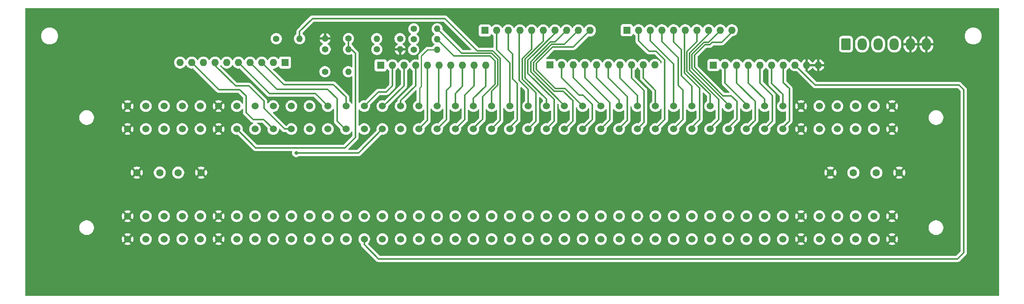
<source format=gbr>
%TF.GenerationSoftware,KiCad,Pcbnew,9.0.7*%
%TF.CreationDate,2026-01-22T21:05:49+01:00*%
%TF.ProjectId,CGS Backplane,43475320-4261-4636-9b70-6c616e652e6b,rev?*%
%TF.SameCoordinates,Original*%
%TF.FileFunction,Copper,L2,Bot*%
%TF.FilePolarity,Positive*%
%FSLAX46Y46*%
G04 Gerber Fmt 4.6, Leading zero omitted, Abs format (unit mm)*
G04 Created by KiCad (PCBNEW 9.0.7) date 2026-01-22 21:05:49*
%MOMM*%
%LPD*%
G01*
G04 APERTURE LIST*
G04 Aperture macros list*
%AMRoundRect*
0 Rectangle with rounded corners*
0 $1 Rounding radius*
0 $2 $3 $4 $5 $6 $7 $8 $9 X,Y pos of 4 corners*
0 Add a 4 corners polygon primitive as box body*
4,1,4,$2,$3,$4,$5,$6,$7,$8,$9,$2,$3,0*
0 Add four circle primitives for the rounded corners*
1,1,$1+$1,$2,$3*
1,1,$1+$1,$4,$5*
1,1,$1+$1,$6,$7*
1,1,$1+$1,$8,$9*
0 Add four rect primitives between the rounded corners*
20,1,$1+$1,$2,$3,$4,$5,0*
20,1,$1+$1,$4,$5,$6,$7,0*
20,1,$1+$1,$6,$7,$8,$9,0*
20,1,$1+$1,$8,$9,$2,$3,0*%
G04 Aperture macros list end*
%TA.AperFunction,ComponentPad*%
%ADD10C,1.524000*%
%TD*%
%TA.AperFunction,ComponentPad*%
%ADD11C,1.600000*%
%TD*%
%TA.AperFunction,ComponentPad*%
%ADD12C,1.400000*%
%TD*%
%TA.AperFunction,ComponentPad*%
%ADD13O,1.400000X1.400000*%
%TD*%
%TA.AperFunction,ComponentPad*%
%ADD14R,1.600000X1.600000*%
%TD*%
%TA.AperFunction,ComponentPad*%
%ADD15O,1.600000X1.600000*%
%TD*%
%TA.AperFunction,ComponentPad*%
%ADD16RoundRect,0.250000X-0.750000X-1.050000X0.750000X-1.050000X0.750000X1.050000X-0.750000X1.050000X0*%
%TD*%
%TA.AperFunction,ComponentPad*%
%ADD17O,2.000000X2.600000*%
%TD*%
%TA.AperFunction,ViaPad*%
%ADD18C,0.800000*%
%TD*%
%TA.AperFunction,Conductor*%
%ADD19C,0.350000*%
%TD*%
%TA.AperFunction,Conductor*%
%ADD20C,0.250000*%
%TD*%
G04 APERTURE END LIST*
D10*
%TO.P,J1,1,Pin_1*%
%TO.N,GND*%
X45500000Y-107500000D03*
%TO.P,J1,2,Pin_2*%
X45500000Y-102500000D03*
%TO.P,J1,3,Pin_3*%
%TO.N,+5V*%
X49462400Y-107500000D03*
%TO.P,J1,4,Pin_4*%
X49462400Y-102500000D03*
%TO.P,J1,5,Pin_5*%
X53424800Y-107500000D03*
%TO.P,J1,6,Pin_6*%
X53424800Y-102500000D03*
%TO.P,J1,7,Pin_7*%
%TO.N,+12V*%
X57387200Y-107500000D03*
%TO.P,J1,8,Pin_8*%
X57387200Y-102500000D03*
%TO.P,J1,9,Pin_9*%
%TO.N,C9*%
X61349600Y-107500000D03*
%TO.P,J1,10,Pin_10*%
%TO.N,C10*%
X61349600Y-102500000D03*
%TO.P,J1,11,Pin_11*%
%TO.N,GND*%
X65312000Y-107500000D03*
%TO.P,J1,12,Pin_12*%
X65312000Y-102500000D03*
%TO.P,J1,13,Pin_13*%
%TO.N,BCLK*%
X69274400Y-107500000D03*
%TO.P,J1,14,Pin_14*%
%TO.N,INIT*%
X69274400Y-102500000D03*
%TO.P,J1,15,Pin_15*%
%TO.N,BPRN*%
X73236800Y-107500000D03*
%TO.P,J1,16,Pin_16*%
%TO.N,BPRO*%
X73236800Y-102500000D03*
%TO.P,J1,17,Pin_17*%
%TO.N,BUSY*%
X77199200Y-107500000D03*
%TO.P,J1,18,Pin_18*%
%TO.N,BREQ*%
X77199200Y-102500000D03*
%TO.P,J1,19,Pin_19*%
%TO.N,MRDC*%
X81161600Y-107500000D03*
%TO.P,J1,20,Pin_20*%
%TO.N,MWTC*%
X81161600Y-102500000D03*
%TO.P,J1,21,Pin_21*%
%TO.N,IORC*%
X85124000Y-107500000D03*
%TO.P,J1,22,Pin_22*%
%TO.N,IOWC*%
X85124000Y-102500000D03*
%TO.P,J1,23,Pin_23*%
%TO.N,XACK*%
X89086400Y-107500000D03*
%TO.P,J1,24,Pin_24*%
%TO.N,INH1*%
X89086400Y-102500000D03*
%TO.P,J1,25,Pin_25*%
%TO.N,LOCK*%
X93048800Y-107500000D03*
%TO.P,J1,26,Pin_26*%
%TO.N,INH2*%
X93048800Y-102500000D03*
%TO.P,J1,27,Pin_27*%
%TO.N,BHEN*%
X97011200Y-107500000D03*
%TO.P,J1,28,Pin_28*%
%TO.N,AD10*%
X97011200Y-102500000D03*
%TO.P,J1,29,Pin_29*%
%TO.N,CBRQ*%
X100973600Y-107500000D03*
%TO.P,J1,30,Pin_30*%
%TO.N,AD11*%
X100973600Y-102500000D03*
%TO.P,J1,31,Pin_31*%
%TO.N,CCLK*%
X104936000Y-107500000D03*
%TO.P,J1,32,Pin_32*%
%TO.N,AD12*%
X104936000Y-102500000D03*
%TO.P,J1,33,Pin_33*%
%TO.N,INTA*%
X108898400Y-107500000D03*
%TO.P,J1,34,Pin_34*%
%TO.N,AD13*%
X108898400Y-102500000D03*
%TO.P,J1,35,Pin_35*%
%TO.N,INT6*%
X112860800Y-107500000D03*
%TO.P,J1,36,Pin_36*%
%TO.N,INT7*%
X112860800Y-102500000D03*
%TO.P,J1,37,Pin_37*%
%TO.N,INT4*%
X116823200Y-107500000D03*
%TO.P,J1,38,Pin_38*%
%TO.N,INT5*%
X116823200Y-102500000D03*
%TO.P,J1,39,Pin_39*%
%TO.N,INT2*%
X120785600Y-107500000D03*
%TO.P,J1,40,Pin_40*%
%TO.N,INT3*%
X120785600Y-102500000D03*
%TO.P,J1,41,Pin_41*%
%TO.N,INT0*%
X124748000Y-107500000D03*
%TO.P,J1,42,Pin_42*%
%TO.N,INT1*%
X124748000Y-102500000D03*
%TO.P,J1,43,Pin_43*%
%TO.N,ADRE*%
X128710400Y-107500000D03*
%TO.P,J1,44,Pin_44*%
%TO.N,ADRF*%
X128710400Y-102500000D03*
%TO.P,J1,45,Pin_45*%
%TO.N,ADRC*%
X132672800Y-107500000D03*
%TO.P,J1,46,Pin_46*%
%TO.N,ADRD*%
X132672800Y-102500000D03*
%TO.P,J1,47,Pin_47*%
%TO.N,ADRA*%
X136635200Y-107500000D03*
%TO.P,J1,48,Pin_48*%
%TO.N,ADRB*%
X136635200Y-102500000D03*
%TO.P,J1,49,Pin_49*%
%TO.N,ADR8*%
X140597600Y-107500000D03*
%TO.P,J1,50,Pin_50*%
%TO.N,ADR9*%
X140597600Y-102500000D03*
%TO.P,J1,51,Pin_51*%
%TO.N,ADR6*%
X144560000Y-107500000D03*
%TO.P,J1,52,Pin_52*%
%TO.N,ADR7*%
X144560000Y-102500000D03*
%TO.P,J1,53,Pin_53*%
%TO.N,ADR4*%
X148522400Y-107500000D03*
%TO.P,J1,54,Pin_54*%
%TO.N,ADR5*%
X148522400Y-102500000D03*
%TO.P,J1,55,Pin_55*%
%TO.N,ADR2*%
X152484800Y-107500000D03*
%TO.P,J1,56,Pin_56*%
%TO.N,ADR3*%
X152484800Y-102500000D03*
%TO.P,J1,57,Pin_57*%
%TO.N,ADR0*%
X156447200Y-107500000D03*
%TO.P,J1,58,Pin_58*%
%TO.N,ADR1*%
X156447200Y-102500000D03*
%TO.P,J1,59,Pin_59*%
%TO.N,DATE*%
X160409600Y-107500000D03*
%TO.P,J1,60,Pin_60*%
%TO.N,DATF*%
X160409600Y-102500000D03*
%TO.P,J1,61,Pin_61*%
%TO.N,DATC*%
X164372000Y-107500000D03*
%TO.P,J1,62,Pin_62*%
%TO.N,DATD*%
X164372000Y-102500000D03*
%TO.P,J1,63,Pin_63*%
%TO.N,DATA*%
X168334400Y-107500000D03*
%TO.P,J1,64,Pin_64*%
%TO.N,DATB*%
X168334400Y-102500000D03*
%TO.P,J1,65,Pin_65*%
%TO.N,DAT8*%
X172296800Y-107500000D03*
%TO.P,J1,66,Pin_66*%
%TO.N,DAT9*%
X172296800Y-102500000D03*
%TO.P,J1,67,Pin_67*%
%TO.N,DAT6*%
X176259200Y-107500000D03*
%TO.P,J1,68,Pin_68*%
%TO.N,DAT7*%
X176259200Y-102500000D03*
%TO.P,J1,69,Pin_69*%
%TO.N,DAT4*%
X180221600Y-107500000D03*
%TO.P,J1,70,Pin_70*%
%TO.N,DAT5*%
X180221600Y-102500000D03*
%TO.P,J1,71,Pin_71*%
%TO.N,DAT2*%
X184184000Y-107500000D03*
%TO.P,J1,72,Pin_72*%
%TO.N,DAT3*%
X184184000Y-102500000D03*
%TO.P,J1,73,Pin_73*%
%TO.N,DAT0*%
X188146400Y-107500000D03*
%TO.P,J1,74,Pin_74*%
%TO.N,DAT1*%
X188146400Y-102500000D03*
%TO.P,J1,75,Pin_75*%
%TO.N,GND*%
X192108800Y-107500000D03*
%TO.P,J1,76,Pin_76*%
X192108800Y-102500000D03*
%TO.P,J1,77,Pin_77*%
%TO.N,C77*%
X196071200Y-107500000D03*
%TO.P,J1,78,Pin_78*%
%TO.N,C78*%
X196071200Y-102500000D03*
%TO.P,J1,79,Pin_79*%
%TO.N,-12V*%
X200033600Y-107500000D03*
%TO.P,J1,80,Pin_80*%
X200033600Y-102500000D03*
%TO.P,J1,81,Pin_81*%
%TO.N,+5V*%
X203996000Y-107500000D03*
%TO.P,J1,82,Pin_82*%
X203996000Y-102500000D03*
%TO.P,J1,83,Pin_83*%
X207958400Y-107500000D03*
%TO.P,J1,84,Pin_84*%
X207958400Y-102500000D03*
%TO.P,J1,85,Pin_85*%
%TO.N,GND*%
X211920800Y-107500000D03*
%TO.P,J1,86,Pin_86*%
X211920800Y-102500000D03*
%TD*%
D11*
%TO.P,C4,1*%
%TO.N,+5V*%
X208500000Y-117000000D03*
%TO.P,C4,2*%
%TO.N,GND*%
X213500000Y-117000000D03*
%TD*%
D12*
%TO.P,R4,1*%
%TO.N,+5V*%
X104800000Y-87800000D03*
D13*
%TO.P,R4,2*%
%TO.N,CCLK*%
X99720000Y-87800000D03*
%TD*%
D11*
%TO.P,C1,1*%
%TO.N,+5V*%
X52500000Y-117000000D03*
%TO.P,C1,2*%
%TO.N,GND*%
X47500000Y-117000000D03*
%TD*%
%TO.P,C2,1*%
%TO.N,+12V*%
X56500000Y-117000000D03*
%TO.P,C2,2*%
%TO.N,GND*%
X61500000Y-117000000D03*
%TD*%
D12*
%TO.P,R1,1*%
%TO.N,+5V*%
X88460000Y-95000000D03*
D13*
%TO.P,R1,2*%
%TO.N,XACK*%
X93540000Y-95000000D03*
%TD*%
D12*
%TO.P,R2,1*%
%TO.N,+5V*%
X88520000Y-90100000D03*
D13*
%TO.P,R2,2*%
%TO.N,BCLK*%
X93600000Y-90100000D03*
%TD*%
D10*
%TO.P,J2,1,Pin_1*%
%TO.N,GND*%
X45500000Y-131500000D03*
%TO.P,J2,2,Pin_2*%
X45500000Y-126500000D03*
%TO.P,J2,3,Pin_3*%
%TO.N,+5V*%
X49462400Y-131500000D03*
%TO.P,J2,4,Pin_4*%
X49462400Y-126500000D03*
%TO.P,J2,5,Pin_5*%
X53424800Y-131500000D03*
%TO.P,J2,6,Pin_6*%
X53424800Y-126500000D03*
%TO.P,J2,7,Pin_7*%
%TO.N,+12V*%
X57387200Y-131500000D03*
%TO.P,J2,8,Pin_8*%
X57387200Y-126500000D03*
%TO.P,J2,9,Pin_9*%
%TO.N,C9*%
X61349600Y-131500000D03*
%TO.P,J2,10,Pin_10*%
%TO.N,C10*%
X61349600Y-126500000D03*
%TO.P,J2,11,Pin_11*%
%TO.N,GND*%
X65312000Y-131500000D03*
%TO.P,J2,12,Pin_12*%
X65312000Y-126500000D03*
%TO.P,J2,13,Pin_13*%
%TO.N,BCLK*%
X69274400Y-131500000D03*
%TO.P,J2,14,Pin_14*%
%TO.N,INIT*%
X69274400Y-126500000D03*
%TO.P,J2,15,Pin_15*%
%TO.N,BPRN*%
X73236800Y-131500000D03*
%TO.P,J2,16,Pin_16*%
%TO.N,BPRO*%
X73236800Y-126500000D03*
%TO.P,J2,17,Pin_17*%
%TO.N,BUSY*%
X77199200Y-131500000D03*
%TO.P,J2,18,Pin_18*%
%TO.N,BREQ*%
X77199200Y-126500000D03*
%TO.P,J2,19,Pin_19*%
%TO.N,MRDC*%
X81161600Y-131500000D03*
%TO.P,J2,20,Pin_20*%
%TO.N,MWTC*%
X81161600Y-126500000D03*
%TO.P,J2,21,Pin_21*%
%TO.N,IORC*%
X85124000Y-131500000D03*
%TO.P,J2,22,Pin_22*%
%TO.N,IOWC*%
X85124000Y-126500000D03*
%TO.P,J2,23,Pin_23*%
%TO.N,XACK*%
X89086400Y-131500000D03*
%TO.P,J2,24,Pin_24*%
%TO.N,INH1*%
X89086400Y-126500000D03*
%TO.P,J2,25,Pin_25*%
%TO.N,LOCK*%
X93048800Y-131500000D03*
%TO.P,J2,26,Pin_26*%
%TO.N,INH2*%
X93048800Y-126500000D03*
%TO.P,J2,27,Pin_27*%
%TO.N,BHEN*%
X97011200Y-131500000D03*
%TO.P,J2,28,Pin_28*%
%TO.N,AD10*%
X97011200Y-126500000D03*
%TO.P,J2,29,Pin_29*%
%TO.N,CBRQ*%
X100973600Y-131500000D03*
%TO.P,J2,30,Pin_30*%
%TO.N,AD11*%
X100973600Y-126500000D03*
%TO.P,J2,31,Pin_31*%
%TO.N,CCLK*%
X104936000Y-131500000D03*
%TO.P,J2,32,Pin_32*%
%TO.N,AD12*%
X104936000Y-126500000D03*
%TO.P,J2,33,Pin_33*%
%TO.N,INTA*%
X108898400Y-131500000D03*
%TO.P,J2,34,Pin_34*%
%TO.N,AD13*%
X108898400Y-126500000D03*
%TO.P,J2,35,Pin_35*%
%TO.N,INT6*%
X112860800Y-131500000D03*
%TO.P,J2,36,Pin_36*%
%TO.N,INT7*%
X112860800Y-126500000D03*
%TO.P,J2,37,Pin_37*%
%TO.N,INT4*%
X116823200Y-131500000D03*
%TO.P,J2,38,Pin_38*%
%TO.N,INT5*%
X116823200Y-126500000D03*
%TO.P,J2,39,Pin_39*%
%TO.N,INT2*%
X120785600Y-131500000D03*
%TO.P,J2,40,Pin_40*%
%TO.N,INT3*%
X120785600Y-126500000D03*
%TO.P,J2,41,Pin_41*%
%TO.N,INT0*%
X124748000Y-131500000D03*
%TO.P,J2,42,Pin_42*%
%TO.N,INT1*%
X124748000Y-126500000D03*
%TO.P,J2,43,Pin_43*%
%TO.N,ADRE*%
X128710400Y-131500000D03*
%TO.P,J2,44,Pin_44*%
%TO.N,ADRF*%
X128710400Y-126500000D03*
%TO.P,J2,45,Pin_45*%
%TO.N,ADRC*%
X132672800Y-131500000D03*
%TO.P,J2,46,Pin_46*%
%TO.N,ADRD*%
X132672800Y-126500000D03*
%TO.P,J2,47,Pin_47*%
%TO.N,ADRA*%
X136635200Y-131500000D03*
%TO.P,J2,48,Pin_48*%
%TO.N,ADRB*%
X136635200Y-126500000D03*
%TO.P,J2,49,Pin_49*%
%TO.N,ADR8*%
X140597600Y-131500000D03*
%TO.P,J2,50,Pin_50*%
%TO.N,ADR9*%
X140597600Y-126500000D03*
%TO.P,J2,51,Pin_51*%
%TO.N,ADR6*%
X144560000Y-131500000D03*
%TO.P,J2,52,Pin_52*%
%TO.N,ADR7*%
X144560000Y-126500000D03*
%TO.P,J2,53,Pin_53*%
%TO.N,ADR4*%
X148522400Y-131500000D03*
%TO.P,J2,54,Pin_54*%
%TO.N,ADR5*%
X148522400Y-126500000D03*
%TO.P,J2,55,Pin_55*%
%TO.N,ADR2*%
X152484800Y-131500000D03*
%TO.P,J2,56,Pin_56*%
%TO.N,ADR3*%
X152484800Y-126500000D03*
%TO.P,J2,57,Pin_57*%
%TO.N,ADR0*%
X156447200Y-131500000D03*
%TO.P,J2,58,Pin_58*%
%TO.N,ADR1*%
X156447200Y-126500000D03*
%TO.P,J2,59,Pin_59*%
%TO.N,DATE*%
X160409600Y-131500000D03*
%TO.P,J2,60,Pin_60*%
%TO.N,DATF*%
X160409600Y-126500000D03*
%TO.P,J2,61,Pin_61*%
%TO.N,DATC*%
X164372000Y-131500000D03*
%TO.P,J2,62,Pin_62*%
%TO.N,DATD*%
X164372000Y-126500000D03*
%TO.P,J2,63,Pin_63*%
%TO.N,DATA*%
X168334400Y-131500000D03*
%TO.P,J2,64,Pin_64*%
%TO.N,DATB*%
X168334400Y-126500000D03*
%TO.P,J2,65,Pin_65*%
%TO.N,DAT8*%
X172296800Y-131500000D03*
%TO.P,J2,66,Pin_66*%
%TO.N,DAT9*%
X172296800Y-126500000D03*
%TO.P,J2,67,Pin_67*%
%TO.N,DAT6*%
X176259200Y-131500000D03*
%TO.P,J2,68,Pin_68*%
%TO.N,DAT7*%
X176259200Y-126500000D03*
%TO.P,J2,69,Pin_69*%
%TO.N,DAT4*%
X180221600Y-131500000D03*
%TO.P,J2,70,Pin_70*%
%TO.N,DAT5*%
X180221600Y-126500000D03*
%TO.P,J2,71,Pin_71*%
%TO.N,DAT2*%
X184184000Y-131500000D03*
%TO.P,J2,72,Pin_72*%
%TO.N,DAT3*%
X184184000Y-126500000D03*
%TO.P,J2,73,Pin_73*%
%TO.N,DAT0*%
X188146400Y-131500000D03*
%TO.P,J2,74,Pin_74*%
%TO.N,DAT1*%
X188146400Y-126500000D03*
%TO.P,J2,75,Pin_75*%
%TO.N,GND*%
X192108800Y-131500000D03*
%TO.P,J2,76,Pin_76*%
X192108800Y-126500000D03*
%TO.P,J2,77,Pin_77*%
%TO.N,C77*%
X196071200Y-131500000D03*
%TO.P,J2,78,Pin_78*%
%TO.N,C78*%
X196071200Y-126500000D03*
%TO.P,J2,79,Pin_79*%
%TO.N,-12V*%
X200033600Y-131500000D03*
%TO.P,J2,80,Pin_80*%
X200033600Y-126500000D03*
%TO.P,J2,81,Pin_81*%
%TO.N,+5V*%
X203996000Y-131500000D03*
%TO.P,J2,82,Pin_82*%
X203996000Y-126500000D03*
%TO.P,J2,83,Pin_83*%
X207958400Y-131500000D03*
%TO.P,J2,84,Pin_84*%
X207958400Y-126500000D03*
%TO.P,J2,85,Pin_85*%
%TO.N,GND*%
X211920800Y-131500000D03*
%TO.P,J2,86,Pin_86*%
X211920800Y-126500000D03*
%TD*%
D14*
%TO.P,RN1,1,common*%
%TO.N,+5V*%
X100575000Y-93600000D03*
D15*
%TO.P,RN1,2,R1*%
%TO.N,AD10*%
X103115000Y-93600000D03*
%TO.P,RN1,3,R2*%
%TO.N,AD11*%
X105655000Y-93600000D03*
%TO.P,RN1,4,R3*%
%TO.N,AD12*%
X108195000Y-93600000D03*
%TO.P,RN1,5,R4*%
%TO.N,INTA*%
X110735000Y-93600000D03*
%TO.P,RN1,6,R5*%
%TO.N,INT7*%
X113275000Y-93600000D03*
%TO.P,RN1,7,R6*%
%TO.N,INT6*%
X115815000Y-93600000D03*
%TO.P,RN1,8,R7*%
%TO.N,INT5*%
X118355000Y-93600000D03*
%TO.P,RN1,9,R8*%
%TO.N,INT4*%
X120895000Y-93600000D03*
%TO.P,RN1,10,R9*%
%TO.N,INT3*%
X123435000Y-93600000D03*
%TD*%
D12*
%TO.P,R6,1*%
%TO.N,+5V*%
X107760000Y-90200000D03*
D13*
%TO.P,R6,2*%
%TO.N,AD13*%
X112840000Y-90200000D03*
%TD*%
D12*
%TO.P,R8,1*%
%TO.N,+5V*%
X77860000Y-87800000D03*
D13*
%TO.P,R8,2*%
%TO.N,INT0*%
X82940000Y-87800000D03*
%TD*%
D14*
%TO.P,RN5,1,common*%
%TO.N,+5V*%
X154175000Y-85950000D03*
D15*
%TO.P,RN5,2,R1*%
%TO.N,DATE*%
X156715000Y-85950000D03*
%TO.P,RN5,3,R2*%
%TO.N,DATD*%
X159255000Y-85950000D03*
%TO.P,RN5,4,R3*%
%TO.N,DATC*%
X161795000Y-85950000D03*
%TO.P,RN5,5,R4*%
%TO.N,DATB*%
X164335000Y-85950000D03*
%TO.P,RN5,6,R5*%
%TO.N,DATA*%
X166875000Y-85950000D03*
%TO.P,RN5,7,R6*%
%TO.N,DAT9*%
X169415000Y-85950000D03*
%TO.P,RN5,8,R7*%
%TO.N,DAT8*%
X171955000Y-85950000D03*
%TO.P,RN5,9,R8*%
%TO.N,DAT7*%
X174495000Y-85950000D03*
%TO.P,RN5,10,R9*%
%TO.N,DAT6*%
X177035000Y-85950000D03*
%TD*%
D16*
%TO.P,J3,1,Pin_1*%
%TO.N,+12V*%
X201900000Y-89000000D03*
D17*
%TO.P,J3,2,Pin_2*%
%TO.N,-12V*%
X205400000Y-89000000D03*
%TO.P,J3,3,Pin_3*%
%TO.N,+5V*%
X208900000Y-89000000D03*
%TO.P,J3,4,Pin_4*%
X212400000Y-89000000D03*
%TO.P,J3,5,Pin_5*%
%TO.N,GND*%
X215900000Y-89000000D03*
%TO.P,J3,6,Pin_6*%
X219400000Y-89000000D03*
%TD*%
D12*
%TO.P,R7,1*%
%TO.N,+5V*%
X107810000Y-87900000D03*
D13*
%TO.P,R7,2*%
%TO.N,INT2*%
X112890000Y-87900000D03*
%TD*%
D14*
%TO.P,RN6,1,common*%
%TO.N,+5V*%
X173025000Y-93550000D03*
D15*
%TO.P,RN6,2,R1*%
%TO.N,DAT5*%
X175565000Y-93550000D03*
%TO.P,RN6,3,R2*%
%TO.N,DAT4*%
X178105000Y-93550000D03*
%TO.P,RN6,4,R3*%
%TO.N,DAT3*%
X180645000Y-93550000D03*
%TO.P,RN6,5,R4*%
%TO.N,DAT2*%
X183185000Y-93550000D03*
%TO.P,RN6,6,R5*%
%TO.N,DAT1*%
X185725000Y-93550000D03*
%TO.P,RN6,7,R6*%
%TO.N,DAT0*%
X188265000Y-93550000D03*
%TO.P,RN6,8,R7*%
%TO.N,BHEN*%
X190805000Y-93550000D03*
%TO.P,RN6,9,R8*%
%TO.N,GND*%
X193345000Y-93550000D03*
%TO.P,RN6,10,R9*%
X195885000Y-93550000D03*
%TD*%
D12*
%TO.P,R3,1*%
%TO.N,BCLK*%
X93590000Y-87750000D03*
D13*
%TO.P,R3,2*%
%TO.N,GND*%
X88510000Y-87750000D03*
%TD*%
D11*
%TO.P,C3,1*%
%TO.N,-12V*%
X203500000Y-117000000D03*
%TO.P,C3,2*%
%TO.N,GND*%
X198500000Y-117000000D03*
%TD*%
D14*
%TO.P,RN2,1,common*%
%TO.N,+5V*%
X79780000Y-93000000D03*
D15*
%TO.P,RN2,2,R1*%
%TO.N,CBRQ*%
X77240000Y-93000000D03*
%TO.P,RN2,3,R2*%
%TO.N,INH2*%
X74700000Y-93000000D03*
%TO.P,RN2,4,R3*%
%TO.N,LOCK*%
X72160000Y-93000000D03*
%TO.P,RN2,5,R4*%
%TO.N,INH1*%
X69620000Y-93000000D03*
%TO.P,RN2,6,R5*%
%TO.N,MWTC*%
X67080000Y-93000000D03*
%TO.P,RN2,7,R6*%
%TO.N,MRDC*%
X64540000Y-93000000D03*
%TO.P,RN2,8,R7*%
%TO.N,BREQ*%
X62000000Y-93000000D03*
%TO.P,RN2,9,R8*%
%TO.N,BUSY*%
X59460000Y-93000000D03*
%TO.P,RN2,10,R9*%
%TO.N,INIT*%
X56920000Y-93000000D03*
%TD*%
D12*
%TO.P,R9,1*%
%TO.N,+5V*%
X107810000Y-85650000D03*
D13*
%TO.P,R9,2*%
%TO.N,INT1*%
X112890000Y-85650000D03*
%TD*%
D14*
%TO.P,RN3,1,common*%
%TO.N,+5V*%
X137425000Y-93500000D03*
D15*
%TO.P,RN3,2,R1*%
%TO.N,ADR6*%
X139965000Y-93500000D03*
%TO.P,RN3,3,R2*%
%TO.N,ADR5*%
X142505000Y-93500000D03*
%TO.P,RN3,4,R3*%
%TO.N,ADR4*%
X145045000Y-93500000D03*
%TO.P,RN3,5,R4*%
%TO.N,ADR3*%
X147585000Y-93500000D03*
%TO.P,RN3,6,R5*%
%TO.N,ADR2*%
X150125000Y-93500000D03*
%TO.P,RN3,7,R6*%
%TO.N,ADR1*%
X152665000Y-93500000D03*
%TO.P,RN3,8,R7*%
%TO.N,ADR0*%
X155205000Y-93500000D03*
%TO.P,RN3,9,R8*%
%TO.N,DATF*%
X157745000Y-93500000D03*
%TO.P,RN3,10,R9*%
%TO.N,unconnected-(RN3-Pad10)*%
X160285000Y-93500000D03*
%TD*%
D12*
%TO.P,R5,1*%
%TO.N,CCLK*%
X99760000Y-90150000D03*
D13*
%TO.P,R5,2*%
%TO.N,GND*%
X104840000Y-90150000D03*
%TD*%
D14*
%TO.P,RN4,1,common*%
%TO.N,+5V*%
X123275000Y-86000000D03*
D15*
%TO.P,RN4,2,R1*%
%TO.N,ADRF*%
X125815000Y-86000000D03*
%TO.P,RN4,3,R2*%
%TO.N,ADRE*%
X128355000Y-86000000D03*
%TO.P,RN4,4,R3*%
%TO.N,ADRD*%
X130895000Y-86000000D03*
%TO.P,RN4,5,R4*%
%TO.N,ADRC*%
X133435000Y-86000000D03*
%TO.P,RN4,6,R5*%
%TO.N,ADRB*%
X135975000Y-86000000D03*
%TO.P,RN4,7,R6*%
%TO.N,ADRA*%
X138515000Y-86000000D03*
%TO.P,RN4,8,R7*%
%TO.N,ADR9*%
X141055000Y-86000000D03*
%TO.P,RN4,9,R8*%
%TO.N,ADR8*%
X143595000Y-86000000D03*
%TO.P,RN4,10,R9*%
%TO.N,ADR7*%
X146135000Y-86000000D03*
%TD*%
D18*
%TO.N,CBRQ*%
X82200000Y-112700000D03*
%TD*%
D19*
%TO.N,BCLK*%
X92800000Y-111600000D02*
X95100000Y-109300000D01*
X95100000Y-91000000D02*
X94200000Y-90100000D01*
X93600000Y-90100000D02*
X93590000Y-87750000D01*
X94200000Y-90100000D02*
X93600000Y-90100000D01*
X69274400Y-107500000D02*
X73374400Y-111600000D01*
X95100000Y-109300000D02*
X95100000Y-91000000D01*
X73374400Y-111600000D02*
X92800000Y-111600000D01*
%TO.N,BUSY*%
X69900000Y-98900000D02*
X71300000Y-100300000D01*
X71300000Y-100300000D02*
X71300000Y-103900000D01*
X72800000Y-105400000D02*
X75099200Y-105400000D01*
X75099200Y-105400000D02*
X77199200Y-107500000D01*
X59460000Y-93000000D02*
X65360000Y-98900000D01*
X71300000Y-103900000D02*
X72800000Y-105400000D01*
X65360000Y-98900000D02*
X69900000Y-98900000D01*
%TO.N,MRDC*%
X64540000Y-93640000D02*
X69000000Y-98100000D01*
X69000000Y-98100000D02*
X71900000Y-98100000D01*
X64540000Y-93000000D02*
X64540000Y-93640000D01*
X79700000Y-107500000D02*
X81161600Y-107500000D01*
X75200000Y-101400000D02*
X75200000Y-103000000D01*
X75200000Y-103000000D02*
X79700000Y-107500000D01*
X71900000Y-98100000D02*
X75200000Y-101400000D01*
%TO.N,INH1*%
X69620000Y-93000000D02*
X76420000Y-99800000D01*
X76420000Y-99800000D02*
X86386400Y-99800000D01*
X86386400Y-99800000D02*
X89086400Y-102500000D01*
%TO.N,LOCK*%
X89000000Y-98800000D02*
X91100000Y-100900000D01*
X91100000Y-100900000D02*
X91100000Y-105800000D01*
X77960000Y-98800000D02*
X89000000Y-98800000D01*
X72160000Y-93000000D02*
X77960000Y-98800000D01*
X92800000Y-107500000D02*
X93048800Y-107500000D01*
X91100000Y-105800000D02*
X92800000Y-107500000D01*
%TO.N,INH2*%
X90300000Y-97800000D02*
X93048800Y-100548800D01*
X74700000Y-93000000D02*
X79500000Y-97800000D01*
X79500000Y-97800000D02*
X90300000Y-97800000D01*
X93048800Y-100548800D02*
X93048800Y-102500000D01*
%TO.N,BHEN*%
X226500000Y-97900000D02*
X195155000Y-97900000D01*
X97011200Y-131500000D02*
X97011200Y-132711200D01*
X97011200Y-132711200D02*
X100100000Y-135800000D01*
X100100000Y-135800000D02*
X226200000Y-135800000D01*
X227500000Y-134500000D02*
X227500000Y-98900000D01*
X227500000Y-98900000D02*
X226500000Y-97900000D01*
X226200000Y-135800000D02*
X227500000Y-134500000D01*
X195155000Y-97900000D02*
X190805000Y-93550000D01*
%TO.N,AD10*%
X97011200Y-102500000D02*
X100111200Y-99400000D01*
X101825000Y-99400000D02*
X103115000Y-98110000D01*
X103115000Y-98110000D02*
X103115000Y-93600000D01*
X100111200Y-99400000D02*
X101825000Y-99400000D01*
%TO.N,CBRQ*%
X95773600Y-112700000D02*
X82200000Y-112700000D01*
X100973600Y-107500000D02*
X95773600Y-112700000D01*
%TO.N,AD11*%
X101200000Y-102500000D02*
X105655000Y-98045000D01*
X105655000Y-98045000D02*
X105655000Y-93600000D01*
X100973600Y-102500000D02*
X101200000Y-102500000D01*
%TO.N,AD12*%
X104936000Y-101314000D02*
X108195000Y-98055000D01*
X104936000Y-102500000D02*
X104936000Y-101314000D01*
X108195000Y-98055000D02*
X108195000Y-93600000D01*
%TO.N,INTA*%
X110800000Y-105598400D02*
X110800000Y-93665000D01*
X108898400Y-107500000D02*
X110800000Y-105598400D01*
X110800000Y-93665000D02*
X110735000Y-93600000D01*
D20*
%TO.N,AD13*%
X108898400Y-102500000D02*
X109050000Y-102348400D01*
X109450000Y-98150000D02*
X109450000Y-91550000D01*
X109050000Y-98550000D02*
X109450000Y-98150000D01*
X109050000Y-102348400D02*
X109050000Y-98550000D01*
X110800000Y-90200000D02*
X112540000Y-90200000D01*
X109450000Y-91550000D02*
X110800000Y-90200000D01*
D19*
%TO.N,INT6*%
X112860800Y-107500000D02*
X114900000Y-105460800D01*
X114900000Y-105460800D02*
X114900000Y-99100000D01*
X114900000Y-99100000D02*
X115815000Y-98185000D01*
X115815000Y-98185000D02*
X115815000Y-93600000D01*
%TO.N,INT7*%
X113250000Y-102110800D02*
X113250000Y-93625000D01*
X113250000Y-93625000D02*
X113275000Y-93600000D01*
X112860800Y-102500000D02*
X113250000Y-102110800D01*
%TO.N,INT4*%
X118900000Y-105423200D02*
X118900000Y-100100000D01*
X116823200Y-107500000D02*
X118900000Y-105423200D01*
X120895000Y-98105000D02*
X120895000Y-93600000D01*
X118900000Y-100100000D02*
X120895000Y-98105000D01*
%TO.N,INT5*%
X116823200Y-99726800D02*
X118355000Y-98195000D01*
X118355000Y-98195000D02*
X118355000Y-93600000D01*
X116823200Y-102500000D02*
X116823200Y-99726800D01*
%TO.N,INT2*%
X122750000Y-100450000D02*
X125500000Y-97700000D01*
X116540000Y-91550000D02*
X112890000Y-87900000D01*
X124400000Y-91550000D02*
X116540000Y-91550000D01*
X125500000Y-92650000D02*
X124400000Y-91550000D01*
X120785600Y-107314400D02*
X122750000Y-105350000D01*
X125500000Y-97700000D02*
X125500000Y-92650000D01*
X120785600Y-107500000D02*
X120785600Y-107314400D01*
X122750000Y-105350000D02*
X122750000Y-100450000D01*
%TO.N,INT3*%
X120785600Y-102500000D02*
X120785600Y-100814400D01*
X120785600Y-100814400D02*
X123435000Y-98165000D01*
X123435000Y-98165000D02*
X123435000Y-93600000D01*
%TO.N,INT0*%
X124748000Y-107500000D02*
X126599520Y-105648480D01*
X85750000Y-83400000D02*
X82940000Y-86210000D01*
X82940000Y-86210000D02*
X82940000Y-87800000D01*
X126599520Y-105648480D02*
X126599520Y-92049520D01*
X121600480Y-90450480D02*
X114550000Y-83400000D01*
X114550000Y-83400000D02*
X85750000Y-83400000D01*
X125000480Y-90450480D02*
X121600480Y-90450480D01*
X126599520Y-92049520D02*
X125000480Y-90450480D01*
%TO.N,INT1*%
X124748000Y-102500000D02*
X124748000Y-99229138D01*
X124700000Y-91000000D02*
X118240000Y-91000000D01*
X126050000Y-97927138D02*
X126050000Y-92350000D01*
X126050000Y-92350000D02*
X124700000Y-91000000D01*
X124748000Y-99229138D02*
X126050000Y-97927138D01*
X118240000Y-91000000D02*
X112890000Y-85650000D01*
%TO.N,ADRE*%
X128355000Y-90205000D02*
X128355000Y-86000000D01*
X128710400Y-107500000D02*
X128710400Y-107139600D01*
X128710400Y-107139600D02*
X130350000Y-105500000D01*
X130350000Y-97600000D02*
X129300000Y-96550000D01*
X130350000Y-105500000D02*
X130350000Y-97600000D01*
X129300000Y-91150000D02*
X128355000Y-90205000D01*
X129300000Y-96550000D02*
X129300000Y-91150000D01*
%TO.N,ADRF*%
X128710400Y-93110400D02*
X125815000Y-90215000D01*
X128710400Y-102500000D02*
X128710400Y-93110400D01*
X125815000Y-90215000D02*
X125815000Y-86000000D01*
%TO.N,ADRC*%
X131400000Y-92122862D02*
X133435000Y-90087862D01*
X134400000Y-105772800D02*
X134400000Y-99600000D01*
X131400000Y-96600000D02*
X131400000Y-92122862D01*
X134400000Y-99600000D02*
X131400000Y-96600000D01*
X132672800Y-107500000D02*
X134400000Y-105772800D01*
X133435000Y-90087862D02*
X133435000Y-86000000D01*
%TO.N,ADRD*%
X130750000Y-86145000D02*
X130895000Y-86000000D01*
X132672800Y-98822800D02*
X130750000Y-96900000D01*
X132672800Y-102500000D02*
X132672800Y-98822800D01*
X130750000Y-96900000D02*
X130750000Y-86145000D01*
%TO.N,ADRA*%
X136635200Y-107500000D02*
X138350000Y-105785200D01*
X132650000Y-95350000D02*
X132650000Y-92500000D01*
X138350000Y-105785200D02*
X138350000Y-101050000D01*
X132650000Y-92500000D02*
X138515000Y-86635000D01*
X138515000Y-86635000D02*
X138515000Y-86000000D01*
X138350000Y-101050000D02*
X132650000Y-95350000D01*
%TO.N,ADRB*%
X136635200Y-100935200D02*
X132050000Y-96350000D01*
X132050000Y-92250000D02*
X135975000Y-88325000D01*
X136635200Y-102500000D02*
X136635200Y-100935200D01*
X132050000Y-96350000D02*
X132050000Y-92250000D01*
X135975000Y-88325000D02*
X135975000Y-86000000D01*
%TO.N,ADR8*%
X140597600Y-107500000D02*
X140700000Y-107500000D01*
X140350000Y-99250000D02*
X138350000Y-99250000D01*
X140545481Y-89049519D02*
X143595000Y-86000000D01*
X142400000Y-105800000D02*
X142400000Y-101300000D01*
X142400000Y-101300000D02*
X140350000Y-99250000D01*
X138350000Y-99250000D02*
X133850000Y-94750000D01*
X133850000Y-94750000D02*
X133850000Y-92977138D01*
X137777619Y-89049519D02*
X140545481Y-89049519D01*
X140700000Y-107500000D02*
X142400000Y-105800000D01*
X133850000Y-92977138D02*
X137777619Y-89049519D01*
%TO.N,ADR9*%
X133250000Y-92800000D02*
X137550000Y-88500000D01*
X140597600Y-102397600D02*
X133250000Y-95050000D01*
X137550000Y-88500000D02*
X138555000Y-88500000D01*
X138555000Y-88500000D02*
X141055000Y-86000000D01*
X133250000Y-95050000D02*
X133250000Y-92800000D01*
X140597600Y-102500000D02*
X140597600Y-102397600D01*
%TO.N,ADR6*%
X146650000Y-105410000D02*
X146650000Y-102100000D01*
X139965000Y-96315000D02*
X139965000Y-93500000D01*
X144650000Y-100100000D02*
X143750000Y-100100000D01*
X146650000Y-102100000D02*
X144650000Y-100100000D01*
X144560000Y-107500000D02*
X146650000Y-105410000D01*
X143750000Y-100100000D02*
X139965000Y-96315000D01*
%TO.N,ADR7*%
X138050000Y-89600000D02*
X134450000Y-93200000D01*
X146135000Y-86000000D02*
X142535000Y-89600000D01*
X134450000Y-93200000D02*
X134450000Y-94500000D01*
X138600000Y-98650000D02*
X140710000Y-98650000D01*
X142535000Y-89600000D02*
X138050000Y-89600000D01*
X134450000Y-94500000D02*
X138600000Y-98650000D01*
X140710000Y-98650000D02*
X144560000Y-102500000D01*
%TO.N,ADR4*%
X148522400Y-107500000D02*
X150500000Y-105522400D01*
X150500000Y-105522400D02*
X150500000Y-101750000D01*
X150500000Y-101750000D02*
X145045000Y-96295000D01*
X145045000Y-96295000D02*
X145045000Y-93500000D01*
%TO.N,ADR5*%
X142505000Y-96305000D02*
X142505000Y-93500000D01*
X148522400Y-102500000D02*
X148522400Y-102322400D01*
X148522400Y-102322400D02*
X142505000Y-96305000D01*
%TO.N,ADR2*%
X152484800Y-107365200D02*
X154250000Y-105600000D01*
X154250000Y-105600000D02*
X154250000Y-100450000D01*
X154250000Y-100450000D02*
X150125000Y-96325000D01*
X150125000Y-96325000D02*
X150125000Y-93500000D01*
X152484800Y-107500000D02*
X152484800Y-107365200D01*
%TO.N,ADR3*%
X152484800Y-101234800D02*
X147585000Y-96335000D01*
X147585000Y-96335000D02*
X147585000Y-93500000D01*
X152484800Y-102500000D02*
X152484800Y-101234800D01*
%TO.N,ADR0*%
X156447200Y-107500000D02*
X157950000Y-105997200D01*
X157950000Y-105997200D02*
X157950000Y-99100000D01*
X155205000Y-96355000D02*
X155205000Y-93500000D01*
X157950000Y-99100000D02*
X155205000Y-96355000D01*
%TO.N,ADR1*%
X156447200Y-102500000D02*
X156447200Y-100147200D01*
X152665000Y-96365000D02*
X152665000Y-93500000D01*
X156447200Y-100147200D02*
X152665000Y-96365000D01*
%TO.N,DATE*%
X160550000Y-90500000D02*
X159000000Y-90500000D01*
X160409600Y-107500000D02*
X162450000Y-105459600D01*
X156715000Y-88215000D02*
X156715000Y-85950000D01*
X162450000Y-92400000D02*
X160550000Y-90500000D01*
X162450000Y-105459600D02*
X162450000Y-92400000D01*
X159000000Y-90500000D02*
X156715000Y-88215000D01*
%TO.N,DATF*%
X157745000Y-96395000D02*
X157745000Y-93500000D01*
X160409600Y-99059600D02*
X157745000Y-96395000D01*
X160409600Y-102500000D02*
X160409600Y-99059600D01*
%TO.N,DATC*%
X161795000Y-88395000D02*
X161795000Y-85950000D01*
X166400000Y-105472000D02*
X166400000Y-99000000D01*
X165350000Y-91950000D02*
X161795000Y-88395000D01*
X164372000Y-107500000D02*
X166400000Y-105472000D01*
X166400000Y-99000000D02*
X165350000Y-97950000D01*
X165350000Y-97950000D02*
X165350000Y-91950000D01*
%TO.N,DATD*%
X164372000Y-93372000D02*
X159255000Y-88255000D01*
X164372000Y-102500000D02*
X164372000Y-93372000D01*
X159255000Y-88255000D02*
X159255000Y-85950000D01*
%TO.N,DATA*%
X166700000Y-95300000D02*
X166700000Y-86125000D01*
X166700000Y-86125000D02*
X166875000Y-85950000D01*
X168334400Y-107500000D02*
X168334400Y-107115600D01*
X170000000Y-105450000D02*
X170000000Y-98600000D01*
X170000000Y-98600000D02*
X166700000Y-95300000D01*
X168334400Y-107115600D02*
X170000000Y-105450000D01*
%TO.N,DAT8*%
X167800000Y-94650000D02*
X167800000Y-90950000D01*
X172296800Y-107303200D02*
X174150000Y-105450000D01*
X174150000Y-105450000D02*
X174150000Y-101000000D01*
X171955000Y-86795000D02*
X171955000Y-85950000D01*
X174150000Y-101000000D02*
X167800000Y-94650000D01*
X172296800Y-107500000D02*
X172296800Y-107303200D01*
X167800000Y-90950000D02*
X171955000Y-86795000D01*
%TO.N,DAT9*%
X169415000Y-88446431D02*
X169415000Y-85950000D01*
X172296800Y-99946800D02*
X167250000Y-94900000D01*
X167250000Y-94900000D02*
X167250000Y-90611431D01*
X172296800Y-102500000D02*
X172296800Y-99946800D01*
X167250000Y-90611431D02*
X169415000Y-88446431D01*
%TO.N,DAT6*%
X168899040Y-93999040D02*
X168899040Y-91405236D01*
X176900000Y-100250000D02*
X175150000Y-100250000D01*
X176259200Y-107240800D02*
X178150000Y-105350000D01*
X171204756Y-89099520D02*
X172227618Y-89099520D01*
X176259200Y-107500000D02*
X176259200Y-107240800D01*
X177035000Y-86365000D02*
X177035000Y-85950000D01*
X168899040Y-91405236D02*
X171204756Y-89099520D01*
X172227618Y-89099520D02*
X172777138Y-88550000D01*
X178150000Y-101500000D02*
X176900000Y-100250000D01*
X172777138Y-88550000D02*
X174850000Y-88550000D01*
X175150000Y-100250000D02*
X168899040Y-93999040D01*
X178150000Y-105350000D02*
X178150000Y-101500000D01*
X174850000Y-88550000D02*
X177035000Y-86365000D01*
%TO.N,DAT7*%
X170977138Y-88550000D02*
X172000000Y-88550000D01*
X176100000Y-102050000D02*
X168349520Y-94299520D01*
X176100000Y-102340800D02*
X176100000Y-102050000D01*
X168349520Y-91177618D02*
X170977138Y-88550000D01*
X174495000Y-86055000D02*
X174495000Y-85950000D01*
X172000000Y-88550000D02*
X174495000Y-86055000D01*
X176259200Y-102500000D02*
X176100000Y-102340800D01*
X168349520Y-94299520D02*
X168349520Y-91177618D01*
%TO.N,DAT4*%
X182150000Y-101500000D02*
X178105000Y-97455000D01*
X182150000Y-105571600D02*
X182150000Y-101500000D01*
X178105000Y-97455000D02*
X178105000Y-93550000D01*
X180221600Y-107500000D02*
X182150000Y-105571600D01*
%TO.N,DAT5*%
X175565000Y-93550000D02*
X175565000Y-97465000D01*
X175565000Y-97465000D02*
X180221600Y-102121600D01*
D20*
X180221600Y-102500000D02*
X180221600Y-102271600D01*
D19*
X180221600Y-102121600D02*
X180221600Y-102500000D01*
%TO.N,DAT2*%
X185900000Y-100200000D02*
X183185000Y-97485000D01*
X184184000Y-107500000D02*
X185900000Y-105784000D01*
X185900000Y-105784000D02*
X185900000Y-100200000D01*
X183185000Y-97485000D02*
X183185000Y-93550000D01*
%TO.N,DAT3*%
X184184000Y-102500000D02*
X184184000Y-100984000D01*
X180645000Y-97445000D02*
X180645000Y-93550000D01*
X184184000Y-100984000D02*
X180645000Y-97445000D01*
%TO.N,DAT0*%
X188265000Y-97415000D02*
X188265000Y-93550000D01*
X188146400Y-107153600D02*
X189550000Y-105750000D01*
X188146400Y-107500000D02*
X188146400Y-107153600D01*
X189550000Y-98700000D02*
X188265000Y-97415000D01*
X189550000Y-105750000D02*
X189550000Y-98700000D01*
%TO.N,DAT1*%
X188146400Y-99946400D02*
X185725000Y-97525000D01*
X185725000Y-97525000D02*
X185725000Y-93550000D01*
X188146400Y-102500000D02*
X188146400Y-99946400D01*
%TO.N,DATB*%
X168334400Y-102500000D02*
X168334400Y-98134400D01*
X164335000Y-88485000D02*
X164335000Y-85950000D01*
X166050000Y-90200000D02*
X164335000Y-88485000D01*
X166050000Y-95850000D02*
X166050000Y-90200000D01*
X168334400Y-98134400D02*
X166050000Y-95850000D01*
%TD*%
%TA.AperFunction,Conductor*%
%TO.N,GND*%
G36*
X195564920Y-93304394D02*
G01*
X195512259Y-93395606D01*
X195485000Y-93497339D01*
X195485000Y-93602661D01*
X195512259Y-93704394D01*
X195564920Y-93795606D01*
X195573314Y-93804000D01*
X193656686Y-93804000D01*
X193665080Y-93795606D01*
X193717741Y-93704394D01*
X193745000Y-93602661D01*
X193745000Y-93497339D01*
X193717741Y-93395606D01*
X193665080Y-93304394D01*
X193656686Y-93296000D01*
X195573314Y-93296000D01*
X195564920Y-93304394D01*
G37*
%TD.AperFunction*%
%TA.AperFunction,Conductor*%
G36*
X235141621Y-81120502D02*
G01*
X235188114Y-81174158D01*
X235199500Y-81226500D01*
X235199500Y-143773500D01*
X235179498Y-143841621D01*
X235125842Y-143888114D01*
X235073500Y-143899500D01*
X23326500Y-143899500D01*
X23258379Y-143879498D01*
X23211886Y-143825842D01*
X23200500Y-143773500D01*
X23200500Y-131400052D01*
X44230000Y-131400052D01*
X44230000Y-131599947D01*
X44261273Y-131797397D01*
X44323043Y-131987506D01*
X44323046Y-131987512D01*
X44413799Y-132165624D01*
X44439622Y-132201166D01*
X45119000Y-131521788D01*
X45119000Y-131550160D01*
X45144964Y-131647061D01*
X45195124Y-131733940D01*
X45266060Y-131804876D01*
X45352939Y-131855036D01*
X45449840Y-131881000D01*
X45478210Y-131881000D01*
X44798831Y-132560377D01*
X44834373Y-132586199D01*
X45012487Y-132676953D01*
X45012493Y-132676956D01*
X45202604Y-132738726D01*
X45202600Y-132738726D01*
X45400052Y-132770000D01*
X45599948Y-132770000D01*
X45797397Y-132738726D01*
X45987506Y-132676956D01*
X45987512Y-132676953D01*
X46165626Y-132586200D01*
X46201166Y-132560377D01*
X45521790Y-131881000D01*
X45550160Y-131881000D01*
X45647061Y-131855036D01*
X45733940Y-131804876D01*
X45804876Y-131733940D01*
X45855036Y-131647061D01*
X45881000Y-131550160D01*
X45881000Y-131521789D01*
X46560377Y-132201166D01*
X46586200Y-132165626D01*
X46676953Y-131987512D01*
X46676956Y-131987506D01*
X46738726Y-131797397D01*
X46770000Y-131599947D01*
X46770000Y-131400052D01*
X46769993Y-131400009D01*
X48191900Y-131400009D01*
X48191900Y-131599991D01*
X48223166Y-131797397D01*
X48223185Y-131797515D01*
X48225577Y-131804876D01*
X48284981Y-131987703D01*
X48284982Y-131987704D01*
X48375772Y-132165890D01*
X48456083Y-132276428D01*
X48493317Y-132327675D01*
X48493319Y-132327677D01*
X48493321Y-132327680D01*
X48634719Y-132469078D01*
X48634722Y-132469080D01*
X48634725Y-132469083D01*
X48711595Y-132524932D01*
X48796509Y-132586627D01*
X48796513Y-132586629D01*
X48974697Y-132677419D01*
X49164884Y-132739214D01*
X49164885Y-132739214D01*
X49164890Y-132739216D01*
X49362409Y-132770500D01*
X49362412Y-132770500D01*
X49562388Y-132770500D01*
X49562391Y-132770500D01*
X49759910Y-132739216D01*
X49950103Y-132677419D01*
X50128287Y-132586629D01*
X50128878Y-132586200D01*
X50145901Y-132573832D01*
X50290075Y-132469083D01*
X50431483Y-132327675D01*
X50549029Y-132165887D01*
X50639819Y-131987703D01*
X50701616Y-131797510D01*
X50732900Y-131599991D01*
X50732900Y-131400009D01*
X52154300Y-131400009D01*
X52154300Y-131599991D01*
X52185566Y-131797397D01*
X52185585Y-131797515D01*
X52187977Y-131804876D01*
X52247381Y-131987703D01*
X52247382Y-131987704D01*
X52338172Y-132165890D01*
X52418483Y-132276428D01*
X52455717Y-132327675D01*
X52455719Y-132327677D01*
X52455721Y-132327680D01*
X52597119Y-132469078D01*
X52597122Y-132469080D01*
X52597125Y-132469083D01*
X52673995Y-132524932D01*
X52758909Y-132586627D01*
X52758913Y-132586629D01*
X52937097Y-132677419D01*
X53127284Y-132739214D01*
X53127285Y-132739214D01*
X53127290Y-132739216D01*
X53324809Y-132770500D01*
X53324812Y-132770500D01*
X53524788Y-132770500D01*
X53524791Y-132770500D01*
X53722310Y-132739216D01*
X53912503Y-132677419D01*
X54090687Y-132586629D01*
X54091278Y-132586200D01*
X54108301Y-132573832D01*
X54252475Y-132469083D01*
X54393883Y-132327675D01*
X54511429Y-132165887D01*
X54602219Y-131987703D01*
X54664016Y-131797510D01*
X54695300Y-131599991D01*
X54695300Y-131400009D01*
X56116700Y-131400009D01*
X56116700Y-131599991D01*
X56147966Y-131797397D01*
X56147985Y-131797515D01*
X56150377Y-131804876D01*
X56209781Y-131987703D01*
X56209782Y-131987704D01*
X56300572Y-132165890D01*
X56380883Y-132276428D01*
X56418117Y-132327675D01*
X56418119Y-132327677D01*
X56418121Y-132327680D01*
X56559519Y-132469078D01*
X56559522Y-132469080D01*
X56559525Y-132469083D01*
X56636395Y-132524932D01*
X56721309Y-132586627D01*
X56721313Y-132586629D01*
X56899497Y-132677419D01*
X57089684Y-132739214D01*
X57089685Y-132739214D01*
X57089690Y-132739216D01*
X57287209Y-132770500D01*
X57287212Y-132770500D01*
X57487188Y-132770500D01*
X57487191Y-132770500D01*
X57684710Y-132739216D01*
X57874903Y-132677419D01*
X58053087Y-132586629D01*
X58053678Y-132586200D01*
X58070701Y-132573832D01*
X58214875Y-132469083D01*
X58356283Y-132327675D01*
X58473829Y-132165887D01*
X58564619Y-131987703D01*
X58626416Y-131797510D01*
X58657700Y-131599991D01*
X58657700Y-131400009D01*
X60079100Y-131400009D01*
X60079100Y-131599991D01*
X60110366Y-131797397D01*
X60110385Y-131797515D01*
X60112777Y-131804876D01*
X60172181Y-131987703D01*
X60172182Y-131987704D01*
X60262972Y-132165890D01*
X60343283Y-132276428D01*
X60380517Y-132327675D01*
X60380519Y-132327677D01*
X60380521Y-132327680D01*
X60521919Y-132469078D01*
X60521922Y-132469080D01*
X60521925Y-132469083D01*
X60598795Y-132524932D01*
X60683709Y-132586627D01*
X60683713Y-132586629D01*
X60861897Y-132677419D01*
X61052084Y-132739214D01*
X61052085Y-132739214D01*
X61052090Y-132739216D01*
X61249609Y-132770500D01*
X61249612Y-132770500D01*
X61449588Y-132770500D01*
X61449591Y-132770500D01*
X61647110Y-132739216D01*
X61837303Y-132677419D01*
X62015487Y-132586629D01*
X62016078Y-132586200D01*
X62033101Y-132573832D01*
X62177275Y-132469083D01*
X62177280Y-132469078D01*
X62223099Y-132423260D01*
X62318678Y-132327680D01*
X62318683Y-132327675D01*
X62436229Y-132165887D01*
X62527019Y-131987703D01*
X62588816Y-131797510D01*
X62620100Y-131599991D01*
X62620100Y-131400052D01*
X64042000Y-131400052D01*
X64042000Y-131599947D01*
X64073273Y-131797397D01*
X64135043Y-131987506D01*
X64135046Y-131987512D01*
X64225799Y-132165624D01*
X64251622Y-132201166D01*
X64931000Y-131521788D01*
X64931000Y-131550160D01*
X64956964Y-131647061D01*
X65007124Y-131733940D01*
X65078060Y-131804876D01*
X65164939Y-131855036D01*
X65261840Y-131881000D01*
X65290210Y-131881000D01*
X64610831Y-132560377D01*
X64646373Y-132586199D01*
X64824487Y-132676953D01*
X64824493Y-132676956D01*
X65014604Y-132738726D01*
X65014600Y-132738726D01*
X65212052Y-132770000D01*
X65411948Y-132770000D01*
X65609397Y-132738726D01*
X65799506Y-132676956D01*
X65799512Y-132676953D01*
X65977626Y-132586200D01*
X66013166Y-132560377D01*
X65333790Y-131881000D01*
X65362160Y-131881000D01*
X65459061Y-131855036D01*
X65545940Y-131804876D01*
X65616876Y-131733940D01*
X65667036Y-131647061D01*
X65693000Y-131550160D01*
X65693000Y-131521789D01*
X66372377Y-132201166D01*
X66398200Y-132165626D01*
X66488953Y-131987512D01*
X66488956Y-131987506D01*
X66550726Y-131797397D01*
X66582000Y-131599947D01*
X66582000Y-131400052D01*
X66581993Y-131400009D01*
X68003900Y-131400009D01*
X68003900Y-131599991D01*
X68035166Y-131797397D01*
X68035185Y-131797515D01*
X68037577Y-131804876D01*
X68096981Y-131987703D01*
X68096982Y-131987704D01*
X68187772Y-132165890D01*
X68268083Y-132276428D01*
X68305317Y-132327675D01*
X68305319Y-132327677D01*
X68305321Y-132327680D01*
X68446719Y-132469078D01*
X68446722Y-132469080D01*
X68446725Y-132469083D01*
X68523595Y-132524932D01*
X68608509Y-132586627D01*
X68608513Y-132586629D01*
X68786697Y-132677419D01*
X68976884Y-132739214D01*
X68976885Y-132739214D01*
X68976890Y-132739216D01*
X69174409Y-132770500D01*
X69174412Y-132770500D01*
X69374388Y-132770500D01*
X69374391Y-132770500D01*
X69571910Y-132739216D01*
X69762103Y-132677419D01*
X69940287Y-132586629D01*
X69940878Y-132586200D01*
X69957901Y-132573832D01*
X70102075Y-132469083D01*
X70243483Y-132327675D01*
X70361029Y-132165887D01*
X70451819Y-131987703D01*
X70513616Y-131797510D01*
X70544900Y-131599991D01*
X70544900Y-131400009D01*
X71966300Y-131400009D01*
X71966300Y-131599991D01*
X71997566Y-131797397D01*
X71997585Y-131797515D01*
X71999977Y-131804876D01*
X72059381Y-131987703D01*
X72059382Y-131987704D01*
X72150172Y-132165890D01*
X72230483Y-132276428D01*
X72267717Y-132327675D01*
X72267719Y-132327677D01*
X72267721Y-132327680D01*
X72409119Y-132469078D01*
X72409122Y-132469080D01*
X72409125Y-132469083D01*
X72485995Y-132524932D01*
X72570909Y-132586627D01*
X72570913Y-132586629D01*
X72749097Y-132677419D01*
X72939284Y-132739214D01*
X72939285Y-132739214D01*
X72939290Y-132739216D01*
X73136809Y-132770500D01*
X73136812Y-132770500D01*
X73336788Y-132770500D01*
X73336791Y-132770500D01*
X73534310Y-132739216D01*
X73724503Y-132677419D01*
X73902687Y-132586629D01*
X73903278Y-132586200D01*
X73920301Y-132573832D01*
X74064475Y-132469083D01*
X74205883Y-132327675D01*
X74323429Y-132165887D01*
X74414219Y-131987703D01*
X74476016Y-131797510D01*
X74507300Y-131599991D01*
X74507300Y-131400009D01*
X75928700Y-131400009D01*
X75928700Y-131599991D01*
X75959966Y-131797397D01*
X75959985Y-131797515D01*
X75962377Y-131804876D01*
X76021781Y-131987703D01*
X76021782Y-131987704D01*
X76112572Y-132165890D01*
X76192883Y-132276428D01*
X76230117Y-132327675D01*
X76230119Y-132327677D01*
X76230121Y-132327680D01*
X76371519Y-132469078D01*
X76371522Y-132469080D01*
X76371525Y-132469083D01*
X76448395Y-132524932D01*
X76533309Y-132586627D01*
X76533313Y-132586629D01*
X76711497Y-132677419D01*
X76901684Y-132739214D01*
X76901685Y-132739214D01*
X76901690Y-132739216D01*
X77099209Y-132770500D01*
X77099212Y-132770500D01*
X77299188Y-132770500D01*
X77299191Y-132770500D01*
X77496710Y-132739216D01*
X77686903Y-132677419D01*
X77865087Y-132586629D01*
X77865678Y-132586200D01*
X77882701Y-132573832D01*
X78026875Y-132469083D01*
X78168283Y-132327675D01*
X78285829Y-132165887D01*
X78376619Y-131987703D01*
X78438416Y-131797510D01*
X78469700Y-131599991D01*
X78469700Y-131400009D01*
X79891100Y-131400009D01*
X79891100Y-131599991D01*
X79922366Y-131797397D01*
X79922385Y-131797515D01*
X79924777Y-131804876D01*
X79984181Y-131987703D01*
X79984182Y-131987704D01*
X80074972Y-132165890D01*
X80155283Y-132276428D01*
X80192517Y-132327675D01*
X80192519Y-132327677D01*
X80192521Y-132327680D01*
X80333919Y-132469078D01*
X80333922Y-132469080D01*
X80333925Y-132469083D01*
X80410795Y-132524932D01*
X80495709Y-132586627D01*
X80495713Y-132586629D01*
X80673897Y-132677419D01*
X80864084Y-132739214D01*
X80864085Y-132739214D01*
X80864090Y-132739216D01*
X81061609Y-132770500D01*
X81061612Y-132770500D01*
X81261588Y-132770500D01*
X81261591Y-132770500D01*
X81459110Y-132739216D01*
X81649303Y-132677419D01*
X81827487Y-132586629D01*
X81828078Y-132586200D01*
X81845101Y-132573832D01*
X81989275Y-132469083D01*
X82130683Y-132327675D01*
X82248229Y-132165887D01*
X82339019Y-131987703D01*
X82400816Y-131797510D01*
X82432100Y-131599991D01*
X82432100Y-131400009D01*
X83853500Y-131400009D01*
X83853500Y-131599991D01*
X83884766Y-131797397D01*
X83884785Y-131797515D01*
X83887177Y-131804876D01*
X83946581Y-131987703D01*
X83946582Y-131987704D01*
X84037372Y-132165890D01*
X84117683Y-132276428D01*
X84154917Y-132327675D01*
X84154919Y-132327677D01*
X84154921Y-132327680D01*
X84296319Y-132469078D01*
X84296322Y-132469080D01*
X84296325Y-132469083D01*
X84373195Y-132524932D01*
X84458109Y-132586627D01*
X84458113Y-132586629D01*
X84636297Y-132677419D01*
X84826484Y-132739214D01*
X84826485Y-132739214D01*
X84826490Y-132739216D01*
X85024009Y-132770500D01*
X85024012Y-132770500D01*
X85223988Y-132770500D01*
X85223991Y-132770500D01*
X85421510Y-132739216D01*
X85611703Y-132677419D01*
X85789887Y-132586629D01*
X85790478Y-132586200D01*
X85807501Y-132573832D01*
X85951675Y-132469083D01*
X86093083Y-132327675D01*
X86210629Y-132165887D01*
X86301419Y-131987703D01*
X86363216Y-131797510D01*
X86394500Y-131599991D01*
X86394500Y-131400009D01*
X87815900Y-131400009D01*
X87815900Y-131599991D01*
X87847166Y-131797397D01*
X87847185Y-131797515D01*
X87849577Y-131804876D01*
X87908981Y-131987703D01*
X87908982Y-131987704D01*
X87999772Y-132165890D01*
X88080083Y-132276428D01*
X88117317Y-132327675D01*
X88117319Y-132327677D01*
X88117321Y-132327680D01*
X88258719Y-132469078D01*
X88258722Y-132469080D01*
X88258725Y-132469083D01*
X88335595Y-132524932D01*
X88420509Y-132586627D01*
X88420513Y-132586629D01*
X88598697Y-132677419D01*
X88788884Y-132739214D01*
X88788885Y-132739214D01*
X88788890Y-132739216D01*
X88986409Y-132770500D01*
X88986412Y-132770500D01*
X89186388Y-132770500D01*
X89186391Y-132770500D01*
X89383910Y-132739216D01*
X89574103Y-132677419D01*
X89752287Y-132586629D01*
X89752878Y-132586200D01*
X89769901Y-132573832D01*
X89914075Y-132469083D01*
X90055483Y-132327675D01*
X90173029Y-132165887D01*
X90263819Y-131987703D01*
X90325616Y-131797510D01*
X90356900Y-131599991D01*
X90356900Y-131400009D01*
X91778300Y-131400009D01*
X91778300Y-131599991D01*
X91809566Y-131797397D01*
X91809585Y-131797515D01*
X91811977Y-131804876D01*
X91871381Y-131987703D01*
X91871382Y-131987704D01*
X91962172Y-132165890D01*
X92042483Y-132276428D01*
X92079717Y-132327675D01*
X92079719Y-132327677D01*
X92079721Y-132327680D01*
X92221119Y-132469078D01*
X92221122Y-132469080D01*
X92221125Y-132469083D01*
X92297995Y-132524932D01*
X92382909Y-132586627D01*
X92382913Y-132586629D01*
X92561097Y-132677419D01*
X92751284Y-132739214D01*
X92751285Y-132739214D01*
X92751290Y-132739216D01*
X92948809Y-132770500D01*
X92948812Y-132770500D01*
X93148788Y-132770500D01*
X93148791Y-132770500D01*
X93346310Y-132739216D01*
X93536503Y-132677419D01*
X93714687Y-132586629D01*
X93715278Y-132586200D01*
X93732301Y-132573832D01*
X93876475Y-132469083D01*
X94017883Y-132327675D01*
X94135429Y-132165887D01*
X94226219Y-131987703D01*
X94288016Y-131797510D01*
X94319300Y-131599991D01*
X94319300Y-131400009D01*
X94288016Y-131202490D01*
X94226219Y-131012297D01*
X94135563Y-130834376D01*
X94135427Y-130834109D01*
X94073732Y-130749195D01*
X94017883Y-130672325D01*
X94017880Y-130672322D01*
X94017878Y-130672319D01*
X93876480Y-130530921D01*
X93876477Y-130530919D01*
X93876475Y-130530917D01*
X93803290Y-130477745D01*
X93714690Y-130413372D01*
X93617395Y-130363798D01*
X93536503Y-130322581D01*
X93536500Y-130322580D01*
X93536498Y-130322579D01*
X93346313Y-130260785D01*
X93346317Y-130260785D01*
X93309543Y-130254960D01*
X93148791Y-130229500D01*
X92948809Y-130229500D01*
X92751290Y-130260784D01*
X92751284Y-130260785D01*
X92561101Y-130322579D01*
X92561095Y-130322582D01*
X92382909Y-130413372D01*
X92221122Y-130530919D01*
X92221119Y-130530921D01*
X92079721Y-130672319D01*
X92079719Y-130672322D01*
X91962172Y-130834109D01*
X91871382Y-131012295D01*
X91871379Y-131012301D01*
X91809585Y-131202484D01*
X91809584Y-131202489D01*
X91809584Y-131202490D01*
X91778300Y-131400009D01*
X90356900Y-131400009D01*
X90325616Y-131202490D01*
X90263819Y-131012297D01*
X90173163Y-130834376D01*
X90173027Y-130834109D01*
X90111332Y-130749195D01*
X90055483Y-130672325D01*
X90055480Y-130672322D01*
X90055478Y-130672319D01*
X89914080Y-130530921D01*
X89914077Y-130530919D01*
X89914075Y-130530917D01*
X89840890Y-130477745D01*
X89752290Y-130413372D01*
X89654995Y-130363798D01*
X89574103Y-130322581D01*
X89574100Y-130322580D01*
X89574098Y-130322579D01*
X89383913Y-130260785D01*
X89383917Y-130260785D01*
X89347143Y-130254960D01*
X89186391Y-130229500D01*
X88986409Y-130229500D01*
X88788890Y-130260784D01*
X88788884Y-130260785D01*
X88598701Y-130322579D01*
X88598695Y-130322582D01*
X88420509Y-130413372D01*
X88258722Y-130530919D01*
X88258719Y-130530921D01*
X88117321Y-130672319D01*
X88117319Y-130672322D01*
X87999772Y-130834109D01*
X87908982Y-131012295D01*
X87908979Y-131012301D01*
X87847185Y-131202484D01*
X87847184Y-131202489D01*
X87847184Y-131202490D01*
X87815900Y-131400009D01*
X86394500Y-131400009D01*
X86363216Y-131202490D01*
X86301419Y-131012297D01*
X86210763Y-130834376D01*
X86210627Y-130834109D01*
X86148932Y-130749195D01*
X86093083Y-130672325D01*
X86093080Y-130672322D01*
X86093078Y-130672319D01*
X85951680Y-130530921D01*
X85951677Y-130530919D01*
X85951675Y-130530917D01*
X85878490Y-130477745D01*
X85789890Y-130413372D01*
X85692595Y-130363798D01*
X85611703Y-130322581D01*
X85611700Y-130322580D01*
X85611698Y-130322579D01*
X85421513Y-130260785D01*
X85421517Y-130260785D01*
X85384743Y-130254960D01*
X85223991Y-130229500D01*
X85024009Y-130229500D01*
X84826490Y-130260784D01*
X84826484Y-130260785D01*
X84636301Y-130322579D01*
X84636295Y-130322582D01*
X84458109Y-130413372D01*
X84296322Y-130530919D01*
X84296319Y-130530921D01*
X84154921Y-130672319D01*
X84154919Y-130672322D01*
X84037372Y-130834109D01*
X83946582Y-131012295D01*
X83946579Y-131012301D01*
X83884785Y-131202484D01*
X83884784Y-131202489D01*
X83884784Y-131202490D01*
X83853500Y-131400009D01*
X82432100Y-131400009D01*
X82400816Y-131202490D01*
X82339019Y-131012297D01*
X82248363Y-130834376D01*
X82248227Y-130834109D01*
X82186532Y-130749195D01*
X82130683Y-130672325D01*
X82130680Y-130672322D01*
X82130678Y-130672319D01*
X81989280Y-130530921D01*
X81989277Y-130530919D01*
X81989275Y-130530917D01*
X81916090Y-130477745D01*
X81827490Y-130413372D01*
X81730195Y-130363798D01*
X81649303Y-130322581D01*
X81649300Y-130322580D01*
X81649298Y-130322579D01*
X81459113Y-130260785D01*
X81459117Y-130260785D01*
X81422343Y-130254960D01*
X81261591Y-130229500D01*
X81061609Y-130229500D01*
X80864090Y-130260784D01*
X80864084Y-130260785D01*
X80673901Y-130322579D01*
X80673895Y-130322582D01*
X80495709Y-130413372D01*
X80333922Y-130530919D01*
X80333919Y-130530921D01*
X80192521Y-130672319D01*
X80192519Y-130672322D01*
X80074972Y-130834109D01*
X79984182Y-131012295D01*
X79984179Y-131012301D01*
X79922385Y-131202484D01*
X79922384Y-131202489D01*
X79922384Y-131202490D01*
X79891100Y-131400009D01*
X78469700Y-131400009D01*
X78438416Y-131202490D01*
X78376619Y-131012297D01*
X78285963Y-130834376D01*
X78285827Y-130834109D01*
X78224132Y-130749195D01*
X78168283Y-130672325D01*
X78168280Y-130672322D01*
X78168278Y-130672319D01*
X78026880Y-130530921D01*
X78026877Y-130530919D01*
X78026875Y-130530917D01*
X77953690Y-130477745D01*
X77865090Y-130413372D01*
X77767795Y-130363798D01*
X77686903Y-130322581D01*
X77686900Y-130322580D01*
X77686898Y-130322579D01*
X77496713Y-130260785D01*
X77496717Y-130260785D01*
X77459943Y-130254960D01*
X77299191Y-130229500D01*
X77099209Y-130229500D01*
X76901690Y-130260784D01*
X76901684Y-130260785D01*
X76711501Y-130322579D01*
X76711495Y-130322582D01*
X76533309Y-130413372D01*
X76371522Y-130530919D01*
X76371519Y-130530921D01*
X76230121Y-130672319D01*
X76230119Y-130672322D01*
X76112572Y-130834109D01*
X76021782Y-131012295D01*
X76021779Y-131012301D01*
X75959985Y-131202484D01*
X75959984Y-131202489D01*
X75959984Y-131202490D01*
X75928700Y-131400009D01*
X74507300Y-131400009D01*
X74476016Y-131202490D01*
X74414219Y-131012297D01*
X74323563Y-130834376D01*
X74323427Y-130834109D01*
X74261732Y-130749195D01*
X74205883Y-130672325D01*
X74205880Y-130672322D01*
X74205878Y-130672319D01*
X74064480Y-130530921D01*
X74064477Y-130530919D01*
X74064475Y-130530917D01*
X73991290Y-130477745D01*
X73902690Y-130413372D01*
X73805395Y-130363798D01*
X73724503Y-130322581D01*
X73724500Y-130322580D01*
X73724498Y-130322579D01*
X73534313Y-130260785D01*
X73534317Y-130260785D01*
X73497543Y-130254960D01*
X73336791Y-130229500D01*
X73136809Y-130229500D01*
X72939290Y-130260784D01*
X72939284Y-130260785D01*
X72749101Y-130322579D01*
X72749095Y-130322582D01*
X72570909Y-130413372D01*
X72409122Y-130530919D01*
X72409119Y-130530921D01*
X72267721Y-130672319D01*
X72267719Y-130672322D01*
X72150172Y-130834109D01*
X72059382Y-131012295D01*
X72059379Y-131012301D01*
X71997585Y-131202484D01*
X71997584Y-131202489D01*
X71997584Y-131202490D01*
X71966300Y-131400009D01*
X70544900Y-131400009D01*
X70513616Y-131202490D01*
X70451819Y-131012297D01*
X70361163Y-130834376D01*
X70361027Y-130834109D01*
X70299332Y-130749195D01*
X70243483Y-130672325D01*
X70243480Y-130672322D01*
X70243478Y-130672319D01*
X70102080Y-130530921D01*
X70102077Y-130530919D01*
X70102075Y-130530917D01*
X70028890Y-130477745D01*
X69940290Y-130413372D01*
X69842995Y-130363798D01*
X69762103Y-130322581D01*
X69762100Y-130322580D01*
X69762098Y-130322579D01*
X69571913Y-130260785D01*
X69571917Y-130260785D01*
X69535143Y-130254960D01*
X69374391Y-130229500D01*
X69174409Y-130229500D01*
X68976890Y-130260784D01*
X68976884Y-130260785D01*
X68786701Y-130322579D01*
X68786695Y-130322582D01*
X68608509Y-130413372D01*
X68446722Y-130530919D01*
X68446719Y-130530921D01*
X68305321Y-130672319D01*
X68305319Y-130672322D01*
X68187772Y-130834109D01*
X68096982Y-131012295D01*
X68096979Y-131012301D01*
X68035185Y-131202484D01*
X68035184Y-131202489D01*
X68035184Y-131202490D01*
X68003900Y-131400009D01*
X66581993Y-131400009D01*
X66550726Y-131202602D01*
X66488956Y-131012493D01*
X66488953Y-131012487D01*
X66398199Y-130834373D01*
X66372377Y-130798831D01*
X65693000Y-131478208D01*
X65693000Y-131449840D01*
X65667036Y-131352939D01*
X65616876Y-131266060D01*
X65545940Y-131195124D01*
X65459061Y-131144964D01*
X65362160Y-131119000D01*
X65333790Y-131119000D01*
X66013166Y-130439622D01*
X65977624Y-130413799D01*
X65799512Y-130323046D01*
X65799506Y-130323043D01*
X65609395Y-130261273D01*
X65609399Y-130261273D01*
X65411948Y-130230000D01*
X65212052Y-130230000D01*
X65014602Y-130261273D01*
X64824493Y-130323043D01*
X64824487Y-130323046D01*
X64646376Y-130413798D01*
X64646375Y-130413799D01*
X64610832Y-130439622D01*
X64610832Y-130439623D01*
X65290209Y-131119000D01*
X65261840Y-131119000D01*
X65164939Y-131144964D01*
X65078060Y-131195124D01*
X65007124Y-131266060D01*
X64956964Y-131352939D01*
X64931000Y-131449840D01*
X64931000Y-131478209D01*
X64251623Y-130798832D01*
X64251622Y-130798832D01*
X64225799Y-130834375D01*
X64225798Y-130834376D01*
X64135046Y-131012487D01*
X64135043Y-131012493D01*
X64073273Y-131202602D01*
X64042000Y-131400052D01*
X62620100Y-131400052D01*
X62620100Y-131400009D01*
X62588816Y-131202490D01*
X62527019Y-131012297D01*
X62436363Y-130834376D01*
X62436227Y-130834109D01*
X62374532Y-130749195D01*
X62318683Y-130672325D01*
X62318680Y-130672322D01*
X62318678Y-130672319D01*
X62177280Y-130530921D01*
X62177277Y-130530919D01*
X62177275Y-130530917D01*
X62104090Y-130477745D01*
X62015490Y-130413372D01*
X61918195Y-130363798D01*
X61837303Y-130322581D01*
X61837300Y-130322580D01*
X61837298Y-130322579D01*
X61647113Y-130260785D01*
X61647117Y-130260785D01*
X61610343Y-130254960D01*
X61449591Y-130229500D01*
X61249609Y-130229500D01*
X61052090Y-130260784D01*
X61052084Y-130260785D01*
X60861901Y-130322579D01*
X60861895Y-130322582D01*
X60683709Y-130413372D01*
X60521922Y-130530919D01*
X60521919Y-130530921D01*
X60380521Y-130672319D01*
X60380519Y-130672322D01*
X60262972Y-130834109D01*
X60172182Y-131012295D01*
X60172179Y-131012301D01*
X60110385Y-131202484D01*
X60110384Y-131202489D01*
X60110384Y-131202490D01*
X60079100Y-131400009D01*
X58657700Y-131400009D01*
X58626416Y-131202490D01*
X58564619Y-131012297D01*
X58473963Y-130834376D01*
X58473827Y-130834109D01*
X58412132Y-130749195D01*
X58356283Y-130672325D01*
X58356280Y-130672322D01*
X58356278Y-130672319D01*
X58214880Y-130530921D01*
X58214877Y-130530919D01*
X58214875Y-130530917D01*
X58141690Y-130477745D01*
X58053090Y-130413372D01*
X57955795Y-130363798D01*
X57874903Y-130322581D01*
X57874900Y-130322580D01*
X57874898Y-130322579D01*
X57684713Y-130260785D01*
X57684717Y-130260785D01*
X57647943Y-130254960D01*
X57487191Y-130229500D01*
X57287209Y-130229500D01*
X57089690Y-130260784D01*
X57089684Y-130260785D01*
X56899501Y-130322579D01*
X56899495Y-130322582D01*
X56721309Y-130413372D01*
X56559522Y-130530919D01*
X56559519Y-130530921D01*
X56418121Y-130672319D01*
X56418119Y-130672322D01*
X56300572Y-130834109D01*
X56209782Y-131012295D01*
X56209779Y-131012301D01*
X56147985Y-131202484D01*
X56147984Y-131202489D01*
X56147984Y-131202490D01*
X56116700Y-131400009D01*
X54695300Y-131400009D01*
X54664016Y-131202490D01*
X54602219Y-131012297D01*
X54511563Y-130834376D01*
X54511427Y-130834109D01*
X54449732Y-130749195D01*
X54393883Y-130672325D01*
X54393880Y-130672322D01*
X54393878Y-130672319D01*
X54252480Y-130530921D01*
X54252477Y-130530919D01*
X54252475Y-130530917D01*
X54179290Y-130477745D01*
X54090690Y-130413372D01*
X53993395Y-130363798D01*
X53912503Y-130322581D01*
X53912500Y-130322580D01*
X53912498Y-130322579D01*
X53722313Y-130260785D01*
X53722317Y-130260785D01*
X53685543Y-130254960D01*
X53524791Y-130229500D01*
X53324809Y-130229500D01*
X53127290Y-130260784D01*
X53127284Y-130260785D01*
X52937101Y-130322579D01*
X52937095Y-130322582D01*
X52758909Y-130413372D01*
X52597122Y-130530919D01*
X52597119Y-130530921D01*
X52455721Y-130672319D01*
X52455719Y-130672322D01*
X52338172Y-130834109D01*
X52247382Y-131012295D01*
X52247379Y-131012301D01*
X52185585Y-131202484D01*
X52185584Y-131202489D01*
X52185584Y-131202490D01*
X52154300Y-131400009D01*
X50732900Y-131400009D01*
X50701616Y-131202490D01*
X50639819Y-131012297D01*
X50549163Y-130834376D01*
X50549027Y-130834109D01*
X50487332Y-130749195D01*
X50431483Y-130672325D01*
X50431480Y-130672322D01*
X50431478Y-130672319D01*
X50290080Y-130530921D01*
X50290077Y-130530919D01*
X50290075Y-130530917D01*
X50216890Y-130477745D01*
X50128290Y-130413372D01*
X50030995Y-130363798D01*
X49950103Y-130322581D01*
X49950100Y-130322580D01*
X49950098Y-130322579D01*
X49759913Y-130260785D01*
X49759917Y-130260785D01*
X49723143Y-130254960D01*
X49562391Y-130229500D01*
X49362409Y-130229500D01*
X49164890Y-130260784D01*
X49164884Y-130260785D01*
X48974701Y-130322579D01*
X48974695Y-130322582D01*
X48796509Y-130413372D01*
X48634722Y-130530919D01*
X48634719Y-130530921D01*
X48493321Y-130672319D01*
X48493319Y-130672322D01*
X48375772Y-130834109D01*
X48284982Y-131012295D01*
X48284979Y-131012301D01*
X48223185Y-131202484D01*
X48223184Y-131202489D01*
X48223184Y-131202490D01*
X48191900Y-131400009D01*
X46769993Y-131400009D01*
X46738726Y-131202602D01*
X46676956Y-131012493D01*
X46676953Y-131012487D01*
X46586199Y-130834373D01*
X46560377Y-130798831D01*
X45881000Y-131478208D01*
X45881000Y-131449840D01*
X45855036Y-131352939D01*
X45804876Y-131266060D01*
X45733940Y-131195124D01*
X45647061Y-131144964D01*
X45550160Y-131119000D01*
X45521790Y-131119000D01*
X46201166Y-130439622D01*
X46165624Y-130413799D01*
X45987512Y-130323046D01*
X45987506Y-130323043D01*
X45797395Y-130261273D01*
X45797399Y-130261273D01*
X45599948Y-130230000D01*
X45400052Y-130230000D01*
X45202602Y-130261273D01*
X45012493Y-130323043D01*
X45012487Y-130323046D01*
X44834376Y-130413798D01*
X44834375Y-130413799D01*
X44798832Y-130439622D01*
X44798832Y-130439623D01*
X45478209Y-131119000D01*
X45449840Y-131119000D01*
X45352939Y-131144964D01*
X45266060Y-131195124D01*
X45195124Y-131266060D01*
X45144964Y-131352939D01*
X45119000Y-131449840D01*
X45119000Y-131478209D01*
X44439623Y-130798832D01*
X44439622Y-130798832D01*
X44413799Y-130834375D01*
X44413798Y-130834376D01*
X44323046Y-131012487D01*
X44323043Y-131012493D01*
X44261273Y-131202602D01*
X44230000Y-131400052D01*
X23200500Y-131400052D01*
X23200500Y-128874038D01*
X34985286Y-128874038D01*
X34985286Y-128874505D01*
X34985286Y-129125962D01*
X35024476Y-129373396D01*
X35024697Y-129374790D01*
X35101805Y-129612102D01*
X35102545Y-129614379D01*
X35216916Y-129838845D01*
X35364993Y-130042656D01*
X35364995Y-130042658D01*
X35364997Y-130042661D01*
X35543124Y-130220788D01*
X35543127Y-130220790D01*
X35543130Y-130220793D01*
X35746941Y-130368870D01*
X35971407Y-130483241D01*
X36211001Y-130561090D01*
X36459824Y-130600500D01*
X36459827Y-130600500D01*
X36711745Y-130600500D01*
X36711748Y-130600500D01*
X36960571Y-130561090D01*
X37200165Y-130483241D01*
X37424631Y-130368870D01*
X37628442Y-130220793D01*
X37806579Y-130042656D01*
X37954656Y-129838845D01*
X38069027Y-129614379D01*
X38146876Y-129374785D01*
X38186286Y-129125962D01*
X38186286Y-128874038D01*
X219899500Y-128874038D01*
X219899500Y-128874505D01*
X219899500Y-129125962D01*
X219938690Y-129373396D01*
X219938911Y-129374790D01*
X220016019Y-129612102D01*
X220016759Y-129614379D01*
X220131130Y-129838845D01*
X220279207Y-130042656D01*
X220279209Y-130042658D01*
X220279211Y-130042661D01*
X220457338Y-130220788D01*
X220457341Y-130220790D01*
X220457344Y-130220793D01*
X220661155Y-130368870D01*
X220885621Y-130483241D01*
X221125215Y-130561090D01*
X221374038Y-130600500D01*
X221374041Y-130600500D01*
X221625959Y-130600500D01*
X221625962Y-130600500D01*
X221874785Y-130561090D01*
X222114379Y-130483241D01*
X222338845Y-130368870D01*
X222542656Y-130220793D01*
X222720793Y-130042656D01*
X222868870Y-129838845D01*
X222983241Y-129614379D01*
X223061090Y-129374785D01*
X223100500Y-129125962D01*
X223100500Y-128874038D01*
X223061090Y-128625215D01*
X222983241Y-128385621D01*
X222868870Y-128161155D01*
X222720793Y-127957344D01*
X222720790Y-127957341D01*
X222720788Y-127957338D01*
X222542661Y-127779211D01*
X222542658Y-127779209D01*
X222542656Y-127779207D01*
X222338845Y-127631130D01*
X222114379Y-127516759D01*
X222114376Y-127516758D01*
X222114374Y-127516757D01*
X221874790Y-127438911D01*
X221874786Y-127438910D01*
X221874785Y-127438910D01*
X221625962Y-127399500D01*
X221374038Y-127399500D01*
X221125215Y-127438910D01*
X221125209Y-127438911D01*
X220885625Y-127516757D01*
X220885619Y-127516760D01*
X220661151Y-127631132D01*
X220457341Y-127779209D01*
X220457338Y-127779211D01*
X220279211Y-127957338D01*
X220279209Y-127957341D01*
X220131132Y-128161151D01*
X220016760Y-128385619D01*
X220016757Y-128385625D01*
X219938911Y-128625209D01*
X219938910Y-128625214D01*
X219938910Y-128625215D01*
X219899500Y-128874038D01*
X38186286Y-128874038D01*
X38146876Y-128625215D01*
X38069027Y-128385621D01*
X37954656Y-128161155D01*
X37806579Y-127957344D01*
X37806576Y-127957341D01*
X37806574Y-127957338D01*
X37628447Y-127779211D01*
X37628444Y-127779209D01*
X37628442Y-127779207D01*
X37488344Y-127677420D01*
X37424632Y-127631130D01*
X37411858Y-127624622D01*
X37200165Y-127516759D01*
X37200162Y-127516758D01*
X37200160Y-127516757D01*
X36960576Y-127438911D01*
X36960572Y-127438910D01*
X36960571Y-127438910D01*
X36711748Y-127399500D01*
X36459824Y-127399500D01*
X36211001Y-127438910D01*
X36210995Y-127438911D01*
X35971411Y-127516757D01*
X35971405Y-127516760D01*
X35746937Y-127631132D01*
X35543127Y-127779209D01*
X35543124Y-127779211D01*
X35364997Y-127957338D01*
X35364995Y-127957341D01*
X35216918Y-128161151D01*
X35102546Y-128385619D01*
X35102543Y-128385625D01*
X35024697Y-128625209D01*
X35024696Y-128625214D01*
X35024696Y-128625215D01*
X34985286Y-128874038D01*
X23200500Y-128874038D01*
X23200500Y-126400052D01*
X44230000Y-126400052D01*
X44230000Y-126599947D01*
X44261273Y-126797397D01*
X44323043Y-126987506D01*
X44323046Y-126987512D01*
X44413799Y-127165624D01*
X44439622Y-127201166D01*
X45119000Y-126521788D01*
X45119000Y-126550160D01*
X45144964Y-126647061D01*
X45195124Y-126733940D01*
X45266060Y-126804876D01*
X45352939Y-126855036D01*
X45449840Y-126881000D01*
X45478210Y-126881000D01*
X44798831Y-127560377D01*
X44834373Y-127586199D01*
X45012487Y-127676953D01*
X45012493Y-127676956D01*
X45202604Y-127738726D01*
X45202600Y-127738726D01*
X45400052Y-127770000D01*
X45599948Y-127770000D01*
X45797397Y-127738726D01*
X45987506Y-127676956D01*
X45987512Y-127676953D01*
X46165626Y-127586200D01*
X46201166Y-127560377D01*
X45521790Y-126881000D01*
X45550160Y-126881000D01*
X45647061Y-126855036D01*
X45733940Y-126804876D01*
X45804876Y-126733940D01*
X45855036Y-126647061D01*
X45881000Y-126550160D01*
X45881000Y-126521789D01*
X46560377Y-127201166D01*
X46586200Y-127165626D01*
X46676953Y-126987512D01*
X46676956Y-126987506D01*
X46738726Y-126797397D01*
X46770000Y-126599947D01*
X46770000Y-126400052D01*
X46769993Y-126400009D01*
X48191900Y-126400009D01*
X48191900Y-126599991D01*
X48223166Y-126797397D01*
X48223185Y-126797515D01*
X48225577Y-126804876D01*
X48284981Y-126987703D01*
X48284982Y-126987704D01*
X48375772Y-127165890D01*
X48456083Y-127276428D01*
X48493317Y-127327675D01*
X48493319Y-127327677D01*
X48493321Y-127327680D01*
X48634719Y-127469078D01*
X48634722Y-127469080D01*
X48634725Y-127469083D01*
X48700343Y-127516757D01*
X48796509Y-127586627D01*
X48796513Y-127586629D01*
X48974697Y-127677419D01*
X49164884Y-127739214D01*
X49164885Y-127739214D01*
X49164890Y-127739216D01*
X49362409Y-127770500D01*
X49362412Y-127770500D01*
X49562388Y-127770500D01*
X49562391Y-127770500D01*
X49759910Y-127739216D01*
X49950103Y-127677419D01*
X50128287Y-127586629D01*
X50128878Y-127586200D01*
X50145122Y-127574397D01*
X50290075Y-127469083D01*
X50431483Y-127327675D01*
X50549029Y-127165887D01*
X50639819Y-126987703D01*
X50701616Y-126797510D01*
X50732900Y-126599991D01*
X50732900Y-126400009D01*
X52154300Y-126400009D01*
X52154300Y-126599991D01*
X52185566Y-126797397D01*
X52185585Y-126797515D01*
X52187977Y-126804876D01*
X52247381Y-126987703D01*
X52247382Y-126987704D01*
X52338172Y-127165890D01*
X52418483Y-127276428D01*
X52455717Y-127327675D01*
X52455719Y-127327677D01*
X52455721Y-127327680D01*
X52597119Y-127469078D01*
X52597122Y-127469080D01*
X52597125Y-127469083D01*
X52662743Y-127516757D01*
X52758909Y-127586627D01*
X52758913Y-127586629D01*
X52937097Y-127677419D01*
X53127284Y-127739214D01*
X53127285Y-127739214D01*
X53127290Y-127739216D01*
X53324809Y-127770500D01*
X53324812Y-127770500D01*
X53524788Y-127770500D01*
X53524791Y-127770500D01*
X53722310Y-127739216D01*
X53912503Y-127677419D01*
X54090687Y-127586629D01*
X54091278Y-127586200D01*
X54107522Y-127574397D01*
X54252475Y-127469083D01*
X54393883Y-127327675D01*
X54511429Y-127165887D01*
X54602219Y-126987703D01*
X54664016Y-126797510D01*
X54695300Y-126599991D01*
X54695300Y-126400009D01*
X56116700Y-126400009D01*
X56116700Y-126599991D01*
X56147966Y-126797397D01*
X56147985Y-126797515D01*
X56150377Y-126804876D01*
X56209781Y-126987703D01*
X56209782Y-126987704D01*
X56300572Y-127165890D01*
X56380883Y-127276428D01*
X56418117Y-127327675D01*
X56418119Y-127327677D01*
X56418121Y-127327680D01*
X56559519Y-127469078D01*
X56559522Y-127469080D01*
X56559525Y-127469083D01*
X56625143Y-127516757D01*
X56721309Y-127586627D01*
X56721313Y-127586629D01*
X56899497Y-127677419D01*
X57089684Y-127739214D01*
X57089685Y-127739214D01*
X57089690Y-127739216D01*
X57287209Y-127770500D01*
X57287212Y-127770500D01*
X57487188Y-127770500D01*
X57487191Y-127770500D01*
X57684710Y-127739216D01*
X57874903Y-127677419D01*
X58053087Y-127586629D01*
X58053678Y-127586200D01*
X58069922Y-127574397D01*
X58214875Y-127469083D01*
X58356283Y-127327675D01*
X58473829Y-127165887D01*
X58564619Y-126987703D01*
X58626416Y-126797510D01*
X58657700Y-126599991D01*
X58657700Y-126400009D01*
X60079100Y-126400009D01*
X60079100Y-126599991D01*
X60110366Y-126797397D01*
X60110385Y-126797515D01*
X60112777Y-126804876D01*
X60172181Y-126987703D01*
X60172182Y-126987704D01*
X60262972Y-127165890D01*
X60343283Y-127276428D01*
X60380517Y-127327675D01*
X60380519Y-127327677D01*
X60380521Y-127327680D01*
X60521919Y-127469078D01*
X60521922Y-127469080D01*
X60521925Y-127469083D01*
X60587543Y-127516757D01*
X60683709Y-127586627D01*
X60683713Y-127586629D01*
X60861897Y-127677419D01*
X61052084Y-127739214D01*
X61052085Y-127739214D01*
X61052090Y-127739216D01*
X61249609Y-127770500D01*
X61249612Y-127770500D01*
X61449588Y-127770500D01*
X61449591Y-127770500D01*
X61647110Y-127739216D01*
X61837303Y-127677419D01*
X62015487Y-127586629D01*
X62016078Y-127586200D01*
X62032322Y-127574397D01*
X62177275Y-127469083D01*
X62177280Y-127469078D01*
X62223099Y-127423260D01*
X62318678Y-127327680D01*
X62318683Y-127327675D01*
X62436229Y-127165887D01*
X62527019Y-126987703D01*
X62588816Y-126797510D01*
X62620100Y-126599991D01*
X62620100Y-126400052D01*
X64042000Y-126400052D01*
X64042000Y-126599947D01*
X64073273Y-126797397D01*
X64135043Y-126987506D01*
X64135046Y-126987512D01*
X64225799Y-127165624D01*
X64251622Y-127201166D01*
X64931000Y-126521788D01*
X64931000Y-126550160D01*
X64956964Y-126647061D01*
X65007124Y-126733940D01*
X65078060Y-126804876D01*
X65164939Y-126855036D01*
X65261840Y-126881000D01*
X65290210Y-126881000D01*
X64610831Y-127560377D01*
X64646373Y-127586199D01*
X64824487Y-127676953D01*
X64824493Y-127676956D01*
X65014604Y-127738726D01*
X65014600Y-127738726D01*
X65212052Y-127770000D01*
X65411948Y-127770000D01*
X65609397Y-127738726D01*
X65799506Y-127676956D01*
X65799512Y-127676953D01*
X65977626Y-127586200D01*
X66013166Y-127560377D01*
X65333790Y-126881000D01*
X65362160Y-126881000D01*
X65459061Y-126855036D01*
X65545940Y-126804876D01*
X65616876Y-126733940D01*
X65667036Y-126647061D01*
X65693000Y-126550160D01*
X65693000Y-126521789D01*
X66372377Y-127201166D01*
X66398200Y-127165626D01*
X66488953Y-126987512D01*
X66488956Y-126987506D01*
X66550726Y-126797397D01*
X66582000Y-126599947D01*
X66582000Y-126400052D01*
X66581993Y-126400009D01*
X68003900Y-126400009D01*
X68003900Y-126599991D01*
X68035166Y-126797397D01*
X68035185Y-126797515D01*
X68037577Y-126804876D01*
X68096981Y-126987703D01*
X68096982Y-126987704D01*
X68187772Y-127165890D01*
X68268083Y-127276428D01*
X68305317Y-127327675D01*
X68305319Y-127327677D01*
X68305321Y-127327680D01*
X68446719Y-127469078D01*
X68446722Y-127469080D01*
X68446725Y-127469083D01*
X68512343Y-127516757D01*
X68608509Y-127586627D01*
X68608513Y-127586629D01*
X68786697Y-127677419D01*
X68976884Y-127739214D01*
X68976885Y-127739214D01*
X68976890Y-127739216D01*
X69174409Y-127770500D01*
X69174412Y-127770500D01*
X69374388Y-127770500D01*
X69374391Y-127770500D01*
X69571910Y-127739216D01*
X69762103Y-127677419D01*
X69940287Y-127586629D01*
X69940878Y-127586200D01*
X69957122Y-127574397D01*
X70102075Y-127469083D01*
X70243483Y-127327675D01*
X70361029Y-127165887D01*
X70451819Y-126987703D01*
X70513616Y-126797510D01*
X70544900Y-126599991D01*
X70544900Y-126400009D01*
X71966300Y-126400009D01*
X71966300Y-126599991D01*
X71997566Y-126797397D01*
X71997585Y-126797515D01*
X71999977Y-126804876D01*
X72059381Y-126987703D01*
X72059382Y-126987704D01*
X72150172Y-127165890D01*
X72230483Y-127276428D01*
X72267717Y-127327675D01*
X72267719Y-127327677D01*
X72267721Y-127327680D01*
X72409119Y-127469078D01*
X72409122Y-127469080D01*
X72409125Y-127469083D01*
X72474743Y-127516757D01*
X72570909Y-127586627D01*
X72570913Y-127586629D01*
X72749097Y-127677419D01*
X72939284Y-127739214D01*
X72939285Y-127739214D01*
X72939290Y-127739216D01*
X73136809Y-127770500D01*
X73136812Y-127770500D01*
X73336788Y-127770500D01*
X73336791Y-127770500D01*
X73534310Y-127739216D01*
X73724503Y-127677419D01*
X73902687Y-127586629D01*
X73903278Y-127586200D01*
X73919522Y-127574397D01*
X74064475Y-127469083D01*
X74205883Y-127327675D01*
X74323429Y-127165887D01*
X74414219Y-126987703D01*
X74476016Y-126797510D01*
X74507300Y-126599991D01*
X74507300Y-126400009D01*
X75928700Y-126400009D01*
X75928700Y-126599991D01*
X75959966Y-126797397D01*
X75959985Y-126797515D01*
X75962377Y-126804876D01*
X76021781Y-126987703D01*
X76021782Y-126987704D01*
X76112572Y-127165890D01*
X76192883Y-127276428D01*
X76230117Y-127327675D01*
X76230119Y-127327677D01*
X76230121Y-127327680D01*
X76371519Y-127469078D01*
X76371522Y-127469080D01*
X76371525Y-127469083D01*
X76437143Y-127516757D01*
X76533309Y-127586627D01*
X76533313Y-127586629D01*
X76711497Y-127677419D01*
X76901684Y-127739214D01*
X76901685Y-127739214D01*
X76901690Y-127739216D01*
X77099209Y-127770500D01*
X77099212Y-127770500D01*
X77299188Y-127770500D01*
X77299191Y-127770500D01*
X77496710Y-127739216D01*
X77686903Y-127677419D01*
X77865087Y-127586629D01*
X77865678Y-127586200D01*
X77881922Y-127574397D01*
X78026875Y-127469083D01*
X78168283Y-127327675D01*
X78285829Y-127165887D01*
X78376619Y-126987703D01*
X78438416Y-126797510D01*
X78469700Y-126599991D01*
X78469700Y-126400009D01*
X79891100Y-126400009D01*
X79891100Y-126599991D01*
X79922366Y-126797397D01*
X79922385Y-126797515D01*
X79924777Y-126804876D01*
X79984181Y-126987703D01*
X79984182Y-126987704D01*
X80074972Y-127165890D01*
X80155283Y-127276428D01*
X80192517Y-127327675D01*
X80192519Y-127327677D01*
X80192521Y-127327680D01*
X80333919Y-127469078D01*
X80333922Y-127469080D01*
X80333925Y-127469083D01*
X80399543Y-127516757D01*
X80495709Y-127586627D01*
X80495713Y-127586629D01*
X80673897Y-127677419D01*
X80864084Y-127739214D01*
X80864085Y-127739214D01*
X80864090Y-127739216D01*
X81061609Y-127770500D01*
X81061612Y-127770500D01*
X81261588Y-127770500D01*
X81261591Y-127770500D01*
X81459110Y-127739216D01*
X81649303Y-127677419D01*
X81827487Y-127586629D01*
X81828078Y-127586200D01*
X81844322Y-127574397D01*
X81989275Y-127469083D01*
X82130683Y-127327675D01*
X82248229Y-127165887D01*
X82339019Y-126987703D01*
X82400816Y-126797510D01*
X82432100Y-126599991D01*
X82432100Y-126400009D01*
X83853500Y-126400009D01*
X83853500Y-126599991D01*
X83884766Y-126797397D01*
X83884785Y-126797515D01*
X83887177Y-126804876D01*
X83946581Y-126987703D01*
X83946582Y-126987704D01*
X84037372Y-127165890D01*
X84117683Y-127276428D01*
X84154917Y-127327675D01*
X84154919Y-127327677D01*
X84154921Y-127327680D01*
X84296319Y-127469078D01*
X84296322Y-127469080D01*
X84296325Y-127469083D01*
X84361943Y-127516757D01*
X84458109Y-127586627D01*
X84458113Y-127586629D01*
X84636297Y-127677419D01*
X84826484Y-127739214D01*
X84826485Y-127739214D01*
X84826490Y-127739216D01*
X85024009Y-127770500D01*
X85024012Y-127770500D01*
X85223988Y-127770500D01*
X85223991Y-127770500D01*
X85421510Y-127739216D01*
X85611703Y-127677419D01*
X85789887Y-127586629D01*
X85790478Y-127586200D01*
X85806722Y-127574397D01*
X85951675Y-127469083D01*
X86093083Y-127327675D01*
X86210629Y-127165887D01*
X86301419Y-126987703D01*
X86363216Y-126797510D01*
X86394500Y-126599991D01*
X86394500Y-126400009D01*
X87815900Y-126400009D01*
X87815900Y-126599991D01*
X87847166Y-126797397D01*
X87847185Y-126797515D01*
X87849577Y-126804876D01*
X87908981Y-126987703D01*
X87908982Y-126987704D01*
X87999772Y-127165890D01*
X88080083Y-127276428D01*
X88117317Y-127327675D01*
X88117319Y-127327677D01*
X88117321Y-127327680D01*
X88258719Y-127469078D01*
X88258722Y-127469080D01*
X88258725Y-127469083D01*
X88324343Y-127516757D01*
X88420509Y-127586627D01*
X88420513Y-127586629D01*
X88598697Y-127677419D01*
X88788884Y-127739214D01*
X88788885Y-127739214D01*
X88788890Y-127739216D01*
X88986409Y-127770500D01*
X88986412Y-127770500D01*
X89186388Y-127770500D01*
X89186391Y-127770500D01*
X89383910Y-127739216D01*
X89574103Y-127677419D01*
X89752287Y-127586629D01*
X89752878Y-127586200D01*
X89769122Y-127574397D01*
X89914075Y-127469083D01*
X90055483Y-127327675D01*
X90173029Y-127165887D01*
X90263819Y-126987703D01*
X90325616Y-126797510D01*
X90356900Y-126599991D01*
X90356900Y-126400009D01*
X91778300Y-126400009D01*
X91778300Y-126599991D01*
X91809566Y-126797397D01*
X91809585Y-126797515D01*
X91811977Y-126804876D01*
X91871381Y-126987703D01*
X91871382Y-126987704D01*
X91962172Y-127165890D01*
X92042483Y-127276428D01*
X92079717Y-127327675D01*
X92079719Y-127327677D01*
X92079721Y-127327680D01*
X92221119Y-127469078D01*
X92221122Y-127469080D01*
X92221125Y-127469083D01*
X92286743Y-127516757D01*
X92382909Y-127586627D01*
X92382913Y-127586629D01*
X92561097Y-127677419D01*
X92751284Y-127739214D01*
X92751285Y-127739214D01*
X92751290Y-127739216D01*
X92948809Y-127770500D01*
X92948812Y-127770500D01*
X93148788Y-127770500D01*
X93148791Y-127770500D01*
X93346310Y-127739216D01*
X93536503Y-127677419D01*
X93714687Y-127586629D01*
X93715278Y-127586200D01*
X93731522Y-127574397D01*
X93876475Y-127469083D01*
X94017883Y-127327675D01*
X94135429Y-127165887D01*
X94226219Y-126987703D01*
X94288016Y-126797510D01*
X94319300Y-126599991D01*
X94319300Y-126400009D01*
X95740700Y-126400009D01*
X95740700Y-126599991D01*
X95771966Y-126797397D01*
X95771985Y-126797515D01*
X95774377Y-126804876D01*
X95833781Y-126987703D01*
X95833782Y-126987704D01*
X95924572Y-127165890D01*
X96004883Y-127276428D01*
X96042117Y-127327675D01*
X96042119Y-127327677D01*
X96042121Y-127327680D01*
X96183519Y-127469078D01*
X96183522Y-127469080D01*
X96183525Y-127469083D01*
X96249143Y-127516757D01*
X96345309Y-127586627D01*
X96345313Y-127586629D01*
X96523497Y-127677419D01*
X96713684Y-127739214D01*
X96713685Y-127739214D01*
X96713690Y-127739216D01*
X96911209Y-127770500D01*
X96911212Y-127770500D01*
X97111188Y-127770500D01*
X97111191Y-127770500D01*
X97308710Y-127739216D01*
X97498903Y-127677419D01*
X97677087Y-127586629D01*
X97677678Y-127586200D01*
X97693922Y-127574397D01*
X97838875Y-127469083D01*
X97980283Y-127327675D01*
X98097829Y-127165887D01*
X98188619Y-126987703D01*
X98250416Y-126797510D01*
X98281700Y-126599991D01*
X98281700Y-126400009D01*
X99703100Y-126400009D01*
X99703100Y-126599991D01*
X99734366Y-126797397D01*
X99734385Y-126797515D01*
X99736777Y-126804876D01*
X99796181Y-126987703D01*
X99796182Y-126987704D01*
X99886972Y-127165890D01*
X99967283Y-127276428D01*
X100004517Y-127327675D01*
X100004519Y-127327677D01*
X100004521Y-127327680D01*
X100145919Y-127469078D01*
X100145922Y-127469080D01*
X100145925Y-127469083D01*
X100211543Y-127516757D01*
X100307709Y-127586627D01*
X100307713Y-127586629D01*
X100485897Y-127677419D01*
X100676084Y-127739214D01*
X100676085Y-127739214D01*
X100676090Y-127739216D01*
X100873609Y-127770500D01*
X100873612Y-127770500D01*
X101073588Y-127770500D01*
X101073591Y-127770500D01*
X101271110Y-127739216D01*
X101461303Y-127677419D01*
X101639487Y-127586629D01*
X101640078Y-127586200D01*
X101656322Y-127574397D01*
X101801275Y-127469083D01*
X101942683Y-127327675D01*
X102060229Y-127165887D01*
X102151019Y-126987703D01*
X102212816Y-126797510D01*
X102244100Y-126599991D01*
X102244100Y-126400009D01*
X103665500Y-126400009D01*
X103665500Y-126599991D01*
X103696766Y-126797397D01*
X103696785Y-126797515D01*
X103699177Y-126804876D01*
X103758581Y-126987703D01*
X103758582Y-126987704D01*
X103849372Y-127165890D01*
X103929683Y-127276428D01*
X103966917Y-127327675D01*
X103966919Y-127327677D01*
X103966921Y-127327680D01*
X104108319Y-127469078D01*
X104108322Y-127469080D01*
X104108325Y-127469083D01*
X104173943Y-127516757D01*
X104270109Y-127586627D01*
X104270113Y-127586629D01*
X104448297Y-127677419D01*
X104638484Y-127739214D01*
X104638485Y-127739214D01*
X104638490Y-127739216D01*
X104836009Y-127770500D01*
X104836012Y-127770500D01*
X105035988Y-127770500D01*
X105035991Y-127770500D01*
X105233510Y-127739216D01*
X105423703Y-127677419D01*
X105601887Y-127586629D01*
X105602478Y-127586200D01*
X105618722Y-127574397D01*
X105763675Y-127469083D01*
X105905083Y-127327675D01*
X106022629Y-127165887D01*
X106113419Y-126987703D01*
X106175216Y-126797510D01*
X106206500Y-126599991D01*
X106206500Y-126400009D01*
X107627900Y-126400009D01*
X107627900Y-126599991D01*
X107659166Y-126797397D01*
X107659185Y-126797515D01*
X107661577Y-126804876D01*
X107720981Y-126987703D01*
X107720982Y-126987704D01*
X107811772Y-127165890D01*
X107892083Y-127276428D01*
X107929317Y-127327675D01*
X107929319Y-127327677D01*
X107929321Y-127327680D01*
X108070719Y-127469078D01*
X108070722Y-127469080D01*
X108070725Y-127469083D01*
X108136343Y-127516757D01*
X108232509Y-127586627D01*
X108232513Y-127586629D01*
X108410697Y-127677419D01*
X108600884Y-127739214D01*
X108600885Y-127739214D01*
X108600890Y-127739216D01*
X108798409Y-127770500D01*
X108798412Y-127770500D01*
X108998388Y-127770500D01*
X108998391Y-127770500D01*
X109195910Y-127739216D01*
X109386103Y-127677419D01*
X109564287Y-127586629D01*
X109564878Y-127586200D01*
X109581122Y-127574397D01*
X109726075Y-127469083D01*
X109867483Y-127327675D01*
X109985029Y-127165887D01*
X110075819Y-126987703D01*
X110137616Y-126797510D01*
X110168900Y-126599991D01*
X110168900Y-126400009D01*
X111590300Y-126400009D01*
X111590300Y-126599991D01*
X111621566Y-126797397D01*
X111621585Y-126797515D01*
X111623977Y-126804876D01*
X111683381Y-126987703D01*
X111683382Y-126987704D01*
X111774172Y-127165890D01*
X111854483Y-127276428D01*
X111891717Y-127327675D01*
X111891719Y-127327677D01*
X111891721Y-127327680D01*
X112033119Y-127469078D01*
X112033122Y-127469080D01*
X112033125Y-127469083D01*
X112098743Y-127516757D01*
X112194909Y-127586627D01*
X112194913Y-127586629D01*
X112373097Y-127677419D01*
X112563284Y-127739214D01*
X112563285Y-127739214D01*
X112563290Y-127739216D01*
X112760809Y-127770500D01*
X112760812Y-127770500D01*
X112960788Y-127770500D01*
X112960791Y-127770500D01*
X113158310Y-127739216D01*
X113348503Y-127677419D01*
X113526687Y-127586629D01*
X113527278Y-127586200D01*
X113543522Y-127574397D01*
X113688475Y-127469083D01*
X113829883Y-127327675D01*
X113947429Y-127165887D01*
X114038219Y-126987703D01*
X114100016Y-126797510D01*
X114131300Y-126599991D01*
X114131300Y-126400009D01*
X115552700Y-126400009D01*
X115552700Y-126599991D01*
X115583966Y-126797397D01*
X115583985Y-126797515D01*
X115586377Y-126804876D01*
X115645781Y-126987703D01*
X115645782Y-126987704D01*
X115736572Y-127165890D01*
X115816883Y-127276428D01*
X115854117Y-127327675D01*
X115854119Y-127327677D01*
X115854121Y-127327680D01*
X115995519Y-127469078D01*
X115995522Y-127469080D01*
X115995525Y-127469083D01*
X116061143Y-127516757D01*
X116157309Y-127586627D01*
X116157313Y-127586629D01*
X116335497Y-127677419D01*
X116525684Y-127739214D01*
X116525685Y-127739214D01*
X116525690Y-127739216D01*
X116723209Y-127770500D01*
X116723212Y-127770500D01*
X116923188Y-127770500D01*
X116923191Y-127770500D01*
X117120710Y-127739216D01*
X117310903Y-127677419D01*
X117489087Y-127586629D01*
X117489678Y-127586200D01*
X117505922Y-127574397D01*
X117650875Y-127469083D01*
X117792283Y-127327675D01*
X117909829Y-127165887D01*
X118000619Y-126987703D01*
X118062416Y-126797510D01*
X118093700Y-126599991D01*
X118093700Y-126400009D01*
X119515100Y-126400009D01*
X119515100Y-126599991D01*
X119546366Y-126797397D01*
X119546385Y-126797515D01*
X119548777Y-126804876D01*
X119608181Y-126987703D01*
X119608182Y-126987704D01*
X119698972Y-127165890D01*
X119779283Y-127276428D01*
X119816517Y-127327675D01*
X119816519Y-127327677D01*
X119816521Y-127327680D01*
X119957919Y-127469078D01*
X119957922Y-127469080D01*
X119957925Y-127469083D01*
X120023543Y-127516757D01*
X120119709Y-127586627D01*
X120119713Y-127586629D01*
X120297897Y-127677419D01*
X120488084Y-127739214D01*
X120488085Y-127739214D01*
X120488090Y-127739216D01*
X120685609Y-127770500D01*
X120685612Y-127770500D01*
X120885588Y-127770500D01*
X120885591Y-127770500D01*
X121083110Y-127739216D01*
X121273303Y-127677419D01*
X121451487Y-127586629D01*
X121452078Y-127586200D01*
X121468322Y-127574397D01*
X121613275Y-127469083D01*
X121754683Y-127327675D01*
X121872229Y-127165887D01*
X121963019Y-126987703D01*
X122024816Y-126797510D01*
X122056100Y-126599991D01*
X122056100Y-126400009D01*
X123477500Y-126400009D01*
X123477500Y-126599991D01*
X123508766Y-126797397D01*
X123508785Y-126797515D01*
X123511177Y-126804876D01*
X123570581Y-126987703D01*
X123570582Y-126987704D01*
X123661372Y-127165890D01*
X123741683Y-127276428D01*
X123778917Y-127327675D01*
X123778919Y-127327677D01*
X123778921Y-127327680D01*
X123920319Y-127469078D01*
X123920322Y-127469080D01*
X123920325Y-127469083D01*
X123985943Y-127516757D01*
X124082109Y-127586627D01*
X124082113Y-127586629D01*
X124260297Y-127677419D01*
X124450484Y-127739214D01*
X124450485Y-127739214D01*
X124450490Y-127739216D01*
X124648009Y-127770500D01*
X124648012Y-127770500D01*
X124847988Y-127770500D01*
X124847991Y-127770500D01*
X125045510Y-127739216D01*
X125235703Y-127677419D01*
X125413887Y-127586629D01*
X125414478Y-127586200D01*
X125430722Y-127574397D01*
X125575675Y-127469083D01*
X125717083Y-127327675D01*
X125834629Y-127165887D01*
X125925419Y-126987703D01*
X125987216Y-126797510D01*
X126018500Y-126599991D01*
X126018500Y-126400009D01*
X127439900Y-126400009D01*
X127439900Y-126599991D01*
X127471166Y-126797397D01*
X127471185Y-126797515D01*
X127473577Y-126804876D01*
X127532981Y-126987703D01*
X127532982Y-126987704D01*
X127623772Y-127165890D01*
X127704083Y-127276428D01*
X127741317Y-127327675D01*
X127741319Y-127327677D01*
X127741321Y-127327680D01*
X127882719Y-127469078D01*
X127882722Y-127469080D01*
X127882725Y-127469083D01*
X127948343Y-127516757D01*
X128044509Y-127586627D01*
X128044513Y-127586629D01*
X128222697Y-127677419D01*
X128412884Y-127739214D01*
X128412885Y-127739214D01*
X128412890Y-127739216D01*
X128610409Y-127770500D01*
X128610412Y-127770500D01*
X128810388Y-127770500D01*
X128810391Y-127770500D01*
X129007910Y-127739216D01*
X129198103Y-127677419D01*
X129376287Y-127586629D01*
X129376878Y-127586200D01*
X129393122Y-127574397D01*
X129538075Y-127469083D01*
X129679483Y-127327675D01*
X129797029Y-127165887D01*
X129887819Y-126987703D01*
X129949616Y-126797510D01*
X129980900Y-126599991D01*
X129980900Y-126400009D01*
X131402300Y-126400009D01*
X131402300Y-126599991D01*
X131433566Y-126797397D01*
X131433585Y-126797515D01*
X131435977Y-126804876D01*
X131495381Y-126987703D01*
X131495382Y-126987704D01*
X131586172Y-127165890D01*
X131666483Y-127276428D01*
X131703717Y-127327675D01*
X131703719Y-127327677D01*
X131703721Y-127327680D01*
X131845119Y-127469078D01*
X131845122Y-127469080D01*
X131845125Y-127469083D01*
X131910743Y-127516757D01*
X132006909Y-127586627D01*
X132006913Y-127586629D01*
X132185097Y-127677419D01*
X132375284Y-127739214D01*
X132375285Y-127739214D01*
X132375290Y-127739216D01*
X132572809Y-127770500D01*
X132572812Y-127770500D01*
X132772788Y-127770500D01*
X132772791Y-127770500D01*
X132970310Y-127739216D01*
X133160503Y-127677419D01*
X133338687Y-127586629D01*
X133339278Y-127586200D01*
X133355522Y-127574397D01*
X133500475Y-127469083D01*
X133641883Y-127327675D01*
X133759429Y-127165887D01*
X133850219Y-126987703D01*
X133912016Y-126797510D01*
X133943300Y-126599991D01*
X133943300Y-126400009D01*
X135364700Y-126400009D01*
X135364700Y-126599991D01*
X135395966Y-126797397D01*
X135395985Y-126797515D01*
X135398377Y-126804876D01*
X135457781Y-126987703D01*
X135457782Y-126987704D01*
X135548572Y-127165890D01*
X135628883Y-127276428D01*
X135666117Y-127327675D01*
X135666119Y-127327677D01*
X135666121Y-127327680D01*
X135807519Y-127469078D01*
X135807522Y-127469080D01*
X135807525Y-127469083D01*
X135873143Y-127516757D01*
X135969309Y-127586627D01*
X135969313Y-127586629D01*
X136147497Y-127677419D01*
X136337684Y-127739214D01*
X136337685Y-127739214D01*
X136337690Y-127739216D01*
X136535209Y-127770500D01*
X136535212Y-127770500D01*
X136735188Y-127770500D01*
X136735191Y-127770500D01*
X136932710Y-127739216D01*
X137122903Y-127677419D01*
X137301087Y-127586629D01*
X137301678Y-127586200D01*
X137317922Y-127574397D01*
X137462875Y-127469083D01*
X137604283Y-127327675D01*
X137721829Y-127165887D01*
X137812619Y-126987703D01*
X137874416Y-126797510D01*
X137905700Y-126599991D01*
X137905700Y-126400009D01*
X139327100Y-126400009D01*
X139327100Y-126599991D01*
X139358366Y-126797397D01*
X139358385Y-126797515D01*
X139360777Y-126804876D01*
X139420181Y-126987703D01*
X139420182Y-126987704D01*
X139510972Y-127165890D01*
X139591283Y-127276428D01*
X139628517Y-127327675D01*
X139628519Y-127327677D01*
X139628521Y-127327680D01*
X139769919Y-127469078D01*
X139769922Y-127469080D01*
X139769925Y-127469083D01*
X139835543Y-127516757D01*
X139931709Y-127586627D01*
X139931713Y-127586629D01*
X140109897Y-127677419D01*
X140300084Y-127739214D01*
X140300085Y-127739214D01*
X140300090Y-127739216D01*
X140497609Y-127770500D01*
X140497612Y-127770500D01*
X140697588Y-127770500D01*
X140697591Y-127770500D01*
X140895110Y-127739216D01*
X141085303Y-127677419D01*
X141263487Y-127586629D01*
X141264078Y-127586200D01*
X141280322Y-127574397D01*
X141425275Y-127469083D01*
X141566683Y-127327675D01*
X141684229Y-127165887D01*
X141775019Y-126987703D01*
X141836816Y-126797510D01*
X141868100Y-126599991D01*
X141868100Y-126400009D01*
X143289500Y-126400009D01*
X143289500Y-126599991D01*
X143320766Y-126797397D01*
X143320785Y-126797515D01*
X143323177Y-126804876D01*
X143382581Y-126987703D01*
X143382582Y-126987704D01*
X143473372Y-127165890D01*
X143553683Y-127276428D01*
X143590917Y-127327675D01*
X143590919Y-127327677D01*
X143590921Y-127327680D01*
X143732319Y-127469078D01*
X143732322Y-127469080D01*
X143732325Y-127469083D01*
X143797943Y-127516757D01*
X143894109Y-127586627D01*
X143894113Y-127586629D01*
X144072297Y-127677419D01*
X144262484Y-127739214D01*
X144262485Y-127739214D01*
X144262490Y-127739216D01*
X144460009Y-127770500D01*
X144460012Y-127770500D01*
X144659988Y-127770500D01*
X144659991Y-127770500D01*
X144857510Y-127739216D01*
X145047703Y-127677419D01*
X145225887Y-127586629D01*
X145226478Y-127586200D01*
X145242722Y-127574397D01*
X145387675Y-127469083D01*
X145529083Y-127327675D01*
X145646629Y-127165887D01*
X145737419Y-126987703D01*
X145799216Y-126797510D01*
X145830500Y-126599991D01*
X145830500Y-126400009D01*
X147251900Y-126400009D01*
X147251900Y-126599991D01*
X147283166Y-126797397D01*
X147283185Y-126797515D01*
X147285577Y-126804876D01*
X147344981Y-126987703D01*
X147344982Y-126987704D01*
X147435772Y-127165890D01*
X147516083Y-127276428D01*
X147553317Y-127327675D01*
X147553319Y-127327677D01*
X147553321Y-127327680D01*
X147694719Y-127469078D01*
X147694722Y-127469080D01*
X147694725Y-127469083D01*
X147760343Y-127516757D01*
X147856509Y-127586627D01*
X147856513Y-127586629D01*
X148034697Y-127677419D01*
X148224884Y-127739214D01*
X148224885Y-127739214D01*
X148224890Y-127739216D01*
X148422409Y-127770500D01*
X148422412Y-127770500D01*
X148622388Y-127770500D01*
X148622391Y-127770500D01*
X148819910Y-127739216D01*
X149010103Y-127677419D01*
X149188287Y-127586629D01*
X149188878Y-127586200D01*
X149205122Y-127574397D01*
X149350075Y-127469083D01*
X149491483Y-127327675D01*
X149609029Y-127165887D01*
X149699819Y-126987703D01*
X149761616Y-126797510D01*
X149792900Y-126599991D01*
X149792900Y-126400009D01*
X151214300Y-126400009D01*
X151214300Y-126599991D01*
X151245566Y-126797397D01*
X151245585Y-126797515D01*
X151247977Y-126804876D01*
X151307381Y-126987703D01*
X151307382Y-126987704D01*
X151398172Y-127165890D01*
X151478483Y-127276428D01*
X151515717Y-127327675D01*
X151515719Y-127327677D01*
X151515721Y-127327680D01*
X151657119Y-127469078D01*
X151657122Y-127469080D01*
X151657125Y-127469083D01*
X151722743Y-127516757D01*
X151818909Y-127586627D01*
X151818913Y-127586629D01*
X151997097Y-127677419D01*
X152187284Y-127739214D01*
X152187285Y-127739214D01*
X152187290Y-127739216D01*
X152384809Y-127770500D01*
X152384812Y-127770500D01*
X152584788Y-127770500D01*
X152584791Y-127770500D01*
X152782310Y-127739216D01*
X152972503Y-127677419D01*
X153150687Y-127586629D01*
X153151278Y-127586200D01*
X153167522Y-127574397D01*
X153312475Y-127469083D01*
X153453883Y-127327675D01*
X153571429Y-127165887D01*
X153662219Y-126987703D01*
X153724016Y-126797510D01*
X153755300Y-126599991D01*
X153755300Y-126400009D01*
X155176700Y-126400009D01*
X155176700Y-126599991D01*
X155207966Y-126797397D01*
X155207985Y-126797515D01*
X155210377Y-126804876D01*
X155269781Y-126987703D01*
X155269782Y-126987704D01*
X155360572Y-127165890D01*
X155440883Y-127276428D01*
X155478117Y-127327675D01*
X155478119Y-127327677D01*
X155478121Y-127327680D01*
X155619519Y-127469078D01*
X155619522Y-127469080D01*
X155619525Y-127469083D01*
X155685143Y-127516757D01*
X155781309Y-127586627D01*
X155781313Y-127586629D01*
X155959497Y-127677419D01*
X156149684Y-127739214D01*
X156149685Y-127739214D01*
X156149690Y-127739216D01*
X156347209Y-127770500D01*
X156347212Y-127770500D01*
X156547188Y-127770500D01*
X156547191Y-127770500D01*
X156744710Y-127739216D01*
X156934903Y-127677419D01*
X157113087Y-127586629D01*
X157113678Y-127586200D01*
X157129922Y-127574397D01*
X157274875Y-127469083D01*
X157416283Y-127327675D01*
X157533829Y-127165887D01*
X157624619Y-126987703D01*
X157686416Y-126797510D01*
X157717700Y-126599991D01*
X157717700Y-126400009D01*
X159139100Y-126400009D01*
X159139100Y-126599991D01*
X159170366Y-126797397D01*
X159170385Y-126797515D01*
X159172777Y-126804876D01*
X159232181Y-126987703D01*
X159232182Y-126987704D01*
X159322972Y-127165890D01*
X159403283Y-127276428D01*
X159440517Y-127327675D01*
X159440519Y-127327677D01*
X159440521Y-127327680D01*
X159581919Y-127469078D01*
X159581922Y-127469080D01*
X159581925Y-127469083D01*
X159647543Y-127516757D01*
X159743709Y-127586627D01*
X159743713Y-127586629D01*
X159921897Y-127677419D01*
X160112084Y-127739214D01*
X160112085Y-127739214D01*
X160112090Y-127739216D01*
X160309609Y-127770500D01*
X160309612Y-127770500D01*
X160509588Y-127770500D01*
X160509591Y-127770500D01*
X160707110Y-127739216D01*
X160897303Y-127677419D01*
X161075487Y-127586629D01*
X161076078Y-127586200D01*
X161092322Y-127574397D01*
X161237275Y-127469083D01*
X161378683Y-127327675D01*
X161496229Y-127165887D01*
X161587019Y-126987703D01*
X161648816Y-126797510D01*
X161680100Y-126599991D01*
X161680100Y-126400009D01*
X163101500Y-126400009D01*
X163101500Y-126599991D01*
X163132766Y-126797397D01*
X163132785Y-126797515D01*
X163135177Y-126804876D01*
X163194581Y-126987703D01*
X163194582Y-126987704D01*
X163285372Y-127165890D01*
X163365683Y-127276428D01*
X163402917Y-127327675D01*
X163402919Y-127327677D01*
X163402921Y-127327680D01*
X163544319Y-127469078D01*
X163544322Y-127469080D01*
X163544325Y-127469083D01*
X163609943Y-127516757D01*
X163706109Y-127586627D01*
X163706113Y-127586629D01*
X163884297Y-127677419D01*
X164074484Y-127739214D01*
X164074485Y-127739214D01*
X164074490Y-127739216D01*
X164272009Y-127770500D01*
X164272012Y-127770500D01*
X164471988Y-127770500D01*
X164471991Y-127770500D01*
X164669510Y-127739216D01*
X164859703Y-127677419D01*
X165037887Y-127586629D01*
X165038478Y-127586200D01*
X165054722Y-127574397D01*
X165199675Y-127469083D01*
X165341083Y-127327675D01*
X165458629Y-127165887D01*
X165549419Y-126987703D01*
X165611216Y-126797510D01*
X165642500Y-126599991D01*
X165642500Y-126400009D01*
X167063900Y-126400009D01*
X167063900Y-126599991D01*
X167095166Y-126797397D01*
X167095185Y-126797515D01*
X167097577Y-126804876D01*
X167156981Y-126987703D01*
X167156982Y-126987704D01*
X167247772Y-127165890D01*
X167328083Y-127276428D01*
X167365317Y-127327675D01*
X167365319Y-127327677D01*
X167365321Y-127327680D01*
X167506719Y-127469078D01*
X167506722Y-127469080D01*
X167506725Y-127469083D01*
X167572343Y-127516757D01*
X167668509Y-127586627D01*
X167668513Y-127586629D01*
X167846697Y-127677419D01*
X168036884Y-127739214D01*
X168036885Y-127739214D01*
X168036890Y-127739216D01*
X168234409Y-127770500D01*
X168234412Y-127770500D01*
X168434388Y-127770500D01*
X168434391Y-127770500D01*
X168631910Y-127739216D01*
X168822103Y-127677419D01*
X169000287Y-127586629D01*
X169000878Y-127586200D01*
X169017122Y-127574397D01*
X169162075Y-127469083D01*
X169303483Y-127327675D01*
X169421029Y-127165887D01*
X169511819Y-126987703D01*
X169573616Y-126797510D01*
X169604900Y-126599991D01*
X169604900Y-126400009D01*
X171026300Y-126400009D01*
X171026300Y-126599991D01*
X171057566Y-126797397D01*
X171057585Y-126797515D01*
X171059977Y-126804876D01*
X171119381Y-126987703D01*
X171119382Y-126987704D01*
X171210172Y-127165890D01*
X171290483Y-127276428D01*
X171327717Y-127327675D01*
X171327719Y-127327677D01*
X171327721Y-127327680D01*
X171469119Y-127469078D01*
X171469122Y-127469080D01*
X171469125Y-127469083D01*
X171534743Y-127516757D01*
X171630909Y-127586627D01*
X171630913Y-127586629D01*
X171809097Y-127677419D01*
X171999284Y-127739214D01*
X171999285Y-127739214D01*
X171999290Y-127739216D01*
X172196809Y-127770500D01*
X172196812Y-127770500D01*
X172396788Y-127770500D01*
X172396791Y-127770500D01*
X172594310Y-127739216D01*
X172784503Y-127677419D01*
X172962687Y-127586629D01*
X172963278Y-127586200D01*
X172979522Y-127574397D01*
X173124475Y-127469083D01*
X173265883Y-127327675D01*
X173383429Y-127165887D01*
X173474219Y-126987703D01*
X173536016Y-126797510D01*
X173567300Y-126599991D01*
X173567300Y-126400009D01*
X174988700Y-126400009D01*
X174988700Y-126599991D01*
X175019966Y-126797397D01*
X175019985Y-126797515D01*
X175022377Y-126804876D01*
X175081781Y-126987703D01*
X175081782Y-126987704D01*
X175172572Y-127165890D01*
X175252883Y-127276428D01*
X175290117Y-127327675D01*
X175290119Y-127327677D01*
X175290121Y-127327680D01*
X175431519Y-127469078D01*
X175431522Y-127469080D01*
X175431525Y-127469083D01*
X175497143Y-127516757D01*
X175593309Y-127586627D01*
X175593313Y-127586629D01*
X175771497Y-127677419D01*
X175961684Y-127739214D01*
X175961685Y-127739214D01*
X175961690Y-127739216D01*
X176159209Y-127770500D01*
X176159212Y-127770500D01*
X176359188Y-127770500D01*
X176359191Y-127770500D01*
X176556710Y-127739216D01*
X176746903Y-127677419D01*
X176925087Y-127586629D01*
X176925678Y-127586200D01*
X176941922Y-127574397D01*
X177086875Y-127469083D01*
X177228283Y-127327675D01*
X177345829Y-127165887D01*
X177436619Y-126987703D01*
X177498416Y-126797510D01*
X177529700Y-126599991D01*
X177529700Y-126400009D01*
X178951100Y-126400009D01*
X178951100Y-126599991D01*
X178982366Y-126797397D01*
X178982385Y-126797515D01*
X178984777Y-126804876D01*
X179044181Y-126987703D01*
X179044182Y-126987704D01*
X179134972Y-127165890D01*
X179215283Y-127276428D01*
X179252517Y-127327675D01*
X179252519Y-127327677D01*
X179252521Y-127327680D01*
X179393919Y-127469078D01*
X179393922Y-127469080D01*
X179393925Y-127469083D01*
X179459543Y-127516757D01*
X179555709Y-127586627D01*
X179555713Y-127586629D01*
X179733897Y-127677419D01*
X179924084Y-127739214D01*
X179924085Y-127739214D01*
X179924090Y-127739216D01*
X180121609Y-127770500D01*
X180121612Y-127770500D01*
X180321588Y-127770500D01*
X180321591Y-127770500D01*
X180519110Y-127739216D01*
X180709303Y-127677419D01*
X180887487Y-127586629D01*
X180888078Y-127586200D01*
X180904322Y-127574397D01*
X181049275Y-127469083D01*
X181190683Y-127327675D01*
X181308229Y-127165887D01*
X181399019Y-126987703D01*
X181460816Y-126797510D01*
X181492100Y-126599991D01*
X181492100Y-126400009D01*
X182913500Y-126400009D01*
X182913500Y-126599991D01*
X182944766Y-126797397D01*
X182944785Y-126797515D01*
X182947177Y-126804876D01*
X183006581Y-126987703D01*
X183006582Y-126987704D01*
X183097372Y-127165890D01*
X183177683Y-127276428D01*
X183214917Y-127327675D01*
X183214919Y-127327677D01*
X183214921Y-127327680D01*
X183356319Y-127469078D01*
X183356322Y-127469080D01*
X183356325Y-127469083D01*
X183421943Y-127516757D01*
X183518109Y-127586627D01*
X183518113Y-127586629D01*
X183696297Y-127677419D01*
X183886484Y-127739214D01*
X183886485Y-127739214D01*
X183886490Y-127739216D01*
X184084009Y-127770500D01*
X184084012Y-127770500D01*
X184283988Y-127770500D01*
X184283991Y-127770500D01*
X184481510Y-127739216D01*
X184671703Y-127677419D01*
X184849887Y-127586629D01*
X184850478Y-127586200D01*
X184866722Y-127574397D01*
X185011675Y-127469083D01*
X185153083Y-127327675D01*
X185270629Y-127165887D01*
X185361419Y-126987703D01*
X185423216Y-126797510D01*
X185454500Y-126599991D01*
X185454500Y-126400009D01*
X186875900Y-126400009D01*
X186875900Y-126599991D01*
X186907166Y-126797397D01*
X186907185Y-126797515D01*
X186909577Y-126804876D01*
X186968981Y-126987703D01*
X186968982Y-126987704D01*
X187059772Y-127165890D01*
X187140083Y-127276428D01*
X187177317Y-127327675D01*
X187177319Y-127327677D01*
X187177321Y-127327680D01*
X187318719Y-127469078D01*
X187318722Y-127469080D01*
X187318725Y-127469083D01*
X187384343Y-127516757D01*
X187480509Y-127586627D01*
X187480513Y-127586629D01*
X187658697Y-127677419D01*
X187848884Y-127739214D01*
X187848885Y-127739214D01*
X187848890Y-127739216D01*
X188046409Y-127770500D01*
X188046412Y-127770500D01*
X188246388Y-127770500D01*
X188246391Y-127770500D01*
X188443910Y-127739216D01*
X188634103Y-127677419D01*
X188812287Y-127586629D01*
X188812878Y-127586200D01*
X188829122Y-127574397D01*
X188974075Y-127469083D01*
X188974080Y-127469078D01*
X189019899Y-127423260D01*
X189115478Y-127327680D01*
X189115483Y-127327675D01*
X189233029Y-127165887D01*
X189323819Y-126987703D01*
X189385616Y-126797510D01*
X189416900Y-126599991D01*
X189416900Y-126400052D01*
X190838800Y-126400052D01*
X190838800Y-126599947D01*
X190870073Y-126797397D01*
X190931843Y-126987506D01*
X190931846Y-126987512D01*
X191022599Y-127165624D01*
X191048422Y-127201166D01*
X191727800Y-126521788D01*
X191727800Y-126550160D01*
X191753764Y-126647061D01*
X191803924Y-126733940D01*
X191874860Y-126804876D01*
X191961739Y-126855036D01*
X192058640Y-126881000D01*
X192087010Y-126881000D01*
X191407631Y-127560377D01*
X191443173Y-127586199D01*
X191621287Y-127676953D01*
X191621293Y-127676956D01*
X191811404Y-127738726D01*
X191811400Y-127738726D01*
X192008852Y-127770000D01*
X192208748Y-127770000D01*
X192406197Y-127738726D01*
X192596306Y-127676956D01*
X192596312Y-127676953D01*
X192774426Y-127586200D01*
X192809966Y-127560377D01*
X192130590Y-126881000D01*
X192158960Y-126881000D01*
X192255861Y-126855036D01*
X192342740Y-126804876D01*
X192413676Y-126733940D01*
X192463836Y-126647061D01*
X192489800Y-126550160D01*
X192489800Y-126521789D01*
X193169177Y-127201166D01*
X193195000Y-127165626D01*
X193285753Y-126987512D01*
X193285756Y-126987506D01*
X193347526Y-126797397D01*
X193378800Y-126599947D01*
X193378800Y-126400052D01*
X193378793Y-126400009D01*
X194800700Y-126400009D01*
X194800700Y-126599991D01*
X194831966Y-126797397D01*
X194831985Y-126797515D01*
X194834377Y-126804876D01*
X194893781Y-126987703D01*
X194893782Y-126987704D01*
X194984572Y-127165890D01*
X195064883Y-127276428D01*
X195102117Y-127327675D01*
X195102119Y-127327677D01*
X195102121Y-127327680D01*
X195243519Y-127469078D01*
X195243522Y-127469080D01*
X195243525Y-127469083D01*
X195309143Y-127516757D01*
X195405309Y-127586627D01*
X195405313Y-127586629D01*
X195583497Y-127677419D01*
X195773684Y-127739214D01*
X195773685Y-127739214D01*
X195773690Y-127739216D01*
X195971209Y-127770500D01*
X195971212Y-127770500D01*
X196171188Y-127770500D01*
X196171191Y-127770500D01*
X196368710Y-127739216D01*
X196558903Y-127677419D01*
X196737087Y-127586629D01*
X196737678Y-127586200D01*
X196753922Y-127574397D01*
X196898875Y-127469083D01*
X197040283Y-127327675D01*
X197157829Y-127165887D01*
X197248619Y-126987703D01*
X197310416Y-126797510D01*
X197341700Y-126599991D01*
X197341700Y-126400009D01*
X198763100Y-126400009D01*
X198763100Y-126599991D01*
X198794366Y-126797397D01*
X198794385Y-126797515D01*
X198796777Y-126804876D01*
X198856181Y-126987703D01*
X198856182Y-126987704D01*
X198946972Y-127165890D01*
X199027283Y-127276428D01*
X199064517Y-127327675D01*
X199064519Y-127327677D01*
X199064521Y-127327680D01*
X199205919Y-127469078D01*
X199205922Y-127469080D01*
X199205925Y-127469083D01*
X199271543Y-127516757D01*
X199367709Y-127586627D01*
X199367713Y-127586629D01*
X199545897Y-127677419D01*
X199736084Y-127739214D01*
X199736085Y-127739214D01*
X199736090Y-127739216D01*
X199933609Y-127770500D01*
X199933612Y-127770500D01*
X200133588Y-127770500D01*
X200133591Y-127770500D01*
X200331110Y-127739216D01*
X200521303Y-127677419D01*
X200699487Y-127586629D01*
X200700078Y-127586200D01*
X200716322Y-127574397D01*
X200861275Y-127469083D01*
X201002683Y-127327675D01*
X201120229Y-127165887D01*
X201211019Y-126987703D01*
X201272816Y-126797510D01*
X201304100Y-126599991D01*
X201304100Y-126400009D01*
X202725500Y-126400009D01*
X202725500Y-126599991D01*
X202756766Y-126797397D01*
X202756785Y-126797515D01*
X202759177Y-126804876D01*
X202818581Y-126987703D01*
X202818582Y-126987704D01*
X202909372Y-127165890D01*
X202989683Y-127276428D01*
X203026917Y-127327675D01*
X203026919Y-127327677D01*
X203026921Y-127327680D01*
X203168319Y-127469078D01*
X203168322Y-127469080D01*
X203168325Y-127469083D01*
X203233943Y-127516757D01*
X203330109Y-127586627D01*
X203330113Y-127586629D01*
X203508297Y-127677419D01*
X203698484Y-127739214D01*
X203698485Y-127739214D01*
X203698490Y-127739216D01*
X203896009Y-127770500D01*
X203896012Y-127770500D01*
X204095988Y-127770500D01*
X204095991Y-127770500D01*
X204293510Y-127739216D01*
X204483703Y-127677419D01*
X204661887Y-127586629D01*
X204662478Y-127586200D01*
X204678722Y-127574397D01*
X204823675Y-127469083D01*
X204965083Y-127327675D01*
X205082629Y-127165887D01*
X205173419Y-126987703D01*
X205235216Y-126797510D01*
X205266500Y-126599991D01*
X205266500Y-126400009D01*
X206687900Y-126400009D01*
X206687900Y-126599991D01*
X206719166Y-126797397D01*
X206719185Y-126797515D01*
X206721577Y-126804876D01*
X206780981Y-126987703D01*
X206780982Y-126987704D01*
X206871772Y-127165890D01*
X206952083Y-127276428D01*
X206989317Y-127327675D01*
X206989319Y-127327677D01*
X206989321Y-127327680D01*
X207130719Y-127469078D01*
X207130722Y-127469080D01*
X207130725Y-127469083D01*
X207196343Y-127516757D01*
X207292509Y-127586627D01*
X207292513Y-127586629D01*
X207470697Y-127677419D01*
X207660884Y-127739214D01*
X207660885Y-127739214D01*
X207660890Y-127739216D01*
X207858409Y-127770500D01*
X207858412Y-127770500D01*
X208058388Y-127770500D01*
X208058391Y-127770500D01*
X208255910Y-127739216D01*
X208446103Y-127677419D01*
X208624287Y-127586629D01*
X208624878Y-127586200D01*
X208641122Y-127574397D01*
X208786075Y-127469083D01*
X208786080Y-127469078D01*
X208831899Y-127423260D01*
X208927478Y-127327680D01*
X208927483Y-127327675D01*
X209045029Y-127165887D01*
X209135819Y-126987703D01*
X209197616Y-126797510D01*
X209228900Y-126599991D01*
X209228900Y-126400052D01*
X210650800Y-126400052D01*
X210650800Y-126599947D01*
X210682073Y-126797397D01*
X210743843Y-126987506D01*
X210743846Y-126987512D01*
X210834599Y-127165624D01*
X210860422Y-127201166D01*
X211539800Y-126521788D01*
X211539800Y-126550160D01*
X211565764Y-126647061D01*
X211615924Y-126733940D01*
X211686860Y-126804876D01*
X211773739Y-126855036D01*
X211870640Y-126881000D01*
X211899010Y-126881000D01*
X211219631Y-127560377D01*
X211255173Y-127586199D01*
X211433287Y-127676953D01*
X211433293Y-127676956D01*
X211623404Y-127738726D01*
X211623400Y-127738726D01*
X211820852Y-127770000D01*
X212020748Y-127770000D01*
X212218197Y-127738726D01*
X212408306Y-127676956D01*
X212408312Y-127676953D01*
X212586426Y-127586200D01*
X212621966Y-127560377D01*
X211942590Y-126881000D01*
X211970960Y-126881000D01*
X212067861Y-126855036D01*
X212154740Y-126804876D01*
X212225676Y-126733940D01*
X212275836Y-126647061D01*
X212301800Y-126550160D01*
X212301800Y-126521789D01*
X212981177Y-127201166D01*
X213007000Y-127165626D01*
X213097753Y-126987512D01*
X213097756Y-126987506D01*
X213159526Y-126797397D01*
X213190800Y-126599947D01*
X213190800Y-126400052D01*
X213159526Y-126202602D01*
X213097756Y-126012493D01*
X213097753Y-126012487D01*
X213006999Y-125834373D01*
X212981177Y-125798831D01*
X212301800Y-126478208D01*
X212301800Y-126449840D01*
X212275836Y-126352939D01*
X212225676Y-126266060D01*
X212154740Y-126195124D01*
X212067861Y-126144964D01*
X211970960Y-126119000D01*
X211942590Y-126119000D01*
X212621966Y-125439622D01*
X212586424Y-125413799D01*
X212408312Y-125323046D01*
X212408306Y-125323043D01*
X212218195Y-125261273D01*
X212218199Y-125261273D01*
X212020748Y-125230000D01*
X211820852Y-125230000D01*
X211623402Y-125261273D01*
X211433293Y-125323043D01*
X211433287Y-125323046D01*
X211255176Y-125413798D01*
X211255175Y-125413799D01*
X211219632Y-125439622D01*
X211219632Y-125439623D01*
X211899009Y-126119000D01*
X211870640Y-126119000D01*
X211773739Y-126144964D01*
X211686860Y-126195124D01*
X211615924Y-126266060D01*
X211565764Y-126352939D01*
X211539800Y-126449840D01*
X211539800Y-126478209D01*
X210860423Y-125798832D01*
X210860422Y-125798832D01*
X210834599Y-125834375D01*
X210834598Y-125834376D01*
X210743846Y-126012487D01*
X210743843Y-126012493D01*
X210682073Y-126202602D01*
X210650800Y-126400052D01*
X209228900Y-126400052D01*
X209228900Y-126400009D01*
X209197616Y-126202490D01*
X209135819Y-126012297D01*
X209045163Y-125834376D01*
X209045027Y-125834109D01*
X208983332Y-125749195D01*
X208927483Y-125672325D01*
X208927480Y-125672322D01*
X208927478Y-125672319D01*
X208786080Y-125530921D01*
X208786077Y-125530919D01*
X208786075Y-125530917D01*
X208734828Y-125493683D01*
X208624290Y-125413372D01*
X208531864Y-125366279D01*
X208446103Y-125322581D01*
X208446100Y-125322580D01*
X208446098Y-125322579D01*
X208255913Y-125260785D01*
X208255917Y-125260785D01*
X208219143Y-125254960D01*
X208058391Y-125229500D01*
X207858409Y-125229500D01*
X207660890Y-125260784D01*
X207660884Y-125260785D01*
X207470701Y-125322579D01*
X207470695Y-125322582D01*
X207292509Y-125413372D01*
X207130722Y-125530919D01*
X207130719Y-125530921D01*
X206989321Y-125672319D01*
X206989319Y-125672322D01*
X206871772Y-125834109D01*
X206780982Y-126012295D01*
X206780979Y-126012301D01*
X206719185Y-126202484D01*
X206719184Y-126202489D01*
X206719184Y-126202490D01*
X206687900Y-126400009D01*
X205266500Y-126400009D01*
X205235216Y-126202490D01*
X205173419Y-126012297D01*
X205082763Y-125834376D01*
X205082627Y-125834109D01*
X205020932Y-125749195D01*
X204965083Y-125672325D01*
X204965080Y-125672322D01*
X204965078Y-125672319D01*
X204823680Y-125530921D01*
X204823677Y-125530919D01*
X204823675Y-125530917D01*
X204772428Y-125493683D01*
X204661890Y-125413372D01*
X204569464Y-125366279D01*
X204483703Y-125322581D01*
X204483700Y-125322580D01*
X204483698Y-125322579D01*
X204293513Y-125260785D01*
X204293517Y-125260785D01*
X204256743Y-125254960D01*
X204095991Y-125229500D01*
X203896009Y-125229500D01*
X203698490Y-125260784D01*
X203698484Y-125260785D01*
X203508301Y-125322579D01*
X203508295Y-125322582D01*
X203330109Y-125413372D01*
X203168322Y-125530919D01*
X203168319Y-125530921D01*
X203026921Y-125672319D01*
X203026919Y-125672322D01*
X202909372Y-125834109D01*
X202818582Y-126012295D01*
X202818579Y-126012301D01*
X202756785Y-126202484D01*
X202756784Y-126202489D01*
X202756784Y-126202490D01*
X202725500Y-126400009D01*
X201304100Y-126400009D01*
X201272816Y-126202490D01*
X201211019Y-126012297D01*
X201120363Y-125834376D01*
X201120227Y-125834109D01*
X201058532Y-125749195D01*
X201002683Y-125672325D01*
X201002680Y-125672322D01*
X201002678Y-125672319D01*
X200861280Y-125530921D01*
X200861277Y-125530919D01*
X200861275Y-125530917D01*
X200810028Y-125493683D01*
X200699490Y-125413372D01*
X200607064Y-125366279D01*
X200521303Y-125322581D01*
X200521300Y-125322580D01*
X200521298Y-125322579D01*
X200331113Y-125260785D01*
X200331117Y-125260785D01*
X200294343Y-125254960D01*
X200133591Y-125229500D01*
X199933609Y-125229500D01*
X199736090Y-125260784D01*
X199736084Y-125260785D01*
X199545901Y-125322579D01*
X199545895Y-125322582D01*
X199367709Y-125413372D01*
X199205922Y-125530919D01*
X199205919Y-125530921D01*
X199064521Y-125672319D01*
X199064519Y-125672322D01*
X198946972Y-125834109D01*
X198856182Y-126012295D01*
X198856179Y-126012301D01*
X198794385Y-126202484D01*
X198794384Y-126202489D01*
X198794384Y-126202490D01*
X198763100Y-126400009D01*
X197341700Y-126400009D01*
X197310416Y-126202490D01*
X197248619Y-126012297D01*
X197157963Y-125834376D01*
X197157827Y-125834109D01*
X197096132Y-125749195D01*
X197040283Y-125672325D01*
X197040280Y-125672322D01*
X197040278Y-125672319D01*
X196898880Y-125530921D01*
X196898877Y-125530919D01*
X196898875Y-125530917D01*
X196847628Y-125493683D01*
X196737090Y-125413372D01*
X196644664Y-125366279D01*
X196558903Y-125322581D01*
X196558900Y-125322580D01*
X196558898Y-125322579D01*
X196368713Y-125260785D01*
X196368717Y-125260785D01*
X196331943Y-125254960D01*
X196171191Y-125229500D01*
X195971209Y-125229500D01*
X195773690Y-125260784D01*
X195773684Y-125260785D01*
X195583501Y-125322579D01*
X195583495Y-125322582D01*
X195405309Y-125413372D01*
X195243522Y-125530919D01*
X195243519Y-125530921D01*
X195102121Y-125672319D01*
X195102119Y-125672322D01*
X194984572Y-125834109D01*
X194893782Y-126012295D01*
X194893779Y-126012301D01*
X194831985Y-126202484D01*
X194831984Y-126202489D01*
X194831984Y-126202490D01*
X194800700Y-126400009D01*
X193378793Y-126400009D01*
X193347526Y-126202602D01*
X193285756Y-126012493D01*
X193285753Y-126012487D01*
X193194999Y-125834373D01*
X193169177Y-125798831D01*
X192489800Y-126478208D01*
X192489800Y-126449840D01*
X192463836Y-126352939D01*
X192413676Y-126266060D01*
X192342740Y-126195124D01*
X192255861Y-126144964D01*
X192158960Y-126119000D01*
X192130590Y-126119000D01*
X192809966Y-125439622D01*
X192774424Y-125413799D01*
X192596312Y-125323046D01*
X192596306Y-125323043D01*
X192406195Y-125261273D01*
X192406199Y-125261273D01*
X192208748Y-125230000D01*
X192008852Y-125230000D01*
X191811402Y-125261273D01*
X191621293Y-125323043D01*
X191621287Y-125323046D01*
X191443176Y-125413798D01*
X191443175Y-125413799D01*
X191407632Y-125439622D01*
X191407632Y-125439623D01*
X192087009Y-126119000D01*
X192058640Y-126119000D01*
X191961739Y-126144964D01*
X191874860Y-126195124D01*
X191803924Y-126266060D01*
X191753764Y-126352939D01*
X191727800Y-126449840D01*
X191727800Y-126478209D01*
X191048423Y-125798832D01*
X191048422Y-125798832D01*
X191022599Y-125834375D01*
X191022598Y-125834376D01*
X190931846Y-126012487D01*
X190931843Y-126012493D01*
X190870073Y-126202602D01*
X190838800Y-126400052D01*
X189416900Y-126400052D01*
X189416900Y-126400009D01*
X189385616Y-126202490D01*
X189323819Y-126012297D01*
X189233163Y-125834376D01*
X189233027Y-125834109D01*
X189171332Y-125749195D01*
X189115483Y-125672325D01*
X189115480Y-125672322D01*
X189115478Y-125672319D01*
X188974080Y-125530921D01*
X188974077Y-125530919D01*
X188974075Y-125530917D01*
X188922828Y-125493683D01*
X188812290Y-125413372D01*
X188719864Y-125366279D01*
X188634103Y-125322581D01*
X188634100Y-125322580D01*
X188634098Y-125322579D01*
X188443913Y-125260785D01*
X188443917Y-125260785D01*
X188407143Y-125254960D01*
X188246391Y-125229500D01*
X188046409Y-125229500D01*
X187848890Y-125260784D01*
X187848884Y-125260785D01*
X187658701Y-125322579D01*
X187658695Y-125322582D01*
X187480509Y-125413372D01*
X187318722Y-125530919D01*
X187318719Y-125530921D01*
X187177321Y-125672319D01*
X187177319Y-125672322D01*
X187059772Y-125834109D01*
X186968982Y-126012295D01*
X186968979Y-126012301D01*
X186907185Y-126202484D01*
X186907184Y-126202489D01*
X186907184Y-126202490D01*
X186875900Y-126400009D01*
X185454500Y-126400009D01*
X185423216Y-126202490D01*
X185361419Y-126012297D01*
X185270763Y-125834376D01*
X185270627Y-125834109D01*
X185208932Y-125749195D01*
X185153083Y-125672325D01*
X185153080Y-125672322D01*
X185153078Y-125672319D01*
X185011680Y-125530921D01*
X185011677Y-125530919D01*
X185011675Y-125530917D01*
X184960428Y-125493683D01*
X184849890Y-125413372D01*
X184757464Y-125366279D01*
X184671703Y-125322581D01*
X184671700Y-125322580D01*
X184671698Y-125322579D01*
X184481513Y-125260785D01*
X184481517Y-125260785D01*
X184444743Y-125254960D01*
X184283991Y-125229500D01*
X184084009Y-125229500D01*
X183886490Y-125260784D01*
X183886484Y-125260785D01*
X183696301Y-125322579D01*
X183696295Y-125322582D01*
X183518109Y-125413372D01*
X183356322Y-125530919D01*
X183356319Y-125530921D01*
X183214921Y-125672319D01*
X183214919Y-125672322D01*
X183097372Y-125834109D01*
X183006582Y-126012295D01*
X183006579Y-126012301D01*
X182944785Y-126202484D01*
X182944784Y-126202489D01*
X182944784Y-126202490D01*
X182913500Y-126400009D01*
X181492100Y-126400009D01*
X181460816Y-126202490D01*
X181399019Y-126012297D01*
X181308363Y-125834376D01*
X181308227Y-125834109D01*
X181246532Y-125749195D01*
X181190683Y-125672325D01*
X181190680Y-125672322D01*
X181190678Y-125672319D01*
X181049280Y-125530921D01*
X181049277Y-125530919D01*
X181049275Y-125530917D01*
X180998028Y-125493683D01*
X180887490Y-125413372D01*
X180795064Y-125366279D01*
X180709303Y-125322581D01*
X180709300Y-125322580D01*
X180709298Y-125322579D01*
X180519113Y-125260785D01*
X180519117Y-125260785D01*
X180482343Y-125254960D01*
X180321591Y-125229500D01*
X180121609Y-125229500D01*
X179924090Y-125260784D01*
X179924084Y-125260785D01*
X179733901Y-125322579D01*
X179733895Y-125322582D01*
X179555709Y-125413372D01*
X179393922Y-125530919D01*
X179393919Y-125530921D01*
X179252521Y-125672319D01*
X179252519Y-125672322D01*
X179134972Y-125834109D01*
X179044182Y-126012295D01*
X179044179Y-126012301D01*
X178982385Y-126202484D01*
X178982384Y-126202489D01*
X178982384Y-126202490D01*
X178951100Y-126400009D01*
X177529700Y-126400009D01*
X177498416Y-126202490D01*
X177436619Y-126012297D01*
X177345963Y-125834376D01*
X177345827Y-125834109D01*
X177284132Y-125749195D01*
X177228283Y-125672325D01*
X177228280Y-125672322D01*
X177228278Y-125672319D01*
X177086880Y-125530921D01*
X177086877Y-125530919D01*
X177086875Y-125530917D01*
X177035628Y-125493683D01*
X176925090Y-125413372D01*
X176832664Y-125366279D01*
X176746903Y-125322581D01*
X176746900Y-125322580D01*
X176746898Y-125322579D01*
X176556713Y-125260785D01*
X176556717Y-125260785D01*
X176519943Y-125254960D01*
X176359191Y-125229500D01*
X176159209Y-125229500D01*
X175961690Y-125260784D01*
X175961684Y-125260785D01*
X175771501Y-125322579D01*
X175771495Y-125322582D01*
X175593309Y-125413372D01*
X175431522Y-125530919D01*
X175431519Y-125530921D01*
X175290121Y-125672319D01*
X175290119Y-125672322D01*
X175172572Y-125834109D01*
X175081782Y-126012295D01*
X175081779Y-126012301D01*
X175019985Y-126202484D01*
X175019984Y-126202489D01*
X175019984Y-126202490D01*
X174988700Y-126400009D01*
X173567300Y-126400009D01*
X173536016Y-126202490D01*
X173474219Y-126012297D01*
X173383563Y-125834376D01*
X173383427Y-125834109D01*
X173321732Y-125749195D01*
X173265883Y-125672325D01*
X173265880Y-125672322D01*
X173265878Y-125672319D01*
X173124480Y-125530921D01*
X173124477Y-125530919D01*
X173124475Y-125530917D01*
X173073228Y-125493683D01*
X172962690Y-125413372D01*
X172870264Y-125366279D01*
X172784503Y-125322581D01*
X172784500Y-125322580D01*
X172784498Y-125322579D01*
X172594313Y-125260785D01*
X172594317Y-125260785D01*
X172557543Y-125254960D01*
X172396791Y-125229500D01*
X172196809Y-125229500D01*
X171999290Y-125260784D01*
X171999284Y-125260785D01*
X171809101Y-125322579D01*
X171809095Y-125322582D01*
X171630909Y-125413372D01*
X171469122Y-125530919D01*
X171469119Y-125530921D01*
X171327721Y-125672319D01*
X171327719Y-125672322D01*
X171210172Y-125834109D01*
X171119382Y-126012295D01*
X171119379Y-126012301D01*
X171057585Y-126202484D01*
X171057584Y-126202489D01*
X171057584Y-126202490D01*
X171026300Y-126400009D01*
X169604900Y-126400009D01*
X169573616Y-126202490D01*
X169511819Y-126012297D01*
X169421163Y-125834376D01*
X169421027Y-125834109D01*
X169359332Y-125749195D01*
X169303483Y-125672325D01*
X169303480Y-125672322D01*
X169303478Y-125672319D01*
X169162080Y-125530921D01*
X169162077Y-125530919D01*
X169162075Y-125530917D01*
X169110828Y-125493683D01*
X169000290Y-125413372D01*
X168907864Y-125366279D01*
X168822103Y-125322581D01*
X168822100Y-125322580D01*
X168822098Y-125322579D01*
X168631913Y-125260785D01*
X168631917Y-125260785D01*
X168595143Y-125254960D01*
X168434391Y-125229500D01*
X168234409Y-125229500D01*
X168036890Y-125260784D01*
X168036884Y-125260785D01*
X167846701Y-125322579D01*
X167846695Y-125322582D01*
X167668509Y-125413372D01*
X167506722Y-125530919D01*
X167506719Y-125530921D01*
X167365321Y-125672319D01*
X167365319Y-125672322D01*
X167247772Y-125834109D01*
X167156982Y-126012295D01*
X167156979Y-126012301D01*
X167095185Y-126202484D01*
X167095184Y-126202489D01*
X167095184Y-126202490D01*
X167063900Y-126400009D01*
X165642500Y-126400009D01*
X165611216Y-126202490D01*
X165549419Y-126012297D01*
X165458763Y-125834376D01*
X165458627Y-125834109D01*
X165396932Y-125749195D01*
X165341083Y-125672325D01*
X165341080Y-125672322D01*
X165341078Y-125672319D01*
X165199680Y-125530921D01*
X165199677Y-125530919D01*
X165199675Y-125530917D01*
X165148428Y-125493683D01*
X165037890Y-125413372D01*
X164945464Y-125366279D01*
X164859703Y-125322581D01*
X164859700Y-125322580D01*
X164859698Y-125322579D01*
X164669513Y-125260785D01*
X164669517Y-125260785D01*
X164632743Y-125254960D01*
X164471991Y-125229500D01*
X164272009Y-125229500D01*
X164074490Y-125260784D01*
X164074484Y-125260785D01*
X163884301Y-125322579D01*
X163884295Y-125322582D01*
X163706109Y-125413372D01*
X163544322Y-125530919D01*
X163544319Y-125530921D01*
X163402921Y-125672319D01*
X163402919Y-125672322D01*
X163285372Y-125834109D01*
X163194582Y-126012295D01*
X163194579Y-126012301D01*
X163132785Y-126202484D01*
X163132784Y-126202489D01*
X163132784Y-126202490D01*
X163101500Y-126400009D01*
X161680100Y-126400009D01*
X161648816Y-126202490D01*
X161587019Y-126012297D01*
X161496363Y-125834376D01*
X161496227Y-125834109D01*
X161434532Y-125749195D01*
X161378683Y-125672325D01*
X161378680Y-125672322D01*
X161378678Y-125672319D01*
X161237280Y-125530921D01*
X161237277Y-125530919D01*
X161237275Y-125530917D01*
X161186028Y-125493683D01*
X161075490Y-125413372D01*
X160983064Y-125366279D01*
X160897303Y-125322581D01*
X160897300Y-125322580D01*
X160897298Y-125322579D01*
X160707113Y-125260785D01*
X160707117Y-125260785D01*
X160670343Y-125254960D01*
X160509591Y-125229500D01*
X160309609Y-125229500D01*
X160112090Y-125260784D01*
X160112084Y-125260785D01*
X159921901Y-125322579D01*
X159921895Y-125322582D01*
X159743709Y-125413372D01*
X159581922Y-125530919D01*
X159581919Y-125530921D01*
X159440521Y-125672319D01*
X159440519Y-125672322D01*
X159322972Y-125834109D01*
X159232182Y-126012295D01*
X159232179Y-126012301D01*
X159170385Y-126202484D01*
X159170384Y-126202489D01*
X159170384Y-126202490D01*
X159139100Y-126400009D01*
X157717700Y-126400009D01*
X157686416Y-126202490D01*
X157624619Y-126012297D01*
X157533963Y-125834376D01*
X157533827Y-125834109D01*
X157472132Y-125749195D01*
X157416283Y-125672325D01*
X157416280Y-125672322D01*
X157416278Y-125672319D01*
X157274880Y-125530921D01*
X157274877Y-125530919D01*
X157274875Y-125530917D01*
X157223628Y-125493683D01*
X157113090Y-125413372D01*
X157020664Y-125366279D01*
X156934903Y-125322581D01*
X156934900Y-125322580D01*
X156934898Y-125322579D01*
X156744713Y-125260785D01*
X156744717Y-125260785D01*
X156707943Y-125254960D01*
X156547191Y-125229500D01*
X156347209Y-125229500D01*
X156149690Y-125260784D01*
X156149684Y-125260785D01*
X155959501Y-125322579D01*
X155959495Y-125322582D01*
X155781309Y-125413372D01*
X155619522Y-125530919D01*
X155619519Y-125530921D01*
X155478121Y-125672319D01*
X155478119Y-125672322D01*
X155360572Y-125834109D01*
X155269782Y-126012295D01*
X155269779Y-126012301D01*
X155207985Y-126202484D01*
X155207984Y-126202489D01*
X155207984Y-126202490D01*
X155176700Y-126400009D01*
X153755300Y-126400009D01*
X153724016Y-126202490D01*
X153662219Y-126012297D01*
X153571563Y-125834376D01*
X153571427Y-125834109D01*
X153509732Y-125749195D01*
X153453883Y-125672325D01*
X153453880Y-125672322D01*
X153453878Y-125672319D01*
X153312480Y-125530921D01*
X153312477Y-125530919D01*
X153312475Y-125530917D01*
X153261228Y-125493683D01*
X153150690Y-125413372D01*
X153058264Y-125366279D01*
X152972503Y-125322581D01*
X152972500Y-125322580D01*
X152972498Y-125322579D01*
X152782313Y-125260785D01*
X152782317Y-125260785D01*
X152745543Y-125254960D01*
X152584791Y-125229500D01*
X152384809Y-125229500D01*
X152187290Y-125260784D01*
X152187284Y-125260785D01*
X151997101Y-125322579D01*
X151997095Y-125322582D01*
X151818909Y-125413372D01*
X151657122Y-125530919D01*
X151657119Y-125530921D01*
X151515721Y-125672319D01*
X151515719Y-125672322D01*
X151398172Y-125834109D01*
X151307382Y-126012295D01*
X151307379Y-126012301D01*
X151245585Y-126202484D01*
X151245584Y-126202489D01*
X151245584Y-126202490D01*
X151214300Y-126400009D01*
X149792900Y-126400009D01*
X149761616Y-126202490D01*
X149699819Y-126012297D01*
X149609163Y-125834376D01*
X149609027Y-125834109D01*
X149547332Y-125749195D01*
X149491483Y-125672325D01*
X149491480Y-125672322D01*
X149491478Y-125672319D01*
X149350080Y-125530921D01*
X149350077Y-125530919D01*
X149350075Y-125530917D01*
X149298828Y-125493683D01*
X149188290Y-125413372D01*
X149095864Y-125366279D01*
X149010103Y-125322581D01*
X149010100Y-125322580D01*
X149010098Y-125322579D01*
X148819913Y-125260785D01*
X148819917Y-125260785D01*
X148783143Y-125254960D01*
X148622391Y-125229500D01*
X148422409Y-125229500D01*
X148224890Y-125260784D01*
X148224884Y-125260785D01*
X148034701Y-125322579D01*
X148034695Y-125322582D01*
X147856509Y-125413372D01*
X147694722Y-125530919D01*
X147694719Y-125530921D01*
X147553321Y-125672319D01*
X147553319Y-125672322D01*
X147435772Y-125834109D01*
X147344982Y-126012295D01*
X147344979Y-126012301D01*
X147283185Y-126202484D01*
X147283184Y-126202489D01*
X147283184Y-126202490D01*
X147251900Y-126400009D01*
X145830500Y-126400009D01*
X145799216Y-126202490D01*
X145737419Y-126012297D01*
X145646763Y-125834376D01*
X145646627Y-125834109D01*
X145584932Y-125749195D01*
X145529083Y-125672325D01*
X145529080Y-125672322D01*
X145529078Y-125672319D01*
X145387680Y-125530921D01*
X145387677Y-125530919D01*
X145387675Y-125530917D01*
X145336428Y-125493683D01*
X145225890Y-125413372D01*
X145133464Y-125366279D01*
X145047703Y-125322581D01*
X145047700Y-125322580D01*
X145047698Y-125322579D01*
X144857513Y-125260785D01*
X144857517Y-125260785D01*
X144820743Y-125254960D01*
X144659991Y-125229500D01*
X144460009Y-125229500D01*
X144262490Y-125260784D01*
X144262484Y-125260785D01*
X144072301Y-125322579D01*
X144072295Y-125322582D01*
X143894109Y-125413372D01*
X143732322Y-125530919D01*
X143732319Y-125530921D01*
X143590921Y-125672319D01*
X143590919Y-125672322D01*
X143473372Y-125834109D01*
X143382582Y-126012295D01*
X143382579Y-126012301D01*
X143320785Y-126202484D01*
X143320784Y-126202489D01*
X143320784Y-126202490D01*
X143289500Y-126400009D01*
X141868100Y-126400009D01*
X141836816Y-126202490D01*
X141775019Y-126012297D01*
X141684363Y-125834376D01*
X141684227Y-125834109D01*
X141622532Y-125749195D01*
X141566683Y-125672325D01*
X141566680Y-125672322D01*
X141566678Y-125672319D01*
X141425280Y-125530921D01*
X141425277Y-125530919D01*
X141425275Y-125530917D01*
X141374028Y-125493683D01*
X141263490Y-125413372D01*
X141171064Y-125366279D01*
X141085303Y-125322581D01*
X141085300Y-125322580D01*
X141085298Y-125322579D01*
X140895113Y-125260785D01*
X140895117Y-125260785D01*
X140858343Y-125254960D01*
X140697591Y-125229500D01*
X140497609Y-125229500D01*
X140300090Y-125260784D01*
X140300084Y-125260785D01*
X140109901Y-125322579D01*
X140109895Y-125322582D01*
X139931709Y-125413372D01*
X139769922Y-125530919D01*
X139769919Y-125530921D01*
X139628521Y-125672319D01*
X139628519Y-125672322D01*
X139510972Y-125834109D01*
X139420182Y-126012295D01*
X139420179Y-126012301D01*
X139358385Y-126202484D01*
X139358384Y-126202489D01*
X139358384Y-126202490D01*
X139327100Y-126400009D01*
X137905700Y-126400009D01*
X137874416Y-126202490D01*
X137812619Y-126012297D01*
X137721963Y-125834376D01*
X137721827Y-125834109D01*
X137660132Y-125749195D01*
X137604283Y-125672325D01*
X137604280Y-125672322D01*
X137604278Y-125672319D01*
X137462880Y-125530921D01*
X137462877Y-125530919D01*
X137462875Y-125530917D01*
X137411628Y-125493683D01*
X137301090Y-125413372D01*
X137208664Y-125366279D01*
X137122903Y-125322581D01*
X137122900Y-125322580D01*
X137122898Y-125322579D01*
X136932713Y-125260785D01*
X136932717Y-125260785D01*
X136895943Y-125254960D01*
X136735191Y-125229500D01*
X136535209Y-125229500D01*
X136337690Y-125260784D01*
X136337684Y-125260785D01*
X136147501Y-125322579D01*
X136147495Y-125322582D01*
X135969309Y-125413372D01*
X135807522Y-125530919D01*
X135807519Y-125530921D01*
X135666121Y-125672319D01*
X135666119Y-125672322D01*
X135548572Y-125834109D01*
X135457782Y-126012295D01*
X135457779Y-126012301D01*
X135395985Y-126202484D01*
X135395984Y-126202489D01*
X135395984Y-126202490D01*
X135364700Y-126400009D01*
X133943300Y-126400009D01*
X133912016Y-126202490D01*
X133850219Y-126012297D01*
X133759563Y-125834376D01*
X133759427Y-125834109D01*
X133697732Y-125749195D01*
X133641883Y-125672325D01*
X133641880Y-125672322D01*
X133641878Y-125672319D01*
X133500480Y-125530921D01*
X133500477Y-125530919D01*
X133500475Y-125530917D01*
X133449228Y-125493683D01*
X133338690Y-125413372D01*
X133246264Y-125366279D01*
X133160503Y-125322581D01*
X133160500Y-125322580D01*
X133160498Y-125322579D01*
X132970313Y-125260785D01*
X132970317Y-125260785D01*
X132933543Y-125254960D01*
X132772791Y-125229500D01*
X132572809Y-125229500D01*
X132375290Y-125260784D01*
X132375284Y-125260785D01*
X132185101Y-125322579D01*
X132185095Y-125322582D01*
X132006909Y-125413372D01*
X131845122Y-125530919D01*
X131845119Y-125530921D01*
X131703721Y-125672319D01*
X131703719Y-125672322D01*
X131586172Y-125834109D01*
X131495382Y-126012295D01*
X131495379Y-126012301D01*
X131433585Y-126202484D01*
X131433584Y-126202489D01*
X131433584Y-126202490D01*
X131402300Y-126400009D01*
X129980900Y-126400009D01*
X129949616Y-126202490D01*
X129887819Y-126012297D01*
X129797163Y-125834376D01*
X129797027Y-125834109D01*
X129735332Y-125749195D01*
X129679483Y-125672325D01*
X129679480Y-125672322D01*
X129679478Y-125672319D01*
X129538080Y-125530921D01*
X129538077Y-125530919D01*
X129538075Y-125530917D01*
X129486828Y-125493683D01*
X129376290Y-125413372D01*
X129283864Y-125366279D01*
X129198103Y-125322581D01*
X129198100Y-125322580D01*
X129198098Y-125322579D01*
X129007913Y-125260785D01*
X129007917Y-125260785D01*
X128971143Y-125254960D01*
X128810391Y-125229500D01*
X128610409Y-125229500D01*
X128412890Y-125260784D01*
X128412884Y-125260785D01*
X128222701Y-125322579D01*
X128222695Y-125322582D01*
X128044509Y-125413372D01*
X127882722Y-125530919D01*
X127882719Y-125530921D01*
X127741321Y-125672319D01*
X127741319Y-125672322D01*
X127623772Y-125834109D01*
X127532982Y-126012295D01*
X127532979Y-126012301D01*
X127471185Y-126202484D01*
X127471184Y-126202489D01*
X127471184Y-126202490D01*
X127439900Y-126400009D01*
X126018500Y-126400009D01*
X125987216Y-126202490D01*
X125925419Y-126012297D01*
X125834763Y-125834376D01*
X125834627Y-125834109D01*
X125772932Y-125749195D01*
X125717083Y-125672325D01*
X125717080Y-125672322D01*
X125717078Y-125672319D01*
X125575680Y-125530921D01*
X125575677Y-125530919D01*
X125575675Y-125530917D01*
X125524428Y-125493683D01*
X125413890Y-125413372D01*
X125321464Y-125366279D01*
X125235703Y-125322581D01*
X125235700Y-125322580D01*
X125235698Y-125322579D01*
X125045513Y-125260785D01*
X125045517Y-125260785D01*
X125008743Y-125254960D01*
X124847991Y-125229500D01*
X124648009Y-125229500D01*
X124450490Y-125260784D01*
X124450484Y-125260785D01*
X124260301Y-125322579D01*
X124260295Y-125322582D01*
X124082109Y-125413372D01*
X123920322Y-125530919D01*
X123920319Y-125530921D01*
X123778921Y-125672319D01*
X123778919Y-125672322D01*
X123661372Y-125834109D01*
X123570582Y-126012295D01*
X123570579Y-126012301D01*
X123508785Y-126202484D01*
X123508784Y-126202489D01*
X123508784Y-126202490D01*
X123477500Y-126400009D01*
X122056100Y-126400009D01*
X122024816Y-126202490D01*
X121963019Y-126012297D01*
X121872363Y-125834376D01*
X121872227Y-125834109D01*
X121810532Y-125749195D01*
X121754683Y-125672325D01*
X121754680Y-125672322D01*
X121754678Y-125672319D01*
X121613280Y-125530921D01*
X121613277Y-125530919D01*
X121613275Y-125530917D01*
X121562028Y-125493683D01*
X121451490Y-125413372D01*
X121359064Y-125366279D01*
X121273303Y-125322581D01*
X121273300Y-125322580D01*
X121273298Y-125322579D01*
X121083113Y-125260785D01*
X121083117Y-125260785D01*
X121046343Y-125254960D01*
X120885591Y-125229500D01*
X120685609Y-125229500D01*
X120488090Y-125260784D01*
X120488084Y-125260785D01*
X120297901Y-125322579D01*
X120297895Y-125322582D01*
X120119709Y-125413372D01*
X119957922Y-125530919D01*
X119957919Y-125530921D01*
X119816521Y-125672319D01*
X119816519Y-125672322D01*
X119698972Y-125834109D01*
X119608182Y-126012295D01*
X119608179Y-126012301D01*
X119546385Y-126202484D01*
X119546384Y-126202489D01*
X119546384Y-126202490D01*
X119515100Y-126400009D01*
X118093700Y-126400009D01*
X118062416Y-126202490D01*
X118000619Y-126012297D01*
X117909963Y-125834376D01*
X117909827Y-125834109D01*
X117848132Y-125749195D01*
X117792283Y-125672325D01*
X117792280Y-125672322D01*
X117792278Y-125672319D01*
X117650880Y-125530921D01*
X117650877Y-125530919D01*
X117650875Y-125530917D01*
X117599628Y-125493683D01*
X117489090Y-125413372D01*
X117396664Y-125366279D01*
X117310903Y-125322581D01*
X117310900Y-125322580D01*
X117310898Y-125322579D01*
X117120713Y-125260785D01*
X117120717Y-125260785D01*
X117083943Y-125254960D01*
X116923191Y-125229500D01*
X116723209Y-125229500D01*
X116525690Y-125260784D01*
X116525684Y-125260785D01*
X116335501Y-125322579D01*
X116335495Y-125322582D01*
X116157309Y-125413372D01*
X115995522Y-125530919D01*
X115995519Y-125530921D01*
X115854121Y-125672319D01*
X115854119Y-125672322D01*
X115736572Y-125834109D01*
X115645782Y-126012295D01*
X115645779Y-126012301D01*
X115583985Y-126202484D01*
X115583984Y-126202489D01*
X115583984Y-126202490D01*
X115552700Y-126400009D01*
X114131300Y-126400009D01*
X114100016Y-126202490D01*
X114038219Y-126012297D01*
X113947563Y-125834376D01*
X113947427Y-125834109D01*
X113885732Y-125749195D01*
X113829883Y-125672325D01*
X113829880Y-125672322D01*
X113829878Y-125672319D01*
X113688480Y-125530921D01*
X113688477Y-125530919D01*
X113688475Y-125530917D01*
X113637228Y-125493683D01*
X113526690Y-125413372D01*
X113434264Y-125366279D01*
X113348503Y-125322581D01*
X113348500Y-125322580D01*
X113348498Y-125322579D01*
X113158313Y-125260785D01*
X113158317Y-125260785D01*
X113121543Y-125254960D01*
X112960791Y-125229500D01*
X112760809Y-125229500D01*
X112563290Y-125260784D01*
X112563284Y-125260785D01*
X112373101Y-125322579D01*
X112373095Y-125322582D01*
X112194909Y-125413372D01*
X112033122Y-125530919D01*
X112033119Y-125530921D01*
X111891721Y-125672319D01*
X111891719Y-125672322D01*
X111774172Y-125834109D01*
X111683382Y-126012295D01*
X111683379Y-126012301D01*
X111621585Y-126202484D01*
X111621584Y-126202489D01*
X111621584Y-126202490D01*
X111590300Y-126400009D01*
X110168900Y-126400009D01*
X110137616Y-126202490D01*
X110075819Y-126012297D01*
X109985163Y-125834376D01*
X109985027Y-125834109D01*
X109923332Y-125749195D01*
X109867483Y-125672325D01*
X109867480Y-125672322D01*
X109867478Y-125672319D01*
X109726080Y-125530921D01*
X109726077Y-125530919D01*
X109726075Y-125530917D01*
X109674828Y-125493683D01*
X109564290Y-125413372D01*
X109471864Y-125366279D01*
X109386103Y-125322581D01*
X109386100Y-125322580D01*
X109386098Y-125322579D01*
X109195913Y-125260785D01*
X109195917Y-125260785D01*
X109159143Y-125254960D01*
X108998391Y-125229500D01*
X108798409Y-125229500D01*
X108600890Y-125260784D01*
X108600884Y-125260785D01*
X108410701Y-125322579D01*
X108410695Y-125322582D01*
X108232509Y-125413372D01*
X108070722Y-125530919D01*
X108070719Y-125530921D01*
X107929321Y-125672319D01*
X107929319Y-125672322D01*
X107811772Y-125834109D01*
X107720982Y-126012295D01*
X107720979Y-126012301D01*
X107659185Y-126202484D01*
X107659184Y-126202489D01*
X107659184Y-126202490D01*
X107627900Y-126400009D01*
X106206500Y-126400009D01*
X106175216Y-126202490D01*
X106113419Y-126012297D01*
X106022763Y-125834376D01*
X106022627Y-125834109D01*
X105960932Y-125749195D01*
X105905083Y-125672325D01*
X105905080Y-125672322D01*
X105905078Y-125672319D01*
X105763680Y-125530921D01*
X105763677Y-125530919D01*
X105763675Y-125530917D01*
X105712428Y-125493683D01*
X105601890Y-125413372D01*
X105509464Y-125366279D01*
X105423703Y-125322581D01*
X105423700Y-125322580D01*
X105423698Y-125322579D01*
X105233513Y-125260785D01*
X105233517Y-125260785D01*
X105196743Y-125254960D01*
X105035991Y-125229500D01*
X104836009Y-125229500D01*
X104638490Y-125260784D01*
X104638484Y-125260785D01*
X104448301Y-125322579D01*
X104448295Y-125322582D01*
X104270109Y-125413372D01*
X104108322Y-125530919D01*
X104108319Y-125530921D01*
X103966921Y-125672319D01*
X103966919Y-125672322D01*
X103849372Y-125834109D01*
X103758582Y-126012295D01*
X103758579Y-126012301D01*
X103696785Y-126202484D01*
X103696784Y-126202489D01*
X103696784Y-126202490D01*
X103665500Y-126400009D01*
X102244100Y-126400009D01*
X102212816Y-126202490D01*
X102151019Y-126012297D01*
X102060363Y-125834376D01*
X102060227Y-125834109D01*
X101998532Y-125749195D01*
X101942683Y-125672325D01*
X101942680Y-125672322D01*
X101942678Y-125672319D01*
X101801280Y-125530921D01*
X101801277Y-125530919D01*
X101801275Y-125530917D01*
X101750028Y-125493683D01*
X101639490Y-125413372D01*
X101547064Y-125366279D01*
X101461303Y-125322581D01*
X101461300Y-125322580D01*
X101461298Y-125322579D01*
X101271113Y-125260785D01*
X101271117Y-125260785D01*
X101234343Y-125254960D01*
X101073591Y-125229500D01*
X100873609Y-125229500D01*
X100676090Y-125260784D01*
X100676084Y-125260785D01*
X100485901Y-125322579D01*
X100485895Y-125322582D01*
X100307709Y-125413372D01*
X100145922Y-125530919D01*
X100145919Y-125530921D01*
X100004521Y-125672319D01*
X100004519Y-125672322D01*
X99886972Y-125834109D01*
X99796182Y-126012295D01*
X99796179Y-126012301D01*
X99734385Y-126202484D01*
X99734384Y-126202489D01*
X99734384Y-126202490D01*
X99703100Y-126400009D01*
X98281700Y-126400009D01*
X98250416Y-126202490D01*
X98188619Y-126012297D01*
X98097963Y-125834376D01*
X98097827Y-125834109D01*
X98036132Y-125749195D01*
X97980283Y-125672325D01*
X97980280Y-125672322D01*
X97980278Y-125672319D01*
X97838880Y-125530921D01*
X97838877Y-125530919D01*
X97838875Y-125530917D01*
X97787628Y-125493683D01*
X97677090Y-125413372D01*
X97584664Y-125366279D01*
X97498903Y-125322581D01*
X97498900Y-125322580D01*
X97498898Y-125322579D01*
X97308713Y-125260785D01*
X97308717Y-125260785D01*
X97271943Y-125254960D01*
X97111191Y-125229500D01*
X96911209Y-125229500D01*
X96713690Y-125260784D01*
X96713684Y-125260785D01*
X96523501Y-125322579D01*
X96523495Y-125322582D01*
X96345309Y-125413372D01*
X96183522Y-125530919D01*
X96183519Y-125530921D01*
X96042121Y-125672319D01*
X96042119Y-125672322D01*
X95924572Y-125834109D01*
X95833782Y-126012295D01*
X95833779Y-126012301D01*
X95771985Y-126202484D01*
X95771984Y-126202489D01*
X95771984Y-126202490D01*
X95740700Y-126400009D01*
X94319300Y-126400009D01*
X94288016Y-126202490D01*
X94226219Y-126012297D01*
X94135563Y-125834376D01*
X94135427Y-125834109D01*
X94073732Y-125749195D01*
X94017883Y-125672325D01*
X94017880Y-125672322D01*
X94017878Y-125672319D01*
X93876480Y-125530921D01*
X93876477Y-125530919D01*
X93876475Y-125530917D01*
X93825228Y-125493683D01*
X93714690Y-125413372D01*
X93622264Y-125366279D01*
X93536503Y-125322581D01*
X93536500Y-125322580D01*
X93536498Y-125322579D01*
X93346313Y-125260785D01*
X93346317Y-125260785D01*
X93309543Y-125254960D01*
X93148791Y-125229500D01*
X92948809Y-125229500D01*
X92751290Y-125260784D01*
X92751284Y-125260785D01*
X92561101Y-125322579D01*
X92561095Y-125322582D01*
X92382909Y-125413372D01*
X92221122Y-125530919D01*
X92221119Y-125530921D01*
X92079721Y-125672319D01*
X92079719Y-125672322D01*
X91962172Y-125834109D01*
X91871382Y-126012295D01*
X91871379Y-126012301D01*
X91809585Y-126202484D01*
X91809584Y-126202489D01*
X91809584Y-126202490D01*
X91778300Y-126400009D01*
X90356900Y-126400009D01*
X90325616Y-126202490D01*
X90263819Y-126012297D01*
X90173163Y-125834376D01*
X90173027Y-125834109D01*
X90111332Y-125749195D01*
X90055483Y-125672325D01*
X90055480Y-125672322D01*
X90055478Y-125672319D01*
X89914080Y-125530921D01*
X89914077Y-125530919D01*
X89914075Y-125530917D01*
X89862828Y-125493683D01*
X89752290Y-125413372D01*
X89659864Y-125366279D01*
X89574103Y-125322581D01*
X89574100Y-125322580D01*
X89574098Y-125322579D01*
X89383913Y-125260785D01*
X89383917Y-125260785D01*
X89347143Y-125254960D01*
X89186391Y-125229500D01*
X88986409Y-125229500D01*
X88788890Y-125260784D01*
X88788884Y-125260785D01*
X88598701Y-125322579D01*
X88598695Y-125322582D01*
X88420509Y-125413372D01*
X88258722Y-125530919D01*
X88258719Y-125530921D01*
X88117321Y-125672319D01*
X88117319Y-125672322D01*
X87999772Y-125834109D01*
X87908982Y-126012295D01*
X87908979Y-126012301D01*
X87847185Y-126202484D01*
X87847184Y-126202489D01*
X87847184Y-126202490D01*
X87815900Y-126400009D01*
X86394500Y-126400009D01*
X86363216Y-126202490D01*
X86301419Y-126012297D01*
X86210763Y-125834376D01*
X86210627Y-125834109D01*
X86148932Y-125749195D01*
X86093083Y-125672325D01*
X86093080Y-125672322D01*
X86093078Y-125672319D01*
X85951680Y-125530921D01*
X85951677Y-125530919D01*
X85951675Y-125530917D01*
X85900428Y-125493683D01*
X85789890Y-125413372D01*
X85697464Y-125366279D01*
X85611703Y-125322581D01*
X85611700Y-125322580D01*
X85611698Y-125322579D01*
X85421513Y-125260785D01*
X85421517Y-125260785D01*
X85384743Y-125254960D01*
X85223991Y-125229500D01*
X85024009Y-125229500D01*
X84826490Y-125260784D01*
X84826484Y-125260785D01*
X84636301Y-125322579D01*
X84636295Y-125322582D01*
X84458109Y-125413372D01*
X84296322Y-125530919D01*
X84296319Y-125530921D01*
X84154921Y-125672319D01*
X84154919Y-125672322D01*
X84037372Y-125834109D01*
X83946582Y-126012295D01*
X83946579Y-126012301D01*
X83884785Y-126202484D01*
X83884784Y-126202489D01*
X83884784Y-126202490D01*
X83853500Y-126400009D01*
X82432100Y-126400009D01*
X82400816Y-126202490D01*
X82339019Y-126012297D01*
X82248363Y-125834376D01*
X82248227Y-125834109D01*
X82186532Y-125749195D01*
X82130683Y-125672325D01*
X82130680Y-125672322D01*
X82130678Y-125672319D01*
X81989280Y-125530921D01*
X81989277Y-125530919D01*
X81989275Y-125530917D01*
X81938028Y-125493683D01*
X81827490Y-125413372D01*
X81735064Y-125366279D01*
X81649303Y-125322581D01*
X81649300Y-125322580D01*
X81649298Y-125322579D01*
X81459113Y-125260785D01*
X81459117Y-125260785D01*
X81422343Y-125254960D01*
X81261591Y-125229500D01*
X81061609Y-125229500D01*
X80864090Y-125260784D01*
X80864084Y-125260785D01*
X80673901Y-125322579D01*
X80673895Y-125322582D01*
X80495709Y-125413372D01*
X80333922Y-125530919D01*
X80333919Y-125530921D01*
X80192521Y-125672319D01*
X80192519Y-125672322D01*
X80074972Y-125834109D01*
X79984182Y-126012295D01*
X79984179Y-126012301D01*
X79922385Y-126202484D01*
X79922384Y-126202489D01*
X79922384Y-126202490D01*
X79891100Y-126400009D01*
X78469700Y-126400009D01*
X78438416Y-126202490D01*
X78376619Y-126012297D01*
X78285963Y-125834376D01*
X78285827Y-125834109D01*
X78224132Y-125749195D01*
X78168283Y-125672325D01*
X78168280Y-125672322D01*
X78168278Y-125672319D01*
X78026880Y-125530921D01*
X78026877Y-125530919D01*
X78026875Y-125530917D01*
X77975628Y-125493683D01*
X77865090Y-125413372D01*
X77772664Y-125366279D01*
X77686903Y-125322581D01*
X77686900Y-125322580D01*
X77686898Y-125322579D01*
X77496713Y-125260785D01*
X77496717Y-125260785D01*
X77459943Y-125254960D01*
X77299191Y-125229500D01*
X77099209Y-125229500D01*
X76901690Y-125260784D01*
X76901684Y-125260785D01*
X76711501Y-125322579D01*
X76711495Y-125322582D01*
X76533309Y-125413372D01*
X76371522Y-125530919D01*
X76371519Y-125530921D01*
X76230121Y-125672319D01*
X76230119Y-125672322D01*
X76112572Y-125834109D01*
X76021782Y-126012295D01*
X76021779Y-126012301D01*
X75959985Y-126202484D01*
X75959984Y-126202489D01*
X75959984Y-126202490D01*
X75928700Y-126400009D01*
X74507300Y-126400009D01*
X74476016Y-126202490D01*
X74414219Y-126012297D01*
X74323563Y-125834376D01*
X74323427Y-125834109D01*
X74261732Y-125749195D01*
X74205883Y-125672325D01*
X74205880Y-125672322D01*
X74205878Y-125672319D01*
X74064480Y-125530921D01*
X74064477Y-125530919D01*
X74064475Y-125530917D01*
X74013228Y-125493683D01*
X73902690Y-125413372D01*
X73810264Y-125366279D01*
X73724503Y-125322581D01*
X73724500Y-125322580D01*
X73724498Y-125322579D01*
X73534313Y-125260785D01*
X73534317Y-125260785D01*
X73497543Y-125254960D01*
X73336791Y-125229500D01*
X73136809Y-125229500D01*
X72939290Y-125260784D01*
X72939284Y-125260785D01*
X72749101Y-125322579D01*
X72749095Y-125322582D01*
X72570909Y-125413372D01*
X72409122Y-125530919D01*
X72409119Y-125530921D01*
X72267721Y-125672319D01*
X72267719Y-125672322D01*
X72150172Y-125834109D01*
X72059382Y-126012295D01*
X72059379Y-126012301D01*
X71997585Y-126202484D01*
X71997584Y-126202489D01*
X71997584Y-126202490D01*
X71966300Y-126400009D01*
X70544900Y-126400009D01*
X70513616Y-126202490D01*
X70451819Y-126012297D01*
X70361163Y-125834376D01*
X70361027Y-125834109D01*
X70299332Y-125749195D01*
X70243483Y-125672325D01*
X70243480Y-125672322D01*
X70243478Y-125672319D01*
X70102080Y-125530921D01*
X70102077Y-125530919D01*
X70102075Y-125530917D01*
X70050828Y-125493683D01*
X69940290Y-125413372D01*
X69847864Y-125366279D01*
X69762103Y-125322581D01*
X69762100Y-125322580D01*
X69762098Y-125322579D01*
X69571913Y-125260785D01*
X69571917Y-125260785D01*
X69535143Y-125254960D01*
X69374391Y-125229500D01*
X69174409Y-125229500D01*
X68976890Y-125260784D01*
X68976884Y-125260785D01*
X68786701Y-125322579D01*
X68786695Y-125322582D01*
X68608509Y-125413372D01*
X68446722Y-125530919D01*
X68446719Y-125530921D01*
X68305321Y-125672319D01*
X68305319Y-125672322D01*
X68187772Y-125834109D01*
X68096982Y-126012295D01*
X68096979Y-126012301D01*
X68035185Y-126202484D01*
X68035184Y-126202489D01*
X68035184Y-126202490D01*
X68003900Y-126400009D01*
X66581993Y-126400009D01*
X66550726Y-126202602D01*
X66488956Y-126012493D01*
X66488953Y-126012487D01*
X66398199Y-125834373D01*
X66372377Y-125798831D01*
X65693000Y-126478208D01*
X65693000Y-126449840D01*
X65667036Y-126352939D01*
X65616876Y-126266060D01*
X65545940Y-126195124D01*
X65459061Y-126144964D01*
X65362160Y-126119000D01*
X65333790Y-126119000D01*
X66013166Y-125439622D01*
X65977624Y-125413799D01*
X65799512Y-125323046D01*
X65799506Y-125323043D01*
X65609395Y-125261273D01*
X65609399Y-125261273D01*
X65411948Y-125230000D01*
X65212052Y-125230000D01*
X65014602Y-125261273D01*
X64824493Y-125323043D01*
X64824487Y-125323046D01*
X64646376Y-125413798D01*
X64646375Y-125413799D01*
X64610832Y-125439622D01*
X64610832Y-125439623D01*
X65290209Y-126119000D01*
X65261840Y-126119000D01*
X65164939Y-126144964D01*
X65078060Y-126195124D01*
X65007124Y-126266060D01*
X64956964Y-126352939D01*
X64931000Y-126449840D01*
X64931000Y-126478209D01*
X64251623Y-125798832D01*
X64251622Y-125798832D01*
X64225799Y-125834375D01*
X64225798Y-125834376D01*
X64135046Y-126012487D01*
X64135043Y-126012493D01*
X64073273Y-126202602D01*
X64042000Y-126400052D01*
X62620100Y-126400052D01*
X62620100Y-126400009D01*
X62588816Y-126202490D01*
X62527019Y-126012297D01*
X62436363Y-125834376D01*
X62436227Y-125834109D01*
X62374532Y-125749195D01*
X62318683Y-125672325D01*
X62318680Y-125672322D01*
X62318678Y-125672319D01*
X62177280Y-125530921D01*
X62177277Y-125530919D01*
X62177275Y-125530917D01*
X62126028Y-125493683D01*
X62015490Y-125413372D01*
X61923064Y-125366279D01*
X61837303Y-125322581D01*
X61837300Y-125322580D01*
X61837298Y-125322579D01*
X61647113Y-125260785D01*
X61647117Y-125260785D01*
X61610343Y-125254960D01*
X61449591Y-125229500D01*
X61249609Y-125229500D01*
X61052090Y-125260784D01*
X61052084Y-125260785D01*
X60861901Y-125322579D01*
X60861895Y-125322582D01*
X60683709Y-125413372D01*
X60521922Y-125530919D01*
X60521919Y-125530921D01*
X60380521Y-125672319D01*
X60380519Y-125672322D01*
X60262972Y-125834109D01*
X60172182Y-126012295D01*
X60172179Y-126012301D01*
X60110385Y-126202484D01*
X60110384Y-126202489D01*
X60110384Y-126202490D01*
X60079100Y-126400009D01*
X58657700Y-126400009D01*
X58626416Y-126202490D01*
X58564619Y-126012297D01*
X58473963Y-125834376D01*
X58473827Y-125834109D01*
X58412132Y-125749195D01*
X58356283Y-125672325D01*
X58356280Y-125672322D01*
X58356278Y-125672319D01*
X58214880Y-125530921D01*
X58214877Y-125530919D01*
X58214875Y-125530917D01*
X58163628Y-125493683D01*
X58053090Y-125413372D01*
X57960664Y-125366279D01*
X57874903Y-125322581D01*
X57874900Y-125322580D01*
X57874898Y-125322579D01*
X57684713Y-125260785D01*
X57684717Y-125260785D01*
X57647943Y-125254960D01*
X57487191Y-125229500D01*
X57287209Y-125229500D01*
X57089690Y-125260784D01*
X57089684Y-125260785D01*
X56899501Y-125322579D01*
X56899495Y-125322582D01*
X56721309Y-125413372D01*
X56559522Y-125530919D01*
X56559519Y-125530921D01*
X56418121Y-125672319D01*
X56418119Y-125672322D01*
X56300572Y-125834109D01*
X56209782Y-126012295D01*
X56209779Y-126012301D01*
X56147985Y-126202484D01*
X56147984Y-126202489D01*
X56147984Y-126202490D01*
X56116700Y-126400009D01*
X54695300Y-126400009D01*
X54664016Y-126202490D01*
X54602219Y-126012297D01*
X54511563Y-125834376D01*
X54511427Y-125834109D01*
X54449732Y-125749195D01*
X54393883Y-125672325D01*
X54393880Y-125672322D01*
X54393878Y-125672319D01*
X54252480Y-125530921D01*
X54252477Y-125530919D01*
X54252475Y-125530917D01*
X54201228Y-125493683D01*
X54090690Y-125413372D01*
X53998264Y-125366279D01*
X53912503Y-125322581D01*
X53912500Y-125322580D01*
X53912498Y-125322579D01*
X53722313Y-125260785D01*
X53722317Y-125260785D01*
X53685543Y-125254960D01*
X53524791Y-125229500D01*
X53324809Y-125229500D01*
X53127290Y-125260784D01*
X53127284Y-125260785D01*
X52937101Y-125322579D01*
X52937095Y-125322582D01*
X52758909Y-125413372D01*
X52597122Y-125530919D01*
X52597119Y-125530921D01*
X52455721Y-125672319D01*
X52455719Y-125672322D01*
X52338172Y-125834109D01*
X52247382Y-126012295D01*
X52247379Y-126012301D01*
X52185585Y-126202484D01*
X52185584Y-126202489D01*
X52185584Y-126202490D01*
X52154300Y-126400009D01*
X50732900Y-126400009D01*
X50701616Y-126202490D01*
X50639819Y-126012297D01*
X50549163Y-125834376D01*
X50549027Y-125834109D01*
X50487332Y-125749195D01*
X50431483Y-125672325D01*
X50431480Y-125672322D01*
X50431478Y-125672319D01*
X50290080Y-125530921D01*
X50290077Y-125530919D01*
X50290075Y-125530917D01*
X50238828Y-125493683D01*
X50128290Y-125413372D01*
X50035864Y-125366279D01*
X49950103Y-125322581D01*
X49950100Y-125322580D01*
X49950098Y-125322579D01*
X49759913Y-125260785D01*
X49759917Y-125260785D01*
X49723143Y-125254960D01*
X49562391Y-125229500D01*
X49362409Y-125229500D01*
X49164890Y-125260784D01*
X49164884Y-125260785D01*
X48974701Y-125322579D01*
X48974695Y-125322582D01*
X48796509Y-125413372D01*
X48634722Y-125530919D01*
X48634719Y-125530921D01*
X48493321Y-125672319D01*
X48493319Y-125672322D01*
X48375772Y-125834109D01*
X48284982Y-126012295D01*
X48284979Y-126012301D01*
X48223185Y-126202484D01*
X48223184Y-126202489D01*
X48223184Y-126202490D01*
X48191900Y-126400009D01*
X46769993Y-126400009D01*
X46738726Y-126202602D01*
X46676956Y-126012493D01*
X46676953Y-126012487D01*
X46586199Y-125834373D01*
X46560377Y-125798831D01*
X45881000Y-126478208D01*
X45881000Y-126449840D01*
X45855036Y-126352939D01*
X45804876Y-126266060D01*
X45733940Y-126195124D01*
X45647061Y-126144964D01*
X45550160Y-126119000D01*
X45521790Y-126119000D01*
X46201166Y-125439622D01*
X46165624Y-125413799D01*
X45987512Y-125323046D01*
X45987506Y-125323043D01*
X45797395Y-125261273D01*
X45797399Y-125261273D01*
X45599948Y-125230000D01*
X45400052Y-125230000D01*
X45202602Y-125261273D01*
X45012493Y-125323043D01*
X45012487Y-125323046D01*
X44834376Y-125413798D01*
X44834375Y-125413799D01*
X44798832Y-125439622D01*
X44798832Y-125439623D01*
X45478209Y-126119000D01*
X45449840Y-126119000D01*
X45352939Y-126144964D01*
X45266060Y-126195124D01*
X45195124Y-126266060D01*
X45144964Y-126352939D01*
X45119000Y-126449840D01*
X45119000Y-126478209D01*
X44439623Y-125798832D01*
X44439622Y-125798832D01*
X44413799Y-125834375D01*
X44413798Y-125834376D01*
X44323046Y-126012487D01*
X44323043Y-126012493D01*
X44261273Y-126202602D01*
X44230000Y-126400052D01*
X23200500Y-126400052D01*
X23200500Y-116897061D01*
X46192000Y-116897061D01*
X46192000Y-117102938D01*
X46224208Y-117306296D01*
X46287826Y-117502093D01*
X46287829Y-117502099D01*
X46381297Y-117685540D01*
X46381298Y-117685541D01*
X46412416Y-117728372D01*
X47100000Y-117040788D01*
X47100000Y-117052661D01*
X47127259Y-117154394D01*
X47179920Y-117245606D01*
X47254394Y-117320080D01*
X47345606Y-117372741D01*
X47447339Y-117400000D01*
X47459210Y-117400000D01*
X46771626Y-118087582D01*
X46771626Y-118087583D01*
X46814454Y-118118699D01*
X46997900Y-118212170D01*
X46997906Y-118212173D01*
X47193705Y-118275791D01*
X47193701Y-118275791D01*
X47397061Y-118308000D01*
X47602939Y-118308000D01*
X47806296Y-118275791D01*
X48002093Y-118212173D01*
X48002099Y-118212170D01*
X48185541Y-118118701D01*
X48228372Y-118087582D01*
X48228372Y-118087581D01*
X47540791Y-117400000D01*
X47552661Y-117400000D01*
X47654394Y-117372741D01*
X47745606Y-117320080D01*
X47820080Y-117245606D01*
X47872741Y-117154394D01*
X47900000Y-117052661D01*
X47900000Y-117040791D01*
X48587581Y-117728372D01*
X48587582Y-117728372D01*
X48618701Y-117685541D01*
X48712170Y-117502099D01*
X48712173Y-117502093D01*
X48775791Y-117306296D01*
X48808000Y-117102938D01*
X48808000Y-116897061D01*
X48807993Y-116897019D01*
X51191500Y-116897019D01*
X51191500Y-117102981D01*
X51223720Y-117306408D01*
X51287366Y-117502290D01*
X51380871Y-117685803D01*
X51501932Y-117852430D01*
X51501934Y-117852432D01*
X51501936Y-117852435D01*
X51647564Y-117998063D01*
X51647567Y-117998065D01*
X51647570Y-117998068D01*
X51814197Y-118119129D01*
X51997710Y-118212634D01*
X52193592Y-118276280D01*
X52397019Y-118308500D01*
X52397022Y-118308500D01*
X52602978Y-118308500D01*
X52602981Y-118308500D01*
X52806408Y-118276280D01*
X53002290Y-118212634D01*
X53185803Y-118119129D01*
X53352430Y-117998068D01*
X53498068Y-117852430D01*
X53619129Y-117685803D01*
X53712634Y-117502290D01*
X53776280Y-117306408D01*
X53808500Y-117102981D01*
X53808500Y-116897019D01*
X55191500Y-116897019D01*
X55191500Y-117102981D01*
X55223720Y-117306408D01*
X55287366Y-117502290D01*
X55380871Y-117685803D01*
X55501932Y-117852430D01*
X55501934Y-117852432D01*
X55501936Y-117852435D01*
X55647564Y-117998063D01*
X55647567Y-117998065D01*
X55647570Y-117998068D01*
X55814197Y-118119129D01*
X55997710Y-118212634D01*
X56193592Y-118276280D01*
X56397019Y-118308500D01*
X56397022Y-118308500D01*
X56602978Y-118308500D01*
X56602981Y-118308500D01*
X56806408Y-118276280D01*
X57002290Y-118212634D01*
X57185803Y-118119129D01*
X57352430Y-117998068D01*
X57352435Y-117998063D01*
X57400033Y-117950466D01*
X57498063Y-117852435D01*
X57498068Y-117852430D01*
X57619129Y-117685803D01*
X57712634Y-117502290D01*
X57776280Y-117306408D01*
X57808500Y-117102981D01*
X57808500Y-116897061D01*
X60192000Y-116897061D01*
X60192000Y-117102938D01*
X60224208Y-117306296D01*
X60287826Y-117502093D01*
X60287829Y-117502099D01*
X60381297Y-117685540D01*
X60381298Y-117685541D01*
X60412416Y-117728372D01*
X61100000Y-117040788D01*
X61100000Y-117052661D01*
X61127259Y-117154394D01*
X61179920Y-117245606D01*
X61254394Y-117320080D01*
X61345606Y-117372741D01*
X61447339Y-117400000D01*
X61459210Y-117400000D01*
X60771626Y-118087582D01*
X60771626Y-118087583D01*
X60814454Y-118118699D01*
X60997900Y-118212170D01*
X60997906Y-118212173D01*
X61193705Y-118275791D01*
X61193701Y-118275791D01*
X61397061Y-118308000D01*
X61602939Y-118308000D01*
X61806296Y-118275791D01*
X62002093Y-118212173D01*
X62002099Y-118212170D01*
X62185541Y-118118701D01*
X62228372Y-118087582D01*
X62228372Y-118087581D01*
X61540791Y-117400000D01*
X61552661Y-117400000D01*
X61654394Y-117372741D01*
X61745606Y-117320080D01*
X61820080Y-117245606D01*
X61872741Y-117154394D01*
X61900000Y-117052661D01*
X61900000Y-117040791D01*
X62587581Y-117728372D01*
X62587582Y-117728372D01*
X62618701Y-117685541D01*
X62712170Y-117502099D01*
X62712173Y-117502093D01*
X62775791Y-117306296D01*
X62808000Y-117102938D01*
X62808000Y-116897061D01*
X197192000Y-116897061D01*
X197192000Y-117102938D01*
X197224208Y-117306296D01*
X197287826Y-117502093D01*
X197287829Y-117502099D01*
X197381297Y-117685540D01*
X197381298Y-117685541D01*
X197412416Y-117728372D01*
X198100000Y-117040788D01*
X198100000Y-117052661D01*
X198127259Y-117154394D01*
X198179920Y-117245606D01*
X198254394Y-117320080D01*
X198345606Y-117372741D01*
X198447339Y-117400000D01*
X198459210Y-117400000D01*
X197771626Y-118087582D01*
X197771626Y-118087583D01*
X197814454Y-118118699D01*
X197997900Y-118212170D01*
X197997906Y-118212173D01*
X198193705Y-118275791D01*
X198193701Y-118275791D01*
X198397061Y-118308000D01*
X198602939Y-118308000D01*
X198806296Y-118275791D01*
X199002093Y-118212173D01*
X199002099Y-118212170D01*
X199185541Y-118118701D01*
X199228372Y-118087582D01*
X199228372Y-118087581D01*
X198540791Y-117400000D01*
X198552661Y-117400000D01*
X198654394Y-117372741D01*
X198745606Y-117320080D01*
X198820080Y-117245606D01*
X198872741Y-117154394D01*
X198900000Y-117052661D01*
X198900000Y-117040791D01*
X199587581Y-117728372D01*
X199587582Y-117728372D01*
X199618701Y-117685541D01*
X199712170Y-117502099D01*
X199712173Y-117502093D01*
X199775791Y-117306296D01*
X199808000Y-117102938D01*
X199808000Y-116897061D01*
X199807993Y-116897019D01*
X202191500Y-116897019D01*
X202191500Y-117102981D01*
X202223720Y-117306408D01*
X202287366Y-117502290D01*
X202380871Y-117685803D01*
X202501932Y-117852430D01*
X202501934Y-117852432D01*
X202501936Y-117852435D01*
X202647564Y-117998063D01*
X202647567Y-117998065D01*
X202647570Y-117998068D01*
X202814197Y-118119129D01*
X202997710Y-118212634D01*
X203193592Y-118276280D01*
X203397019Y-118308500D01*
X203397022Y-118308500D01*
X203602978Y-118308500D01*
X203602981Y-118308500D01*
X203806408Y-118276280D01*
X204002290Y-118212634D01*
X204185803Y-118119129D01*
X204352430Y-117998068D01*
X204498068Y-117852430D01*
X204619129Y-117685803D01*
X204712634Y-117502290D01*
X204776280Y-117306408D01*
X204808500Y-117102981D01*
X204808500Y-116897019D01*
X207191500Y-116897019D01*
X207191500Y-117102981D01*
X207223720Y-117306408D01*
X207287366Y-117502290D01*
X207380871Y-117685803D01*
X207501932Y-117852430D01*
X207501934Y-117852432D01*
X207501936Y-117852435D01*
X207647564Y-117998063D01*
X207647567Y-117998065D01*
X207647570Y-117998068D01*
X207814197Y-118119129D01*
X207997710Y-118212634D01*
X208193592Y-118276280D01*
X208397019Y-118308500D01*
X208397022Y-118308500D01*
X208602978Y-118308500D01*
X208602981Y-118308500D01*
X208806408Y-118276280D01*
X209002290Y-118212634D01*
X209185803Y-118119129D01*
X209352430Y-117998068D01*
X209352435Y-117998063D01*
X209400033Y-117950466D01*
X209498063Y-117852435D01*
X209498068Y-117852430D01*
X209619129Y-117685803D01*
X209712634Y-117502290D01*
X209776280Y-117306408D01*
X209808500Y-117102981D01*
X209808500Y-116897061D01*
X212192000Y-116897061D01*
X212192000Y-117102938D01*
X212224208Y-117306296D01*
X212287826Y-117502093D01*
X212287829Y-117502099D01*
X212381297Y-117685540D01*
X212381298Y-117685541D01*
X212412416Y-117728372D01*
X213100000Y-117040788D01*
X213100000Y-117052661D01*
X213127259Y-117154394D01*
X213179920Y-117245606D01*
X213254394Y-117320080D01*
X213345606Y-117372741D01*
X213447339Y-117400000D01*
X213459210Y-117400000D01*
X212771626Y-118087582D01*
X212771626Y-118087583D01*
X212814454Y-118118699D01*
X212997900Y-118212170D01*
X212997906Y-118212173D01*
X213193705Y-118275791D01*
X213193701Y-118275791D01*
X213397061Y-118308000D01*
X213602939Y-118308000D01*
X213806296Y-118275791D01*
X214002093Y-118212173D01*
X214002099Y-118212170D01*
X214185541Y-118118701D01*
X214228372Y-118087582D01*
X214228372Y-118087581D01*
X213540791Y-117400000D01*
X213552661Y-117400000D01*
X213654394Y-117372741D01*
X213745606Y-117320080D01*
X213820080Y-117245606D01*
X213872741Y-117154394D01*
X213900000Y-117052661D01*
X213900000Y-117040791D01*
X214587581Y-117728372D01*
X214587582Y-117728372D01*
X214618701Y-117685541D01*
X214712170Y-117502099D01*
X214712173Y-117502093D01*
X214775791Y-117306296D01*
X214808000Y-117102938D01*
X214808000Y-116897061D01*
X214775791Y-116693703D01*
X214712173Y-116497906D01*
X214712170Y-116497900D01*
X214618699Y-116314454D01*
X214587583Y-116271626D01*
X214587582Y-116271626D01*
X213900000Y-116959208D01*
X213900000Y-116947339D01*
X213872741Y-116845606D01*
X213820080Y-116754394D01*
X213745606Y-116679920D01*
X213654394Y-116627259D01*
X213552661Y-116600000D01*
X213540790Y-116600000D01*
X214228372Y-115912416D01*
X214185541Y-115881298D01*
X214185540Y-115881297D01*
X214002099Y-115787829D01*
X214002093Y-115787826D01*
X213806294Y-115724208D01*
X213806298Y-115724208D01*
X213602939Y-115692000D01*
X213397061Y-115692000D01*
X213193703Y-115724208D01*
X212997906Y-115787826D01*
X212997900Y-115787829D01*
X212814452Y-115881301D01*
X212771625Y-115912416D01*
X213459209Y-116600000D01*
X213447339Y-116600000D01*
X213345606Y-116627259D01*
X213254394Y-116679920D01*
X213179920Y-116754394D01*
X213127259Y-116845606D01*
X213100000Y-116947339D01*
X213100000Y-116959209D01*
X212412416Y-116271625D01*
X212381301Y-116314452D01*
X212287829Y-116497900D01*
X212287826Y-116497906D01*
X212224208Y-116693703D01*
X212192000Y-116897061D01*
X209808500Y-116897061D01*
X209808500Y-116897019D01*
X209776280Y-116693592D01*
X209712634Y-116497710D01*
X209619129Y-116314197D01*
X209498068Y-116147570D01*
X209498065Y-116147567D01*
X209498063Y-116147564D01*
X209352435Y-116001936D01*
X209352432Y-116001934D01*
X209352430Y-116001932D01*
X209186391Y-115881298D01*
X209185806Y-115880873D01*
X209185805Y-115880872D01*
X209185803Y-115880871D01*
X209002290Y-115787366D01*
X209002287Y-115787365D01*
X209002285Y-115787364D01*
X208806412Y-115723721D01*
X208806410Y-115723720D01*
X208806408Y-115723720D01*
X208602981Y-115691500D01*
X208397019Y-115691500D01*
X208193592Y-115723720D01*
X208193590Y-115723720D01*
X208193587Y-115723721D01*
X207997714Y-115787364D01*
X207997708Y-115787367D01*
X207814193Y-115880873D01*
X207647567Y-116001934D01*
X207647564Y-116001936D01*
X207501936Y-116147564D01*
X207501934Y-116147567D01*
X207380873Y-116314193D01*
X207287367Y-116497708D01*
X207287364Y-116497714D01*
X207223721Y-116693587D01*
X207223720Y-116693590D01*
X207223720Y-116693592D01*
X207191500Y-116897019D01*
X204808500Y-116897019D01*
X204776280Y-116693592D01*
X204712634Y-116497710D01*
X204619129Y-116314197D01*
X204498068Y-116147570D01*
X204498065Y-116147567D01*
X204498063Y-116147564D01*
X204352435Y-116001936D01*
X204352432Y-116001934D01*
X204352430Y-116001932D01*
X204186391Y-115881298D01*
X204185806Y-115880873D01*
X204185805Y-115880872D01*
X204185803Y-115880871D01*
X204002290Y-115787366D01*
X204002287Y-115787365D01*
X204002285Y-115787364D01*
X203806412Y-115723721D01*
X203806410Y-115723720D01*
X203806408Y-115723720D01*
X203602981Y-115691500D01*
X203397019Y-115691500D01*
X203193592Y-115723720D01*
X203193590Y-115723720D01*
X203193587Y-115723721D01*
X202997714Y-115787364D01*
X202997708Y-115787367D01*
X202814193Y-115880873D01*
X202647567Y-116001934D01*
X202647564Y-116001936D01*
X202501936Y-116147564D01*
X202501934Y-116147567D01*
X202380873Y-116314193D01*
X202287367Y-116497708D01*
X202287364Y-116497714D01*
X202223721Y-116693587D01*
X202223720Y-116693590D01*
X202223720Y-116693592D01*
X202191500Y-116897019D01*
X199807993Y-116897019D01*
X199775791Y-116693703D01*
X199712173Y-116497906D01*
X199712170Y-116497900D01*
X199618699Y-116314454D01*
X199587583Y-116271626D01*
X199587582Y-116271626D01*
X198900000Y-116959208D01*
X198900000Y-116947339D01*
X198872741Y-116845606D01*
X198820080Y-116754394D01*
X198745606Y-116679920D01*
X198654394Y-116627259D01*
X198552661Y-116600000D01*
X198540790Y-116600000D01*
X199228372Y-115912416D01*
X199185541Y-115881298D01*
X199185540Y-115881297D01*
X199002099Y-115787829D01*
X199002093Y-115787826D01*
X198806294Y-115724208D01*
X198806298Y-115724208D01*
X198602939Y-115692000D01*
X198397061Y-115692000D01*
X198193703Y-115724208D01*
X197997906Y-115787826D01*
X197997900Y-115787829D01*
X197814452Y-115881301D01*
X197771625Y-115912416D01*
X198459209Y-116600000D01*
X198447339Y-116600000D01*
X198345606Y-116627259D01*
X198254394Y-116679920D01*
X198179920Y-116754394D01*
X198127259Y-116845606D01*
X198100000Y-116947339D01*
X198100000Y-116959209D01*
X197412416Y-116271625D01*
X197381301Y-116314452D01*
X197287829Y-116497900D01*
X197287826Y-116497906D01*
X197224208Y-116693703D01*
X197192000Y-116897061D01*
X62808000Y-116897061D01*
X62775791Y-116693703D01*
X62712173Y-116497906D01*
X62712170Y-116497900D01*
X62618699Y-116314454D01*
X62587583Y-116271626D01*
X62587582Y-116271626D01*
X61900000Y-116959208D01*
X61900000Y-116947339D01*
X61872741Y-116845606D01*
X61820080Y-116754394D01*
X61745606Y-116679920D01*
X61654394Y-116627259D01*
X61552661Y-116600000D01*
X61540790Y-116600000D01*
X62228372Y-115912416D01*
X62185541Y-115881298D01*
X62185540Y-115881297D01*
X62002099Y-115787829D01*
X62002093Y-115787826D01*
X61806294Y-115724208D01*
X61806298Y-115724208D01*
X61602939Y-115692000D01*
X61397061Y-115692000D01*
X61193703Y-115724208D01*
X60997906Y-115787826D01*
X60997900Y-115787829D01*
X60814452Y-115881301D01*
X60771625Y-115912416D01*
X61459209Y-116600000D01*
X61447339Y-116600000D01*
X61345606Y-116627259D01*
X61254394Y-116679920D01*
X61179920Y-116754394D01*
X61127259Y-116845606D01*
X61100000Y-116947339D01*
X61100000Y-116959209D01*
X60412416Y-116271625D01*
X60381301Y-116314452D01*
X60287829Y-116497900D01*
X60287826Y-116497906D01*
X60224208Y-116693703D01*
X60192000Y-116897061D01*
X57808500Y-116897061D01*
X57808500Y-116897019D01*
X57776280Y-116693592D01*
X57712634Y-116497710D01*
X57619129Y-116314197D01*
X57498068Y-116147570D01*
X57498065Y-116147567D01*
X57498063Y-116147564D01*
X57352435Y-116001936D01*
X57352432Y-116001934D01*
X57352430Y-116001932D01*
X57186391Y-115881298D01*
X57185806Y-115880873D01*
X57185805Y-115880872D01*
X57185803Y-115880871D01*
X57002290Y-115787366D01*
X57002287Y-115787365D01*
X57002285Y-115787364D01*
X56806412Y-115723721D01*
X56806410Y-115723720D01*
X56806408Y-115723720D01*
X56602981Y-115691500D01*
X56397019Y-115691500D01*
X56193592Y-115723720D01*
X56193590Y-115723720D01*
X56193587Y-115723721D01*
X55997714Y-115787364D01*
X55997708Y-115787367D01*
X55814193Y-115880873D01*
X55647567Y-116001934D01*
X55647564Y-116001936D01*
X55501936Y-116147564D01*
X55501934Y-116147567D01*
X55380873Y-116314193D01*
X55287367Y-116497708D01*
X55287364Y-116497714D01*
X55223721Y-116693587D01*
X55223720Y-116693590D01*
X55223720Y-116693592D01*
X55191500Y-116897019D01*
X53808500Y-116897019D01*
X53776280Y-116693592D01*
X53712634Y-116497710D01*
X53619129Y-116314197D01*
X53498068Y-116147570D01*
X53498065Y-116147567D01*
X53498063Y-116147564D01*
X53352435Y-116001936D01*
X53352432Y-116001934D01*
X53352430Y-116001932D01*
X53186391Y-115881298D01*
X53185806Y-115880873D01*
X53185805Y-115880872D01*
X53185803Y-115880871D01*
X53002290Y-115787366D01*
X53002287Y-115787365D01*
X53002285Y-115787364D01*
X52806412Y-115723721D01*
X52806410Y-115723720D01*
X52806408Y-115723720D01*
X52602981Y-115691500D01*
X52397019Y-115691500D01*
X52193592Y-115723720D01*
X52193590Y-115723720D01*
X52193587Y-115723721D01*
X51997714Y-115787364D01*
X51997708Y-115787367D01*
X51814193Y-115880873D01*
X51647567Y-116001934D01*
X51647564Y-116001936D01*
X51501936Y-116147564D01*
X51501934Y-116147567D01*
X51380873Y-116314193D01*
X51287367Y-116497708D01*
X51287364Y-116497714D01*
X51223721Y-116693587D01*
X51223720Y-116693590D01*
X51223720Y-116693592D01*
X51191500Y-116897019D01*
X48807993Y-116897019D01*
X48775791Y-116693703D01*
X48712173Y-116497906D01*
X48712170Y-116497900D01*
X48618699Y-116314454D01*
X48587583Y-116271626D01*
X48587582Y-116271626D01*
X47900000Y-116959208D01*
X47900000Y-116947339D01*
X47872741Y-116845606D01*
X47820080Y-116754394D01*
X47745606Y-116679920D01*
X47654394Y-116627259D01*
X47552661Y-116600000D01*
X47540790Y-116600000D01*
X48228372Y-115912416D01*
X48185541Y-115881298D01*
X48185540Y-115881297D01*
X48002099Y-115787829D01*
X48002093Y-115787826D01*
X47806294Y-115724208D01*
X47806298Y-115724208D01*
X47602939Y-115692000D01*
X47397061Y-115692000D01*
X47193703Y-115724208D01*
X46997906Y-115787826D01*
X46997900Y-115787829D01*
X46814452Y-115881301D01*
X46771625Y-115912416D01*
X47459209Y-116600000D01*
X47447339Y-116600000D01*
X47345606Y-116627259D01*
X47254394Y-116679920D01*
X47179920Y-116754394D01*
X47127259Y-116845606D01*
X47100000Y-116947339D01*
X47100000Y-116959209D01*
X46412416Y-116271625D01*
X46381301Y-116314452D01*
X46287829Y-116497900D01*
X46287826Y-116497906D01*
X46224208Y-116693703D01*
X46192000Y-116897061D01*
X23200500Y-116897061D01*
X23200500Y-107400052D01*
X44230000Y-107400052D01*
X44230000Y-107599947D01*
X44261273Y-107797397D01*
X44323043Y-107987506D01*
X44323046Y-107987512D01*
X44413799Y-108165624D01*
X44439622Y-108201166D01*
X45119000Y-107521788D01*
X45119000Y-107550160D01*
X45144964Y-107647061D01*
X45195124Y-107733940D01*
X45266060Y-107804876D01*
X45352939Y-107855036D01*
X45449840Y-107881000D01*
X45478210Y-107881000D01*
X44798831Y-108560377D01*
X44834373Y-108586199D01*
X45012487Y-108676953D01*
X45012493Y-108676956D01*
X45202604Y-108738726D01*
X45202600Y-108738726D01*
X45400052Y-108770000D01*
X45599948Y-108770000D01*
X45797397Y-108738726D01*
X45987506Y-108676956D01*
X45987512Y-108676953D01*
X46165626Y-108586200D01*
X46201166Y-108560377D01*
X45521790Y-107881000D01*
X45550160Y-107881000D01*
X45647061Y-107855036D01*
X45733940Y-107804876D01*
X45804876Y-107733940D01*
X45855036Y-107647061D01*
X45881000Y-107550160D01*
X45881000Y-107521789D01*
X46560377Y-108201166D01*
X46586200Y-108165626D01*
X46676953Y-107987512D01*
X46676956Y-107987506D01*
X46738726Y-107797397D01*
X46770000Y-107599947D01*
X46770000Y-107400052D01*
X46769993Y-107400009D01*
X48191900Y-107400009D01*
X48191900Y-107599991D01*
X48217099Y-107759091D01*
X48223185Y-107797515D01*
X48241875Y-107855036D01*
X48284981Y-107987703D01*
X48306667Y-108030264D01*
X48375772Y-108165890D01*
X48433172Y-108244893D01*
X48493317Y-108327675D01*
X48493319Y-108327677D01*
X48493321Y-108327680D01*
X48634719Y-108469078D01*
X48634722Y-108469080D01*
X48634725Y-108469083D01*
X48711595Y-108524932D01*
X48796509Y-108586627D01*
X48796513Y-108586629D01*
X48974697Y-108677419D01*
X49164884Y-108739214D01*
X49164885Y-108739214D01*
X49164890Y-108739216D01*
X49362409Y-108770500D01*
X49362412Y-108770500D01*
X49562388Y-108770500D01*
X49562391Y-108770500D01*
X49759910Y-108739216D01*
X49950103Y-108677419D01*
X50128287Y-108586629D01*
X50128878Y-108586200D01*
X50145122Y-108574397D01*
X50290075Y-108469083D01*
X50431483Y-108327675D01*
X50549029Y-108165887D01*
X50639819Y-107987703D01*
X50701616Y-107797510D01*
X50732900Y-107599991D01*
X50732900Y-107400009D01*
X52154300Y-107400009D01*
X52154300Y-107599991D01*
X52179499Y-107759091D01*
X52185585Y-107797515D01*
X52204275Y-107855036D01*
X52247381Y-107987703D01*
X52269067Y-108030264D01*
X52338172Y-108165890D01*
X52395572Y-108244893D01*
X52455717Y-108327675D01*
X52455719Y-108327677D01*
X52455721Y-108327680D01*
X52597119Y-108469078D01*
X52597122Y-108469080D01*
X52597125Y-108469083D01*
X52673995Y-108524932D01*
X52758909Y-108586627D01*
X52758913Y-108586629D01*
X52937097Y-108677419D01*
X53127284Y-108739214D01*
X53127285Y-108739214D01*
X53127290Y-108739216D01*
X53324809Y-108770500D01*
X53324812Y-108770500D01*
X53524788Y-108770500D01*
X53524791Y-108770500D01*
X53722310Y-108739216D01*
X53912503Y-108677419D01*
X54090687Y-108586629D01*
X54091278Y-108586200D01*
X54107522Y-108574397D01*
X54252475Y-108469083D01*
X54393883Y-108327675D01*
X54511429Y-108165887D01*
X54602219Y-107987703D01*
X54664016Y-107797510D01*
X54695300Y-107599991D01*
X54695300Y-107400009D01*
X56116700Y-107400009D01*
X56116700Y-107599991D01*
X56141899Y-107759091D01*
X56147985Y-107797515D01*
X56166675Y-107855036D01*
X56209781Y-107987703D01*
X56231467Y-108030264D01*
X56300572Y-108165890D01*
X56357972Y-108244893D01*
X56418117Y-108327675D01*
X56418119Y-108327677D01*
X56418121Y-108327680D01*
X56559519Y-108469078D01*
X56559522Y-108469080D01*
X56559525Y-108469083D01*
X56636395Y-108524932D01*
X56721309Y-108586627D01*
X56721313Y-108586629D01*
X56899497Y-108677419D01*
X57089684Y-108739214D01*
X57089685Y-108739214D01*
X57089690Y-108739216D01*
X57287209Y-108770500D01*
X57287212Y-108770500D01*
X57487188Y-108770500D01*
X57487191Y-108770500D01*
X57684710Y-108739216D01*
X57874903Y-108677419D01*
X58053087Y-108586629D01*
X58053678Y-108586200D01*
X58069922Y-108574397D01*
X58214875Y-108469083D01*
X58356283Y-108327675D01*
X58473829Y-108165887D01*
X58564619Y-107987703D01*
X58626416Y-107797510D01*
X58657700Y-107599991D01*
X58657700Y-107400009D01*
X60079100Y-107400009D01*
X60079100Y-107599991D01*
X60104299Y-107759091D01*
X60110385Y-107797515D01*
X60129075Y-107855036D01*
X60172181Y-107987703D01*
X60193867Y-108030264D01*
X60262972Y-108165890D01*
X60320372Y-108244893D01*
X60380517Y-108327675D01*
X60380519Y-108327677D01*
X60380521Y-108327680D01*
X60521919Y-108469078D01*
X60521922Y-108469080D01*
X60521925Y-108469083D01*
X60598795Y-108524932D01*
X60683709Y-108586627D01*
X60683713Y-108586629D01*
X60861897Y-108677419D01*
X61052084Y-108739214D01*
X61052085Y-108739214D01*
X61052090Y-108739216D01*
X61249609Y-108770500D01*
X61249612Y-108770500D01*
X61449588Y-108770500D01*
X61449591Y-108770500D01*
X61647110Y-108739216D01*
X61837303Y-108677419D01*
X62015487Y-108586629D01*
X62016078Y-108586200D01*
X62032322Y-108574397D01*
X62177275Y-108469083D01*
X62177280Y-108469078D01*
X62223099Y-108423260D01*
X62318678Y-108327680D01*
X62318683Y-108327675D01*
X62436229Y-108165887D01*
X62527019Y-107987703D01*
X62588816Y-107797510D01*
X62620100Y-107599991D01*
X62620100Y-107400052D01*
X64042000Y-107400052D01*
X64042000Y-107599947D01*
X64073273Y-107797397D01*
X64135043Y-107987506D01*
X64135046Y-107987512D01*
X64225799Y-108165624D01*
X64251622Y-108201166D01*
X64931000Y-107521788D01*
X64931000Y-107550160D01*
X64956964Y-107647061D01*
X65007124Y-107733940D01*
X65078060Y-107804876D01*
X65164939Y-107855036D01*
X65261840Y-107881000D01*
X65290210Y-107881000D01*
X64610831Y-108560377D01*
X64646373Y-108586199D01*
X64824487Y-108676953D01*
X64824493Y-108676956D01*
X65014604Y-108738726D01*
X65014600Y-108738726D01*
X65212052Y-108770000D01*
X65411948Y-108770000D01*
X65609397Y-108738726D01*
X65799506Y-108676956D01*
X65799512Y-108676953D01*
X65977626Y-108586200D01*
X66013166Y-108560377D01*
X65333790Y-107881000D01*
X65362160Y-107881000D01*
X65459061Y-107855036D01*
X65545940Y-107804876D01*
X65616876Y-107733940D01*
X65667036Y-107647061D01*
X65693000Y-107550160D01*
X65693000Y-107521789D01*
X66372377Y-108201166D01*
X66398200Y-108165626D01*
X66488953Y-107987512D01*
X66488956Y-107987506D01*
X66550726Y-107797397D01*
X66582000Y-107599947D01*
X66582000Y-107400052D01*
X66550726Y-107202602D01*
X66488956Y-107012493D01*
X66488953Y-107012487D01*
X66398199Y-106834373D01*
X66372377Y-106798831D01*
X65693000Y-107478208D01*
X65693000Y-107449840D01*
X65667036Y-107352939D01*
X65616876Y-107266060D01*
X65545940Y-107195124D01*
X65459061Y-107144964D01*
X65362160Y-107119000D01*
X65333790Y-107119000D01*
X66013166Y-106439622D01*
X65977624Y-106413799D01*
X65799512Y-106323046D01*
X65799506Y-106323043D01*
X65609395Y-106261273D01*
X65609399Y-106261273D01*
X65411948Y-106230000D01*
X65212052Y-106230000D01*
X65014602Y-106261273D01*
X64824493Y-106323043D01*
X64824487Y-106323046D01*
X64646376Y-106413798D01*
X64646375Y-106413799D01*
X64610832Y-106439622D01*
X64610832Y-106439623D01*
X65290209Y-107119000D01*
X65261840Y-107119000D01*
X65164939Y-107144964D01*
X65078060Y-107195124D01*
X65007124Y-107266060D01*
X64956964Y-107352939D01*
X64931000Y-107449840D01*
X64931000Y-107478209D01*
X64251623Y-106798832D01*
X64251622Y-106798832D01*
X64225799Y-106834375D01*
X64225798Y-106834376D01*
X64135046Y-107012487D01*
X64135043Y-107012493D01*
X64073273Y-107202602D01*
X64042000Y-107400052D01*
X62620100Y-107400052D01*
X62620100Y-107400009D01*
X62588816Y-107202490D01*
X62527019Y-107012297D01*
X62436363Y-106834376D01*
X62436227Y-106834109D01*
X62349364Y-106714554D01*
X62318683Y-106672325D01*
X62318680Y-106672322D01*
X62318678Y-106672319D01*
X62177280Y-106530921D01*
X62177277Y-106530919D01*
X62177275Y-106530917D01*
X62104090Y-106477745D01*
X62015490Y-106413372D01*
X61918195Y-106363798D01*
X61837303Y-106322581D01*
X61837300Y-106322580D01*
X61837298Y-106322579D01*
X61647113Y-106260785D01*
X61647117Y-106260785D01*
X61592976Y-106252210D01*
X61449591Y-106229500D01*
X61249609Y-106229500D01*
X61052090Y-106260784D01*
X61052084Y-106260785D01*
X60861901Y-106322579D01*
X60861895Y-106322582D01*
X60683709Y-106413372D01*
X60521922Y-106530919D01*
X60521919Y-106530921D01*
X60380521Y-106672319D01*
X60380519Y-106672322D01*
X60262972Y-106834109D01*
X60172182Y-107012295D01*
X60172179Y-107012301D01*
X60110385Y-107202484D01*
X60110385Y-107202486D01*
X60110384Y-107202490D01*
X60079100Y-107400009D01*
X58657700Y-107400009D01*
X58626416Y-107202490D01*
X58564619Y-107012297D01*
X58473963Y-106834376D01*
X58473827Y-106834109D01*
X58386964Y-106714554D01*
X58356283Y-106672325D01*
X58356280Y-106672322D01*
X58356278Y-106672319D01*
X58214880Y-106530921D01*
X58214877Y-106530919D01*
X58214875Y-106530917D01*
X58141690Y-106477745D01*
X58053090Y-106413372D01*
X57955795Y-106363798D01*
X57874903Y-106322581D01*
X57874900Y-106322580D01*
X57874898Y-106322579D01*
X57684713Y-106260785D01*
X57684717Y-106260785D01*
X57630576Y-106252210D01*
X57487191Y-106229500D01*
X57287209Y-106229500D01*
X57089690Y-106260784D01*
X57089684Y-106260785D01*
X56899501Y-106322579D01*
X56899495Y-106322582D01*
X56721309Y-106413372D01*
X56559522Y-106530919D01*
X56559519Y-106530921D01*
X56418121Y-106672319D01*
X56418119Y-106672322D01*
X56300572Y-106834109D01*
X56209782Y-107012295D01*
X56209779Y-107012301D01*
X56147985Y-107202484D01*
X56147985Y-107202486D01*
X56147984Y-107202490D01*
X56116700Y-107400009D01*
X54695300Y-107400009D01*
X54664016Y-107202490D01*
X54602219Y-107012297D01*
X54511563Y-106834376D01*
X54511427Y-106834109D01*
X54424564Y-106714554D01*
X54393883Y-106672325D01*
X54393880Y-106672322D01*
X54393878Y-106672319D01*
X54252480Y-106530921D01*
X54252477Y-106530919D01*
X54252475Y-106530917D01*
X54179290Y-106477745D01*
X54090690Y-106413372D01*
X53993395Y-106363798D01*
X53912503Y-106322581D01*
X53912500Y-106322580D01*
X53912498Y-106322579D01*
X53722313Y-106260785D01*
X53722317Y-106260785D01*
X53668176Y-106252210D01*
X53524791Y-106229500D01*
X53324809Y-106229500D01*
X53127290Y-106260784D01*
X53127284Y-106260785D01*
X52937101Y-106322579D01*
X52937095Y-106322582D01*
X52758909Y-106413372D01*
X52597122Y-106530919D01*
X52597119Y-106530921D01*
X52455721Y-106672319D01*
X52455719Y-106672322D01*
X52338172Y-106834109D01*
X52247382Y-107012295D01*
X52247379Y-107012301D01*
X52185585Y-107202484D01*
X52185585Y-107202486D01*
X52185584Y-107202490D01*
X52154300Y-107400009D01*
X50732900Y-107400009D01*
X50701616Y-107202490D01*
X50639819Y-107012297D01*
X50549163Y-106834376D01*
X50549027Y-106834109D01*
X50462164Y-106714554D01*
X50431483Y-106672325D01*
X50431480Y-106672322D01*
X50431478Y-106672319D01*
X50290080Y-106530921D01*
X50290077Y-106530919D01*
X50290075Y-106530917D01*
X50216890Y-106477745D01*
X50128290Y-106413372D01*
X50030995Y-106363798D01*
X49950103Y-106322581D01*
X49950100Y-106322580D01*
X49950098Y-106322579D01*
X49759913Y-106260785D01*
X49759917Y-106260785D01*
X49705776Y-106252210D01*
X49562391Y-106229500D01*
X49362409Y-106229500D01*
X49164890Y-106260784D01*
X49164884Y-106260785D01*
X48974701Y-106322579D01*
X48974695Y-106322582D01*
X48796509Y-106413372D01*
X48634722Y-106530919D01*
X48634719Y-106530921D01*
X48493321Y-106672319D01*
X48493319Y-106672322D01*
X48375772Y-106834109D01*
X48284982Y-107012295D01*
X48284979Y-107012301D01*
X48223185Y-107202484D01*
X48223185Y-107202486D01*
X48223184Y-107202490D01*
X48191900Y-107400009D01*
X46769993Y-107400009D01*
X46738726Y-107202602D01*
X46676956Y-107012493D01*
X46676953Y-107012487D01*
X46586199Y-106834373D01*
X46560377Y-106798831D01*
X45881000Y-107478208D01*
X45881000Y-107449840D01*
X45855036Y-107352939D01*
X45804876Y-107266060D01*
X45733940Y-107195124D01*
X45647061Y-107144964D01*
X45550160Y-107119000D01*
X45521790Y-107119000D01*
X46201166Y-106439622D01*
X46165624Y-106413799D01*
X45987512Y-106323046D01*
X45987506Y-106323043D01*
X45797395Y-106261273D01*
X45797399Y-106261273D01*
X45599948Y-106230000D01*
X45400052Y-106230000D01*
X45202602Y-106261273D01*
X45012493Y-106323043D01*
X45012487Y-106323046D01*
X44834376Y-106413798D01*
X44834375Y-106413799D01*
X44798832Y-106439622D01*
X44798832Y-106439623D01*
X45478209Y-107119000D01*
X45449840Y-107119000D01*
X45352939Y-107144964D01*
X45266060Y-107195124D01*
X45195124Y-107266060D01*
X45144964Y-107352939D01*
X45119000Y-107449840D01*
X45119000Y-107478209D01*
X44439623Y-106798832D01*
X44439622Y-106798832D01*
X44413799Y-106834375D01*
X44413798Y-106834376D01*
X44323046Y-107012487D01*
X44323043Y-107012493D01*
X44261273Y-107202602D01*
X44230000Y-107400052D01*
X23200500Y-107400052D01*
X23200500Y-104874038D01*
X34985286Y-104874038D01*
X34985286Y-104874505D01*
X34985286Y-105125962D01*
X35021117Y-105352188D01*
X35024697Y-105374790D01*
X35100917Y-105609369D01*
X35102545Y-105614379D01*
X35212176Y-105829542D01*
X35216918Y-105838848D01*
X35250961Y-105885704D01*
X35364993Y-106042656D01*
X35364995Y-106042658D01*
X35364997Y-106042661D01*
X35543124Y-106220788D01*
X35543127Y-106220790D01*
X35543130Y-106220793D01*
X35746941Y-106368870D01*
X35971407Y-106483241D01*
X36211001Y-106561090D01*
X36459824Y-106600500D01*
X36459827Y-106600500D01*
X36711745Y-106600500D01*
X36711748Y-106600500D01*
X36960571Y-106561090D01*
X37200165Y-106483241D01*
X37424631Y-106368870D01*
X37628442Y-106220793D01*
X37806579Y-106042656D01*
X37954656Y-105838845D01*
X38069027Y-105614379D01*
X38146876Y-105374785D01*
X38186286Y-105125962D01*
X38186286Y-104874038D01*
X38146876Y-104625215D01*
X38069027Y-104385621D01*
X37954656Y-104161155D01*
X37806579Y-103957344D01*
X37806576Y-103957341D01*
X37806574Y-103957338D01*
X37628447Y-103779211D01*
X37628444Y-103779209D01*
X37628442Y-103779207D01*
X37488344Y-103677420D01*
X37424632Y-103631130D01*
X37411858Y-103624622D01*
X37200165Y-103516759D01*
X37200162Y-103516758D01*
X37200160Y-103516757D01*
X36960576Y-103438911D01*
X36960572Y-103438910D01*
X36960571Y-103438910D01*
X36711748Y-103399500D01*
X36459824Y-103399500D01*
X36231199Y-103435711D01*
X36210995Y-103438911D01*
X35971411Y-103516757D01*
X35971405Y-103516760D01*
X35746937Y-103631132D01*
X35543127Y-103779209D01*
X35543124Y-103779211D01*
X35364997Y-103957338D01*
X35364995Y-103957341D01*
X35216918Y-104161151D01*
X35102546Y-104385619D01*
X35102543Y-104385625D01*
X35024697Y-104625209D01*
X35024696Y-104625214D01*
X35024696Y-104625215D01*
X34985286Y-104874038D01*
X23200500Y-104874038D01*
X23200500Y-102400052D01*
X44230000Y-102400052D01*
X44230000Y-102599947D01*
X44261273Y-102797397D01*
X44323043Y-102987506D01*
X44323046Y-102987512D01*
X44413799Y-103165624D01*
X44439622Y-103201166D01*
X45119000Y-102521788D01*
X45119000Y-102550160D01*
X45144964Y-102647061D01*
X45195124Y-102733940D01*
X45266060Y-102804876D01*
X45352939Y-102855036D01*
X45449840Y-102881000D01*
X45478210Y-102881000D01*
X44798831Y-103560377D01*
X44834373Y-103586199D01*
X45012487Y-103676953D01*
X45012493Y-103676956D01*
X45202604Y-103738726D01*
X45202600Y-103738726D01*
X45400052Y-103770000D01*
X45599948Y-103770000D01*
X45797397Y-103738726D01*
X45987506Y-103676956D01*
X45987512Y-103676953D01*
X46165626Y-103586200D01*
X46201166Y-103560377D01*
X45521790Y-102881000D01*
X45550160Y-102881000D01*
X45647061Y-102855036D01*
X45733940Y-102804876D01*
X45804876Y-102733940D01*
X45855036Y-102647061D01*
X45881000Y-102550160D01*
X45881000Y-102521789D01*
X46560377Y-103201166D01*
X46586200Y-103165626D01*
X46676953Y-102987512D01*
X46676956Y-102987506D01*
X46738726Y-102797397D01*
X46770000Y-102599947D01*
X46770000Y-102400052D01*
X46769993Y-102400009D01*
X48191900Y-102400009D01*
X48191900Y-102599991D01*
X48213765Y-102738039D01*
X48223185Y-102797515D01*
X48284917Y-102987506D01*
X48284981Y-102987703D01*
X48315765Y-103048120D01*
X48375772Y-103165890D01*
X48447123Y-103264095D01*
X48493317Y-103327675D01*
X48493319Y-103327677D01*
X48493321Y-103327680D01*
X48634719Y-103469078D01*
X48634722Y-103469080D01*
X48634725Y-103469083D01*
X48706360Y-103521129D01*
X48796509Y-103586627D01*
X48796513Y-103586629D01*
X48974697Y-103677419D01*
X49164884Y-103739214D01*
X49164885Y-103739214D01*
X49164890Y-103739216D01*
X49362409Y-103770500D01*
X49362412Y-103770500D01*
X49562388Y-103770500D01*
X49562391Y-103770500D01*
X49759910Y-103739216D01*
X49950103Y-103677419D01*
X50128287Y-103586629D01*
X50128878Y-103586200D01*
X50154671Y-103567460D01*
X50290075Y-103469083D01*
X50431483Y-103327675D01*
X50547647Y-103167789D01*
X50549027Y-103165890D01*
X50549163Y-103165624D01*
X50639819Y-102987703D01*
X50701616Y-102797510D01*
X50732900Y-102599991D01*
X50732900Y-102400009D01*
X52154300Y-102400009D01*
X52154300Y-102599991D01*
X52176165Y-102738039D01*
X52185585Y-102797515D01*
X52247317Y-102987506D01*
X52247381Y-102987703D01*
X52278165Y-103048120D01*
X52338172Y-103165890D01*
X52409523Y-103264095D01*
X52455717Y-103327675D01*
X52455719Y-103327677D01*
X52455721Y-103327680D01*
X52597119Y-103469078D01*
X52597122Y-103469080D01*
X52597125Y-103469083D01*
X52668760Y-103521129D01*
X52758909Y-103586627D01*
X52758913Y-103586629D01*
X52937097Y-103677419D01*
X53127284Y-103739214D01*
X53127285Y-103739214D01*
X53127290Y-103739216D01*
X53324809Y-103770500D01*
X53324812Y-103770500D01*
X53524788Y-103770500D01*
X53524791Y-103770500D01*
X53722310Y-103739216D01*
X53912503Y-103677419D01*
X54090687Y-103586629D01*
X54091278Y-103586200D01*
X54117071Y-103567460D01*
X54252475Y-103469083D01*
X54393883Y-103327675D01*
X54510047Y-103167789D01*
X54511427Y-103165890D01*
X54511563Y-103165624D01*
X54602219Y-102987703D01*
X54664016Y-102797510D01*
X54695300Y-102599991D01*
X54695300Y-102400009D01*
X56116700Y-102400009D01*
X56116700Y-102599991D01*
X56138565Y-102738039D01*
X56147985Y-102797515D01*
X56209717Y-102987506D01*
X56209781Y-102987703D01*
X56240565Y-103048120D01*
X56300572Y-103165890D01*
X56371923Y-103264095D01*
X56418117Y-103327675D01*
X56418119Y-103327677D01*
X56418121Y-103327680D01*
X56559519Y-103469078D01*
X56559522Y-103469080D01*
X56559525Y-103469083D01*
X56631160Y-103521129D01*
X56721309Y-103586627D01*
X56721313Y-103586629D01*
X56899497Y-103677419D01*
X57089684Y-103739214D01*
X57089685Y-103739214D01*
X57089690Y-103739216D01*
X57287209Y-103770500D01*
X57287212Y-103770500D01*
X57487188Y-103770500D01*
X57487191Y-103770500D01*
X57684710Y-103739216D01*
X57874903Y-103677419D01*
X58053087Y-103586629D01*
X58053678Y-103586200D01*
X58079471Y-103567460D01*
X58214875Y-103469083D01*
X58356283Y-103327675D01*
X58472447Y-103167789D01*
X58473827Y-103165890D01*
X58473963Y-103165624D01*
X58564619Y-102987703D01*
X58626416Y-102797510D01*
X58657700Y-102599991D01*
X58657700Y-102400009D01*
X60079100Y-102400009D01*
X60079100Y-102599991D01*
X60100965Y-102738039D01*
X60110385Y-102797515D01*
X60172117Y-102987506D01*
X60172181Y-102987703D01*
X60202965Y-103048120D01*
X60262972Y-103165890D01*
X60334323Y-103264095D01*
X60380517Y-103327675D01*
X60380519Y-103327677D01*
X60380521Y-103327680D01*
X60521919Y-103469078D01*
X60521922Y-103469080D01*
X60521925Y-103469083D01*
X60593560Y-103521129D01*
X60683709Y-103586627D01*
X60683713Y-103586629D01*
X60861897Y-103677419D01*
X61052084Y-103739214D01*
X61052085Y-103739214D01*
X61052090Y-103739216D01*
X61249609Y-103770500D01*
X61249612Y-103770500D01*
X61449588Y-103770500D01*
X61449591Y-103770500D01*
X61647110Y-103739216D01*
X61837303Y-103677419D01*
X62015487Y-103586629D01*
X62016078Y-103586200D01*
X62041871Y-103567460D01*
X62177275Y-103469083D01*
X62193165Y-103453193D01*
X62223099Y-103423260D01*
X62318678Y-103327680D01*
X62318683Y-103327675D01*
X62434847Y-103167789D01*
X62436227Y-103165890D01*
X62436363Y-103165624D01*
X62527019Y-102987703D01*
X62588816Y-102797510D01*
X62620100Y-102599991D01*
X62620100Y-102400052D01*
X64042000Y-102400052D01*
X64042000Y-102599947D01*
X64073273Y-102797397D01*
X64135043Y-102987506D01*
X64135046Y-102987512D01*
X64225799Y-103165624D01*
X64251622Y-103201166D01*
X64931000Y-102521788D01*
X64931000Y-102550160D01*
X64956964Y-102647061D01*
X65007124Y-102733940D01*
X65078060Y-102804876D01*
X65164939Y-102855036D01*
X65261840Y-102881000D01*
X65290210Y-102881000D01*
X64610831Y-103560377D01*
X64646373Y-103586199D01*
X64824487Y-103676953D01*
X64824493Y-103676956D01*
X65014604Y-103738726D01*
X65014600Y-103738726D01*
X65212052Y-103770000D01*
X65411948Y-103770000D01*
X65609397Y-103738726D01*
X65799506Y-103676956D01*
X65799512Y-103676953D01*
X65977626Y-103586200D01*
X66013166Y-103560377D01*
X65333790Y-102881000D01*
X65362160Y-102881000D01*
X65459061Y-102855036D01*
X65545940Y-102804876D01*
X65616876Y-102733940D01*
X65667036Y-102647061D01*
X65693000Y-102550160D01*
X65693000Y-102521789D01*
X66372377Y-103201166D01*
X66398200Y-103165626D01*
X66488953Y-102987512D01*
X66488956Y-102987506D01*
X66550726Y-102797397D01*
X66582000Y-102599947D01*
X66582000Y-102400052D01*
X66550726Y-102202602D01*
X66488956Y-102012493D01*
X66488953Y-102012487D01*
X66398199Y-101834373D01*
X66372377Y-101798831D01*
X65693000Y-102478208D01*
X65693000Y-102449840D01*
X65667036Y-102352939D01*
X65616876Y-102266060D01*
X65545940Y-102195124D01*
X65459061Y-102144964D01*
X65362160Y-102119000D01*
X65333790Y-102119000D01*
X66013166Y-101439622D01*
X65977624Y-101413799D01*
X65799512Y-101323046D01*
X65799506Y-101323043D01*
X65609395Y-101261273D01*
X65609399Y-101261273D01*
X65411948Y-101230000D01*
X65212052Y-101230000D01*
X65014602Y-101261273D01*
X64824493Y-101323043D01*
X64824487Y-101323046D01*
X64646376Y-101413798D01*
X64646375Y-101413799D01*
X64610832Y-101439622D01*
X64610832Y-101439623D01*
X65290209Y-102119000D01*
X65261840Y-102119000D01*
X65164939Y-102144964D01*
X65078060Y-102195124D01*
X65007124Y-102266060D01*
X64956964Y-102352939D01*
X64931000Y-102449840D01*
X64931000Y-102478209D01*
X64251623Y-101798832D01*
X64251622Y-101798832D01*
X64225799Y-101834375D01*
X64225798Y-101834376D01*
X64135046Y-102012487D01*
X64135043Y-102012493D01*
X64073273Y-102202602D01*
X64042000Y-102400052D01*
X62620100Y-102400052D01*
X62620100Y-102400009D01*
X62588816Y-102202490D01*
X62527019Y-102012297D01*
X62438431Y-101838434D01*
X62436227Y-101834109D01*
X62348755Y-101713716D01*
X62318683Y-101672325D01*
X62318680Y-101672322D01*
X62318678Y-101672319D01*
X62177280Y-101530921D01*
X62177277Y-101530919D01*
X62177275Y-101530917D01*
X62104813Y-101478270D01*
X62015490Y-101413372D01*
X61884203Y-101346478D01*
X61837303Y-101322581D01*
X61837300Y-101322580D01*
X61837298Y-101322579D01*
X61647113Y-101260785D01*
X61647117Y-101260785D01*
X61610343Y-101254960D01*
X61449591Y-101229500D01*
X61249609Y-101229500D01*
X61073595Y-101257378D01*
X61052084Y-101260785D01*
X60861901Y-101322579D01*
X60861895Y-101322582D01*
X60683709Y-101413372D01*
X60521922Y-101530919D01*
X60521919Y-101530921D01*
X60380521Y-101672319D01*
X60380519Y-101672322D01*
X60262972Y-101834109D01*
X60172182Y-102012295D01*
X60172179Y-102012301D01*
X60110385Y-102202484D01*
X60110384Y-102202489D01*
X60110384Y-102202490D01*
X60079100Y-102400009D01*
X58657700Y-102400009D01*
X58626416Y-102202490D01*
X58564619Y-102012297D01*
X58476031Y-101838434D01*
X58473827Y-101834109D01*
X58386355Y-101713716D01*
X58356283Y-101672325D01*
X58356280Y-101672322D01*
X58356278Y-101672319D01*
X58214880Y-101530921D01*
X58214877Y-101530919D01*
X58214875Y-101530917D01*
X58142413Y-101478270D01*
X58053090Y-101413372D01*
X57921803Y-101346478D01*
X57874903Y-101322581D01*
X57874900Y-101322580D01*
X57874898Y-101322579D01*
X57684713Y-101260785D01*
X57684717Y-101260785D01*
X57647943Y-101254960D01*
X57487191Y-101229500D01*
X57287209Y-101229500D01*
X57111195Y-101257378D01*
X57089684Y-101260785D01*
X56899501Y-101322579D01*
X56899495Y-101322582D01*
X56721309Y-101413372D01*
X56559522Y-101530919D01*
X56559519Y-101530921D01*
X56418121Y-101672319D01*
X56418119Y-101672322D01*
X56300572Y-101834109D01*
X56209782Y-102012295D01*
X56209779Y-102012301D01*
X56147985Y-102202484D01*
X56147984Y-102202489D01*
X56147984Y-102202490D01*
X56116700Y-102400009D01*
X54695300Y-102400009D01*
X54664016Y-102202490D01*
X54602219Y-102012297D01*
X54513631Y-101838434D01*
X54511427Y-101834109D01*
X54423955Y-101713716D01*
X54393883Y-101672325D01*
X54393880Y-101672322D01*
X54393878Y-101672319D01*
X54252480Y-101530921D01*
X54252477Y-101530919D01*
X54252475Y-101530917D01*
X54180013Y-101478270D01*
X54090690Y-101413372D01*
X53959403Y-101346478D01*
X53912503Y-101322581D01*
X53912500Y-101322580D01*
X53912498Y-101322579D01*
X53722313Y-101260785D01*
X53722317Y-101260785D01*
X53685543Y-101254960D01*
X53524791Y-101229500D01*
X53324809Y-101229500D01*
X53148795Y-101257378D01*
X53127284Y-101260785D01*
X52937101Y-101322579D01*
X52937095Y-101322582D01*
X52758909Y-101413372D01*
X52597122Y-101530919D01*
X52597119Y-101530921D01*
X52455721Y-101672319D01*
X52455719Y-101672322D01*
X52338172Y-101834109D01*
X52247382Y-102012295D01*
X52247379Y-102012301D01*
X52185585Y-102202484D01*
X52185584Y-102202489D01*
X52185584Y-102202490D01*
X52154300Y-102400009D01*
X50732900Y-102400009D01*
X50701616Y-102202490D01*
X50639819Y-102012297D01*
X50551231Y-101838434D01*
X50549027Y-101834109D01*
X50461555Y-101713716D01*
X50431483Y-101672325D01*
X50431480Y-101672322D01*
X50431478Y-101672319D01*
X50290080Y-101530921D01*
X50290077Y-101530919D01*
X50290075Y-101530917D01*
X50217613Y-101478270D01*
X50128290Y-101413372D01*
X49997003Y-101346478D01*
X49950103Y-101322581D01*
X49950100Y-101322580D01*
X49950098Y-101322579D01*
X49759913Y-101260785D01*
X49759917Y-101260785D01*
X49723143Y-101254960D01*
X49562391Y-101229500D01*
X49362409Y-101229500D01*
X49186395Y-101257378D01*
X49164884Y-101260785D01*
X48974701Y-101322579D01*
X48974695Y-101322582D01*
X48796509Y-101413372D01*
X48634722Y-101530919D01*
X48634719Y-101530921D01*
X48493321Y-101672319D01*
X48493319Y-101672322D01*
X48375772Y-101834109D01*
X48284982Y-102012295D01*
X48284979Y-102012301D01*
X48223185Y-102202484D01*
X48223184Y-102202489D01*
X48223184Y-102202490D01*
X48191900Y-102400009D01*
X46769993Y-102400009D01*
X46738726Y-102202602D01*
X46676956Y-102012493D01*
X46676953Y-102012487D01*
X46586199Y-101834373D01*
X46560377Y-101798831D01*
X45881000Y-102478208D01*
X45881000Y-102449840D01*
X45855036Y-102352939D01*
X45804876Y-102266060D01*
X45733940Y-102195124D01*
X45647061Y-102144964D01*
X45550160Y-102119000D01*
X45521790Y-102119000D01*
X46201166Y-101439622D01*
X46165624Y-101413799D01*
X45987512Y-101323046D01*
X45987506Y-101323043D01*
X45797395Y-101261273D01*
X45797399Y-101261273D01*
X45599948Y-101230000D01*
X45400052Y-101230000D01*
X45202602Y-101261273D01*
X45012493Y-101323043D01*
X45012487Y-101323046D01*
X44834376Y-101413798D01*
X44834375Y-101413799D01*
X44798832Y-101439622D01*
X44798832Y-101439623D01*
X45478209Y-102119000D01*
X45449840Y-102119000D01*
X45352939Y-102144964D01*
X45266060Y-102195124D01*
X45195124Y-102266060D01*
X45144964Y-102352939D01*
X45119000Y-102449840D01*
X45119000Y-102478209D01*
X44439623Y-101798832D01*
X44439622Y-101798832D01*
X44413799Y-101834375D01*
X44413798Y-101834376D01*
X44323046Y-102012487D01*
X44323043Y-102012493D01*
X44261273Y-102202602D01*
X44230000Y-102400052D01*
X23200500Y-102400052D01*
X23200500Y-92897019D01*
X55611500Y-92897019D01*
X55611500Y-93102981D01*
X55642072Y-93296000D01*
X55643721Y-93306412D01*
X55701135Y-93483115D01*
X55707366Y-93502290D01*
X55800871Y-93685803D01*
X55800873Y-93685806D01*
X55813351Y-93702981D01*
X55921932Y-93852430D01*
X55921934Y-93852432D01*
X55921936Y-93852435D01*
X56067564Y-93998063D01*
X56067567Y-93998065D01*
X56067570Y-93998068D01*
X56234197Y-94119129D01*
X56417710Y-94212634D01*
X56613592Y-94276280D01*
X56817019Y-94308500D01*
X56817022Y-94308500D01*
X57022978Y-94308500D01*
X57022981Y-94308500D01*
X57226408Y-94276280D01*
X57422290Y-94212634D01*
X57605803Y-94119129D01*
X57772430Y-93998068D01*
X57918068Y-93852430D01*
X58039129Y-93685803D01*
X58077734Y-93610034D01*
X58126481Y-93558422D01*
X58195396Y-93541356D01*
X58262598Y-93564257D01*
X58302264Y-93610034D01*
X58340871Y-93685803D01*
X58340873Y-93685806D01*
X58353351Y-93702981D01*
X58461932Y-93852430D01*
X58461934Y-93852432D01*
X58461936Y-93852435D01*
X58607564Y-93998063D01*
X58607567Y-93998065D01*
X58607570Y-93998068D01*
X58774197Y-94119129D01*
X58957710Y-94212634D01*
X59153592Y-94276280D01*
X59357019Y-94308500D01*
X59357022Y-94308500D01*
X59562978Y-94308500D01*
X59562981Y-94308500D01*
X59705813Y-94285877D01*
X59776221Y-94294976D01*
X59814616Y-94321231D01*
X64829091Y-99335706D01*
X64924294Y-99430909D01*
X65036241Y-99505710D01*
X65062291Y-99516500D01*
X65160631Y-99557234D01*
X65292681Y-99583500D01*
X69564695Y-99583500D01*
X69632816Y-99603502D01*
X69653790Y-99620405D01*
X70579595Y-100546210D01*
X70613621Y-100608522D01*
X70616500Y-100635305D01*
X70616500Y-101810675D01*
X70596498Y-101878796D01*
X70542842Y-101925289D01*
X70472568Y-101935393D01*
X70407988Y-101905899D01*
X70378234Y-101867879D01*
X70363886Y-101839721D01*
X70361029Y-101834113D01*
X70243483Y-101672325D01*
X70243480Y-101672322D01*
X70243478Y-101672319D01*
X70102080Y-101530921D01*
X70102077Y-101530919D01*
X70102075Y-101530917D01*
X70029613Y-101478270D01*
X69940290Y-101413372D01*
X69809003Y-101346478D01*
X69762103Y-101322581D01*
X69762100Y-101322580D01*
X69762098Y-101322579D01*
X69571913Y-101260785D01*
X69571917Y-101260785D01*
X69535143Y-101254960D01*
X69374391Y-101229500D01*
X69174409Y-101229500D01*
X68998395Y-101257378D01*
X68976884Y-101260785D01*
X68786701Y-101322579D01*
X68786695Y-101322582D01*
X68608509Y-101413372D01*
X68446722Y-101530919D01*
X68446719Y-101530921D01*
X68305321Y-101672319D01*
X68305319Y-101672322D01*
X68187772Y-101834109D01*
X68096982Y-102012295D01*
X68096979Y-102012301D01*
X68035185Y-102202484D01*
X68035184Y-102202489D01*
X68035184Y-102202490D01*
X68003900Y-102400009D01*
X68003900Y-102599991D01*
X68025765Y-102738039D01*
X68035185Y-102797515D01*
X68096917Y-102987506D01*
X68096981Y-102987703D01*
X68127765Y-103048120D01*
X68187772Y-103165890D01*
X68259123Y-103264095D01*
X68305317Y-103327675D01*
X68305319Y-103327677D01*
X68305321Y-103327680D01*
X68446719Y-103469078D01*
X68446722Y-103469080D01*
X68446725Y-103469083D01*
X68518360Y-103521129D01*
X68608509Y-103586627D01*
X68608513Y-103586629D01*
X68786697Y-103677419D01*
X68976884Y-103739214D01*
X68976885Y-103739214D01*
X68976890Y-103739216D01*
X69174409Y-103770500D01*
X69174412Y-103770500D01*
X69374388Y-103770500D01*
X69374391Y-103770500D01*
X69571910Y-103739216D01*
X69762103Y-103677419D01*
X69940287Y-103586629D01*
X69940878Y-103586200D01*
X69966671Y-103567460D01*
X70102075Y-103469083D01*
X70243483Y-103327675D01*
X70361029Y-103165887D01*
X70378233Y-103132121D01*
X70426981Y-103080506D01*
X70495896Y-103063440D01*
X70563097Y-103086340D01*
X70607250Y-103141938D01*
X70616500Y-103189324D01*
X70616500Y-103967321D01*
X70642766Y-104099367D01*
X70642768Y-104099375D01*
X70668357Y-104161152D01*
X70668359Y-104161155D01*
X70694290Y-104223759D01*
X70694291Y-104223760D01*
X70769090Y-104335705D01*
X70769095Y-104335711D01*
X72269091Y-105835706D01*
X72364294Y-105930909D01*
X72476241Y-106005710D01*
X72512674Y-106020800D01*
X72600630Y-106057234D01*
X72731586Y-106083282D01*
X72736739Y-106084772D01*
X72762336Y-106101072D01*
X72789233Y-106115142D01*
X72791966Y-106119941D01*
X72796624Y-106122908D01*
X72809344Y-106150459D01*
X72824365Y-106176837D01*
X72824069Y-106182352D01*
X72826384Y-106187366D01*
X72822189Y-106217424D01*
X72820565Y-106247732D01*
X72817335Y-106252210D01*
X72816572Y-106257681D01*
X72796789Y-106280703D01*
X72779040Y-106305318D01*
X72772243Y-106309269D01*
X72770302Y-106311529D01*
X72766311Y-106312718D01*
X72753440Y-106320202D01*
X72753508Y-106320334D01*
X72751129Y-106321545D01*
X72749977Y-106322216D01*
X72749106Y-106322576D01*
X72570909Y-106413372D01*
X72409122Y-106530919D01*
X72409119Y-106530921D01*
X72267721Y-106672319D01*
X72267719Y-106672322D01*
X72150172Y-106834109D01*
X72059382Y-107012295D01*
X72059379Y-107012301D01*
X71997585Y-107202484D01*
X71997585Y-107202486D01*
X71997584Y-107202490D01*
X71966300Y-107400009D01*
X71966300Y-107599991D01*
X71991499Y-107759091D01*
X71997585Y-107797515D01*
X72016275Y-107855036D01*
X72059381Y-107987703D01*
X72081067Y-108030264D01*
X72150172Y-108165890D01*
X72207572Y-108244893D01*
X72267717Y-108327675D01*
X72267719Y-108327677D01*
X72267721Y-108327680D01*
X72409119Y-108469078D01*
X72409122Y-108469080D01*
X72409125Y-108469083D01*
X72485995Y-108524932D01*
X72570909Y-108586627D01*
X72570913Y-108586629D01*
X72749097Y-108677419D01*
X72939284Y-108739214D01*
X72939285Y-108739214D01*
X72939290Y-108739216D01*
X73136809Y-108770500D01*
X73136812Y-108770500D01*
X73336788Y-108770500D01*
X73336791Y-108770500D01*
X73534310Y-108739216D01*
X73724503Y-108677419D01*
X73902687Y-108586629D01*
X73903278Y-108586200D01*
X73919522Y-108574397D01*
X74064475Y-108469083D01*
X74205883Y-108327675D01*
X74323429Y-108165887D01*
X74414219Y-107987703D01*
X74476016Y-107797510D01*
X74507300Y-107599991D01*
X74507300Y-107400009D01*
X74476016Y-107202490D01*
X74414219Y-107012297D01*
X74323563Y-106834376D01*
X74323427Y-106834109D01*
X74236564Y-106714554D01*
X74205883Y-106672325D01*
X74205880Y-106672322D01*
X74205878Y-106672319D01*
X74064480Y-106530921D01*
X74064477Y-106530919D01*
X74064475Y-106530917D01*
X73902687Y-106413371D01*
X73724503Y-106322581D01*
X73724499Y-106322579D01*
X73722904Y-106321767D01*
X73671289Y-106273018D01*
X73654223Y-106204104D01*
X73677124Y-106136902D01*
X73732722Y-106092750D01*
X73780107Y-106083500D01*
X74763895Y-106083500D01*
X74832016Y-106103502D01*
X74852990Y-106120405D01*
X75911181Y-107178596D01*
X75945207Y-107240908D01*
X75946535Y-107287401D01*
X75928700Y-107400009D01*
X75928700Y-107599991D01*
X75953899Y-107759091D01*
X75959985Y-107797515D01*
X75978675Y-107855036D01*
X76021781Y-107987703D01*
X76043467Y-108030264D01*
X76112572Y-108165890D01*
X76169972Y-108244893D01*
X76230117Y-108327675D01*
X76230119Y-108327677D01*
X76230121Y-108327680D01*
X76371519Y-108469078D01*
X76371522Y-108469080D01*
X76371525Y-108469083D01*
X76448395Y-108524932D01*
X76533309Y-108586627D01*
X76533313Y-108586629D01*
X76711497Y-108677419D01*
X76901684Y-108739214D01*
X76901685Y-108739214D01*
X76901690Y-108739216D01*
X77099209Y-108770500D01*
X77099212Y-108770500D01*
X77299188Y-108770500D01*
X77299191Y-108770500D01*
X77496710Y-108739216D01*
X77686903Y-108677419D01*
X77865087Y-108586629D01*
X77865678Y-108586200D01*
X77881922Y-108574397D01*
X78026875Y-108469083D01*
X78168283Y-108327675D01*
X78285829Y-108165887D01*
X78376619Y-107987703D01*
X78438416Y-107797510D01*
X78469700Y-107599991D01*
X78469700Y-107540505D01*
X78489702Y-107472384D01*
X78543358Y-107425891D01*
X78613632Y-107415787D01*
X78678212Y-107445281D01*
X78684795Y-107451410D01*
X79169090Y-107935705D01*
X79169091Y-107935706D01*
X79264294Y-108030909D01*
X79376241Y-108105710D01*
X79427765Y-108127051D01*
X79500631Y-108157234D01*
X79632681Y-108183500D01*
X79767319Y-108183500D01*
X80023568Y-108183500D01*
X80091689Y-108203502D01*
X80125503Y-108235438D01*
X80192517Y-108327675D01*
X80192519Y-108327677D01*
X80192521Y-108327680D01*
X80333919Y-108469078D01*
X80333922Y-108469080D01*
X80333925Y-108469083D01*
X80410795Y-108524932D01*
X80495709Y-108586627D01*
X80495713Y-108586629D01*
X80673897Y-108677419D01*
X80864084Y-108739214D01*
X80864085Y-108739214D01*
X80864090Y-108739216D01*
X81061609Y-108770500D01*
X81061612Y-108770500D01*
X81261588Y-108770500D01*
X81261591Y-108770500D01*
X81459110Y-108739216D01*
X81649303Y-108677419D01*
X81827487Y-108586629D01*
X81828078Y-108586200D01*
X81844322Y-108574397D01*
X81989275Y-108469083D01*
X82130683Y-108327675D01*
X82248229Y-108165887D01*
X82339019Y-107987703D01*
X82400816Y-107797510D01*
X82432100Y-107599991D01*
X82432100Y-107400009D01*
X83853500Y-107400009D01*
X83853500Y-107599991D01*
X83878699Y-107759091D01*
X83884785Y-107797515D01*
X83903475Y-107855036D01*
X83946581Y-107987703D01*
X83968267Y-108030264D01*
X84037372Y-108165890D01*
X84094772Y-108244893D01*
X84154917Y-108327675D01*
X84154919Y-108327677D01*
X84154921Y-108327680D01*
X84296319Y-108469078D01*
X84296322Y-108469080D01*
X84296325Y-108469083D01*
X84373195Y-108524932D01*
X84458109Y-108586627D01*
X84458113Y-108586629D01*
X84636297Y-108677419D01*
X84826484Y-108739214D01*
X84826485Y-108739214D01*
X84826490Y-108739216D01*
X85024009Y-108770500D01*
X85024012Y-108770500D01*
X85223988Y-108770500D01*
X85223991Y-108770500D01*
X85421510Y-108739216D01*
X85611703Y-108677419D01*
X85789887Y-108586629D01*
X85790478Y-108586200D01*
X85806722Y-108574397D01*
X85951675Y-108469083D01*
X86093083Y-108327675D01*
X86210629Y-108165887D01*
X86301419Y-107987703D01*
X86363216Y-107797510D01*
X86394500Y-107599991D01*
X86394500Y-107400009D01*
X87815900Y-107400009D01*
X87815900Y-107599991D01*
X878
... [282434 chars truncated]
</source>
